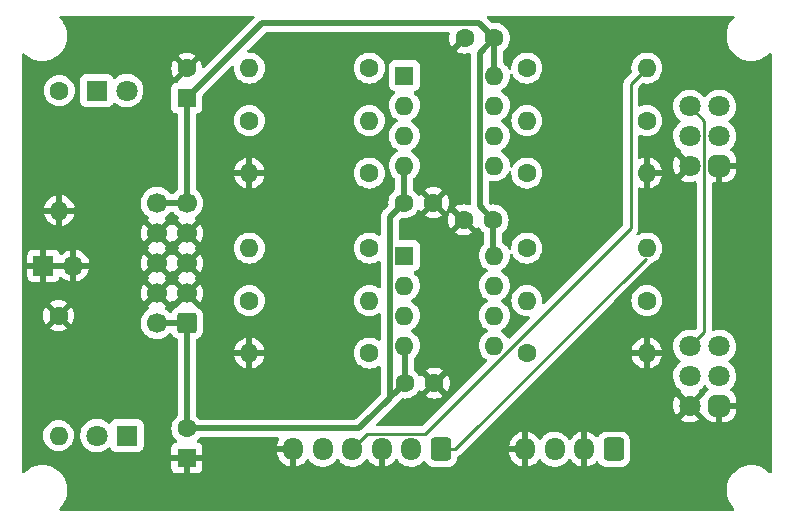
<source format=gbl>
G04 #@! TF.GenerationSoftware,KiCad,Pcbnew,(6.0.11)*
G04 #@! TF.CreationDate,2023-08-25T14:28:21+09:00*
G04 #@! TF.ProjectId,OUTPUT_MOD,4f555450-5554-45f4-9d4f-442e6b696361,1.0*
G04 #@! TF.SameCoordinates,Original*
G04 #@! TF.FileFunction,Copper,L2,Bot*
G04 #@! TF.FilePolarity,Positive*
%FSLAX46Y46*%
G04 Gerber Fmt 4.6, Leading zero omitted, Abs format (unit mm)*
G04 Created by KiCad (PCBNEW (6.0.11)) date 2023-08-25 14:28:21*
%MOMM*%
%LPD*%
G01*
G04 APERTURE LIST*
G04 Aperture macros list*
%AMRoundRect*
0 Rectangle with rounded corners*
0 $1 Rounding radius*
0 $2 $3 $4 $5 $6 $7 $8 $9 X,Y pos of 4 corners*
0 Add a 4 corners polygon primitive as box body*
4,1,4,$2,$3,$4,$5,$6,$7,$8,$9,$2,$3,0*
0 Add four circle primitives for the rounded corners*
1,1,$1+$1,$2,$3*
1,1,$1+$1,$4,$5*
1,1,$1+$1,$6,$7*
1,1,$1+$1,$8,$9*
0 Add four rect primitives between the rounded corners*
20,1,$1+$1,$2,$3,$4,$5,0*
20,1,$1+$1,$4,$5,$6,$7,0*
20,1,$1+$1,$6,$7,$8,$9,0*
20,1,$1+$1,$8,$9,$2,$3,0*%
G04 Aperture macros list end*
G04 #@! TA.AperFunction,ComponentPad*
%ADD10C,1.600000*%
G04 #@! TD*
G04 #@! TA.AperFunction,ComponentPad*
%ADD11O,1.600000X1.600000*%
G04 #@! TD*
G04 #@! TA.AperFunction,ComponentPad*
%ADD12R,1.600000X1.600000*%
G04 #@! TD*
G04 #@! TA.AperFunction,ComponentPad*
%ADD13RoundRect,0.450000X-0.450000X-0.450000X0.450000X-0.450000X0.450000X0.450000X-0.450000X0.450000X0*%
G04 #@! TD*
G04 #@! TA.AperFunction,ComponentPad*
%ADD14C,1.800000*%
G04 #@! TD*
G04 #@! TA.AperFunction,ComponentPad*
%ADD15R,1.700000X1.700000*%
G04 #@! TD*
G04 #@! TA.AperFunction,ComponentPad*
%ADD16O,1.700000X1.700000*%
G04 #@! TD*
G04 #@! TA.AperFunction,ComponentPad*
%ADD17RoundRect,0.250000X0.600000X0.600000X-0.600000X0.600000X-0.600000X-0.600000X0.600000X-0.600000X0*%
G04 #@! TD*
G04 #@! TA.AperFunction,ComponentPad*
%ADD18C,1.700000*%
G04 #@! TD*
G04 #@! TA.AperFunction,ComponentPad*
%ADD19RoundRect,0.250000X0.600000X0.725000X-0.600000X0.725000X-0.600000X-0.725000X0.600000X-0.725000X0*%
G04 #@! TD*
G04 #@! TA.AperFunction,ComponentPad*
%ADD20O,1.700000X1.950000*%
G04 #@! TD*
G04 #@! TA.AperFunction,ComponentPad*
%ADD21R,1.800000X1.800000*%
G04 #@! TD*
G04 #@! TA.AperFunction,Conductor*
%ADD22C,0.250000*%
G04 #@! TD*
G04 #@! TA.AperFunction,Conductor*
%ADD23C,0.500000*%
G04 #@! TD*
G04 APERTURE END LIST*
D10*
X156412992Y-108187000D03*
D11*
X166572992Y-108187000D03*
X153662992Y-99942000D03*
X153662992Y-102482000D03*
X153662992Y-105022000D03*
X153662992Y-107562000D03*
X146042992Y-107562000D03*
X146042992Y-105022000D03*
X146042992Y-102482000D03*
D12*
X146042992Y-99942000D03*
X146042992Y-84702000D03*
D11*
X146042992Y-87242000D03*
X146042992Y-89782000D03*
X146042992Y-92322000D03*
X153662992Y-92322000D03*
X153662992Y-89782000D03*
X153662992Y-87242000D03*
X153662992Y-84702000D03*
D13*
X172712992Y-112632000D03*
D14*
X172712992Y-110132000D03*
X172712992Y-107632000D03*
X170212992Y-112632000D03*
X170212992Y-110132000D03*
X170212992Y-107632000D03*
X170212992Y-87312000D03*
X170212992Y-89812000D03*
X170212992Y-92312000D03*
X172712992Y-87312000D03*
X172712992Y-89812000D03*
D13*
X172712992Y-92312000D03*
D11*
X116763234Y-115172000D03*
D10*
X116763234Y-105012000D03*
X116832992Y-85962000D03*
D11*
X116832992Y-96122000D03*
X132917992Y-99297000D03*
D10*
X143077992Y-99297000D03*
D11*
X166572992Y-99297000D03*
D10*
X156412992Y-99297000D03*
X143077992Y-84057000D03*
D11*
X132917992Y-84057000D03*
D10*
X156412992Y-84057000D03*
D11*
X166572992Y-84057000D03*
X143077992Y-103742000D03*
D10*
X132917992Y-103742000D03*
D11*
X156412992Y-103742000D03*
D10*
X166572992Y-103742000D03*
D11*
X143077992Y-88502000D03*
D10*
X132917992Y-88502000D03*
X166572992Y-88502000D03*
D11*
X156412992Y-88502000D03*
D10*
X143077992Y-108187000D03*
D11*
X132917992Y-108187000D03*
D10*
X143077992Y-92947000D03*
D11*
X132917992Y-92947000D03*
X166572992Y-92947000D03*
D10*
X156412992Y-92947000D03*
D15*
X115488234Y-100787000D03*
D16*
X118028234Y-100787000D03*
D17*
X127627992Y-105647000D03*
D18*
X125087992Y-105647000D03*
X127627992Y-103107000D03*
X125087992Y-103107000D03*
X127627992Y-100567000D03*
X125087992Y-100567000D03*
X127627992Y-98027000D03*
X125087992Y-98027000D03*
X127627992Y-95487000D03*
X125087992Y-95487000D03*
D19*
X149117992Y-116332000D03*
D20*
X146617992Y-116332000D03*
X144117992Y-116332000D03*
X141617992Y-116332000D03*
X139117992Y-116332000D03*
X136617992Y-116332000D03*
D19*
X163762992Y-116332000D03*
D20*
X161262992Y-116332000D03*
X158762992Y-116332000D03*
X156262992Y-116332000D03*
D21*
X122552992Y-115172000D03*
D14*
X120012992Y-115172000D03*
D21*
X120002992Y-85962000D03*
D14*
X122542992Y-85962000D03*
D10*
X146072992Y-110727000D03*
X148572992Y-110727000D03*
X153556825Y-96920350D03*
X151056825Y-96920350D03*
X146002500Y-95453972D03*
X148502500Y-95453972D03*
X151152992Y-81517000D03*
X153652992Y-81517000D03*
D12*
X127627992Y-117077000D03*
D10*
X127627992Y-114577000D03*
D12*
X127627992Y-86597000D03*
D10*
X127627992Y-84097000D03*
D22*
X150343992Y-116332000D02*
X166489992Y-100186000D01*
X149117992Y-116332000D02*
X150343992Y-116332000D01*
X165219992Y-97595991D02*
X165219992Y-85410000D01*
X165219992Y-85410000D02*
X166572992Y-84057000D01*
X142917992Y-115032000D02*
X147783983Y-115032000D01*
X147783983Y-115032000D02*
X165219992Y-97595991D01*
X141617992Y-116332000D02*
X142917992Y-115032000D01*
X171437992Y-88537000D02*
X170212992Y-87312000D01*
X171437992Y-106407000D02*
X171437992Y-88537000D01*
X170212992Y-107632000D02*
X171437992Y-106407000D01*
D23*
X153556825Y-99835833D02*
X153662992Y-99942000D01*
X153556825Y-96920350D02*
X153556825Y-99835833D01*
X152412992Y-95776517D02*
X153556825Y-96920350D01*
X152412992Y-82757000D02*
X152412992Y-95776517D01*
X153652992Y-81517000D02*
X152412992Y-82757000D01*
X153652992Y-84692000D02*
X153662992Y-84702000D01*
X153652992Y-81517000D02*
X153652992Y-84692000D01*
X133957992Y-80267000D02*
X152402992Y-80267000D01*
X152402992Y-80267000D02*
X153652992Y-81517000D01*
X127627992Y-86597000D02*
X133957992Y-80267000D01*
X127627992Y-95487000D02*
X127627992Y-86597000D01*
X146002500Y-92362492D02*
X146042992Y-92322000D01*
X146002500Y-95453972D02*
X146002500Y-92362492D01*
X144792992Y-96663480D02*
X146002500Y-95453972D01*
X144792992Y-112007000D02*
X144792992Y-96663480D01*
X142222992Y-114577000D02*
X144792992Y-112007000D01*
X127627992Y-114577000D02*
X142222992Y-114577000D01*
X146072992Y-107592000D02*
X146042992Y-107562000D01*
X146072992Y-110727000D02*
X146072992Y-107592000D01*
X142222992Y-114577000D02*
X146072992Y-110727000D01*
X127627992Y-105647000D02*
X127627992Y-114577000D01*
X125087992Y-105647000D02*
X127627992Y-105647000D01*
X125087992Y-95487000D02*
X127627992Y-95487000D01*
G04 #@! TA.AperFunction,Conductor*
G36*
X133304242Y-79632002D02*
G01*
X133350735Y-79685658D01*
X133360839Y-79755932D01*
X133331345Y-79820512D01*
X133325216Y-79827095D01*
X129141251Y-84011060D01*
X129078939Y-84045086D01*
X129008124Y-84040021D01*
X128951288Y-83997474D01*
X128926635Y-83932946D01*
X128921520Y-83874480D01*
X128919617Y-83863688D01*
X128863228Y-83653239D01*
X128859482Y-83642947D01*
X128767406Y-83445489D01*
X128761923Y-83435994D01*
X128725483Y-83383952D01*
X128715004Y-83375576D01*
X128701558Y-83382644D01*
X126912915Y-85171287D01*
X126890121Y-85213029D01*
X126887945Y-85223029D01*
X126837739Y-85273227D01*
X126784178Y-85288451D01*
X126783273Y-85288500D01*
X126779858Y-85288500D01*
X126776462Y-85288869D01*
X126776460Y-85288869D01*
X126764113Y-85290210D01*
X126717676Y-85295255D01*
X126581287Y-85346385D01*
X126464731Y-85433739D01*
X126377377Y-85550295D01*
X126326247Y-85686684D01*
X126319492Y-85748866D01*
X126319492Y-87445134D01*
X126326247Y-87507316D01*
X126377377Y-87643705D01*
X126464731Y-87760261D01*
X126581287Y-87847615D01*
X126717676Y-87898745D01*
X126744906Y-87901703D01*
X126757100Y-87903028D01*
X126822662Y-87930270D01*
X126863088Y-87988634D01*
X126869492Y-88028291D01*
X126869492Y-94294655D01*
X126849490Y-94362776D01*
X126819145Y-94395415D01*
X126744219Y-94451671D01*
X126722957Y-94467635D01*
X126568621Y-94629138D01*
X126538355Y-94673507D01*
X126483447Y-94718507D01*
X126434269Y-94728500D01*
X126283931Y-94728500D01*
X126215810Y-94708498D01*
X126178139Y-94670941D01*
X126170814Y-94659617D01*
X126168006Y-94655277D01*
X126017662Y-94490051D01*
X126013611Y-94486852D01*
X126013607Y-94486848D01*
X125846406Y-94354800D01*
X125846402Y-94354798D01*
X125842351Y-94351598D01*
X125646781Y-94243638D01*
X125641912Y-94241914D01*
X125641908Y-94241912D01*
X125441079Y-94170795D01*
X125441075Y-94170794D01*
X125436204Y-94169069D01*
X125431111Y-94168162D01*
X125431108Y-94168161D01*
X125221365Y-94130800D01*
X125221359Y-94130799D01*
X125216276Y-94129894D01*
X125142444Y-94128992D01*
X124998073Y-94127228D01*
X124998071Y-94127228D01*
X124992903Y-94127165D01*
X124772083Y-94160955D01*
X124559748Y-94230357D01*
X124529435Y-94246137D01*
X124398000Y-94314558D01*
X124361599Y-94333507D01*
X124357466Y-94336610D01*
X124357463Y-94336612D01*
X124213614Y-94444617D01*
X124182957Y-94467635D01*
X124028621Y-94629138D01*
X124025712Y-94633403D01*
X124025706Y-94633411D01*
X123974485Y-94708498D01*
X123902735Y-94813680D01*
X123884004Y-94854033D01*
X123811509Y-95010211D01*
X123808680Y-95016305D01*
X123748981Y-95231570D01*
X123725243Y-95453695D01*
X123725540Y-95458848D01*
X123725540Y-95458851D01*
X123731003Y-95553590D01*
X123738102Y-95676715D01*
X123739239Y-95681761D01*
X123739240Y-95681767D01*
X123761590Y-95780936D01*
X123787214Y-95894639D01*
X123846651Y-96041015D01*
X123862709Y-96080561D01*
X123871258Y-96101616D01*
X123912139Y-96168328D01*
X123967914Y-96259344D01*
X123987979Y-96292088D01*
X124134242Y-96460938D01*
X124306118Y-96603632D01*
X124379947Y-96646774D01*
X124428671Y-96698412D01*
X124441742Y-96768195D01*
X124415011Y-96833967D01*
X124374554Y-96867327D01*
X124366452Y-96871544D01*
X124357726Y-96877039D01*
X124337669Y-96892099D01*
X124329215Y-96903427D01*
X124335960Y-96915758D01*
X125075180Y-97654978D01*
X125089124Y-97662592D01*
X125090957Y-97662461D01*
X125097572Y-97658210D01*
X125841381Y-96914401D01*
X125848402Y-96901544D01*
X125841603Y-96892213D01*
X125837551Y-96889521D01*
X125800594Y-96869120D01*
X125750623Y-96818687D01*
X125735851Y-96749245D01*
X125760967Y-96682839D01*
X125788319Y-96656232D01*
X125811789Y-96639491D01*
X125967852Y-96528173D01*
X126126088Y-96370489D01*
X126154957Y-96330314D01*
X126178195Y-96297974D01*
X126234190Y-96254326D01*
X126280518Y-96245500D01*
X126430483Y-96245500D01*
X126498604Y-96265502D01*
X126527394Y-96292595D01*
X126527979Y-96292088D01*
X126674242Y-96460938D01*
X126846118Y-96603632D01*
X126919947Y-96646774D01*
X126968671Y-96698412D01*
X126981742Y-96768195D01*
X126955011Y-96833967D01*
X126914554Y-96867327D01*
X126906452Y-96871544D01*
X126897726Y-96877039D01*
X126877669Y-96892099D01*
X126869215Y-96903427D01*
X126875960Y-96915758D01*
X127615180Y-97654978D01*
X127629124Y-97662592D01*
X127630957Y-97662461D01*
X127637572Y-97658210D01*
X128381381Y-96914401D01*
X128388402Y-96901544D01*
X128381603Y-96892213D01*
X128377551Y-96889521D01*
X128340594Y-96869120D01*
X128290623Y-96818687D01*
X128275851Y-96749245D01*
X128300967Y-96682839D01*
X128328319Y-96656232D01*
X128351789Y-96639491D01*
X128507852Y-96528173D01*
X128666088Y-96370489D01*
X128725586Y-96287689D01*
X128793427Y-96193277D01*
X128796445Y-96189077D01*
X128798888Y-96184135D01*
X128893128Y-95993453D01*
X128893129Y-95993451D01*
X128895422Y-95988811D01*
X128938573Y-95846784D01*
X128958857Y-95780023D01*
X128958857Y-95780021D01*
X128960362Y-95775069D01*
X128989521Y-95553590D01*
X128991148Y-95487000D01*
X128972844Y-95264361D01*
X128918423Y-95047702D01*
X128829346Y-94842840D01*
X128755376Y-94728500D01*
X128710814Y-94659617D01*
X128710810Y-94659612D01*
X128708006Y-94655277D01*
X128557662Y-94490051D01*
X128553607Y-94486848D01*
X128434399Y-94392703D01*
X128393337Y-94334785D01*
X128386492Y-94293821D01*
X128386492Y-93213522D01*
X131635265Y-93213522D01*
X131682756Y-93390761D01*
X131686502Y-93401053D01*
X131778578Y-93598511D01*
X131784061Y-93608007D01*
X131909020Y-93786467D01*
X131916076Y-93794875D01*
X132070117Y-93948916D01*
X132078525Y-93955972D01*
X132256985Y-94080931D01*
X132266481Y-94086414D01*
X132463939Y-94178490D01*
X132474231Y-94182236D01*
X132646495Y-94228394D01*
X132660591Y-94228058D01*
X132663992Y-94220116D01*
X132663992Y-94214967D01*
X133171992Y-94214967D01*
X133175965Y-94228498D01*
X133184514Y-94229727D01*
X133361753Y-94182236D01*
X133372045Y-94178490D01*
X133569503Y-94086414D01*
X133578999Y-94080931D01*
X133757459Y-93955972D01*
X133765867Y-93948916D01*
X133919908Y-93794875D01*
X133926964Y-93786467D01*
X134051923Y-93608007D01*
X134057406Y-93598511D01*
X134149482Y-93401053D01*
X134153228Y-93390761D01*
X134199386Y-93218497D01*
X134199050Y-93204401D01*
X134191108Y-93201000D01*
X133190107Y-93201000D01*
X133174868Y-93205475D01*
X133173663Y-93206865D01*
X133171992Y-93214548D01*
X133171992Y-94214967D01*
X132663992Y-94214967D01*
X132663992Y-93219115D01*
X132659517Y-93203876D01*
X132658127Y-93202671D01*
X132650444Y-93201000D01*
X131650025Y-93201000D01*
X131636494Y-93204973D01*
X131635265Y-93213522D01*
X128386492Y-93213522D01*
X128386492Y-92947000D01*
X141764494Y-92947000D01*
X141784449Y-93175087D01*
X141785873Y-93180400D01*
X141785873Y-93180402D01*
X141839090Y-93379007D01*
X141843708Y-93396243D01*
X141846031Y-93401224D01*
X141846031Y-93401225D01*
X141938143Y-93598762D01*
X141938146Y-93598767D01*
X141940469Y-93603749D01*
X142071794Y-93791300D01*
X142233692Y-93953198D01*
X142238200Y-93956355D01*
X142238203Y-93956357D01*
X142316381Y-94011098D01*
X142421243Y-94084523D01*
X142426225Y-94086846D01*
X142426230Y-94086849D01*
X142606255Y-94170795D01*
X142628749Y-94181284D01*
X142634057Y-94182706D01*
X142634059Y-94182707D01*
X142844590Y-94239119D01*
X142844592Y-94239119D01*
X142849905Y-94240543D01*
X143077992Y-94260498D01*
X143306079Y-94240543D01*
X143311392Y-94239119D01*
X143311394Y-94239119D01*
X143521925Y-94182707D01*
X143521927Y-94182706D01*
X143527235Y-94181284D01*
X143549729Y-94170795D01*
X143729754Y-94086849D01*
X143729759Y-94086846D01*
X143734741Y-94084523D01*
X143839603Y-94011098D01*
X143917781Y-93956357D01*
X143917784Y-93956355D01*
X143922292Y-93953198D01*
X144084190Y-93791300D01*
X144215515Y-93603749D01*
X144217838Y-93598767D01*
X144217841Y-93598762D01*
X144309953Y-93401225D01*
X144309953Y-93401224D01*
X144312276Y-93396243D01*
X144316895Y-93379007D01*
X144370111Y-93180402D01*
X144370111Y-93180400D01*
X144371535Y-93175087D01*
X144391490Y-92947000D01*
X144371535Y-92718913D01*
X144361236Y-92680478D01*
X144313699Y-92503067D01*
X144313698Y-92503065D01*
X144312276Y-92497757D01*
X144248178Y-92360297D01*
X144217841Y-92295238D01*
X144217838Y-92295233D01*
X144215515Y-92290251D01*
X144084190Y-92102700D01*
X143922292Y-91940802D01*
X143917784Y-91937645D01*
X143917781Y-91937643D01*
X143762831Y-91829146D01*
X143734741Y-91809477D01*
X143729759Y-91807154D01*
X143729754Y-91807151D01*
X143532217Y-91715039D01*
X143532216Y-91715039D01*
X143527235Y-91712716D01*
X143521927Y-91711294D01*
X143521925Y-91711293D01*
X143311394Y-91654881D01*
X143311392Y-91654881D01*
X143306079Y-91653457D01*
X143077992Y-91633502D01*
X142849905Y-91653457D01*
X142844592Y-91654881D01*
X142844590Y-91654881D01*
X142634059Y-91711293D01*
X142634057Y-91711294D01*
X142628749Y-91712716D01*
X142623768Y-91715039D01*
X142623767Y-91715039D01*
X142426230Y-91807151D01*
X142426225Y-91807154D01*
X142421243Y-91809477D01*
X142393153Y-91829146D01*
X142238203Y-91937643D01*
X142238200Y-91937645D01*
X142233692Y-91940802D01*
X142071794Y-92102700D01*
X141940469Y-92290251D01*
X141938146Y-92295233D01*
X141938143Y-92295238D01*
X141907806Y-92360297D01*
X141843708Y-92497757D01*
X141842286Y-92503065D01*
X141842285Y-92503067D01*
X141794748Y-92680478D01*
X141784449Y-92718913D01*
X141764494Y-92947000D01*
X128386492Y-92947000D01*
X128386492Y-92675503D01*
X131636598Y-92675503D01*
X131636934Y-92689599D01*
X131644876Y-92693000D01*
X132645877Y-92693000D01*
X132661116Y-92688525D01*
X132662321Y-92687135D01*
X132663992Y-92679452D01*
X132663992Y-92674885D01*
X133171992Y-92674885D01*
X133176467Y-92690124D01*
X133177857Y-92691329D01*
X133185540Y-92693000D01*
X134185959Y-92693000D01*
X134199490Y-92689027D01*
X134200719Y-92680478D01*
X134153228Y-92503239D01*
X134149482Y-92492947D01*
X134057406Y-92295489D01*
X134051923Y-92285993D01*
X133926964Y-92107533D01*
X133919908Y-92099125D01*
X133765867Y-91945084D01*
X133757459Y-91938028D01*
X133578999Y-91813069D01*
X133569503Y-91807586D01*
X133372045Y-91715510D01*
X133361753Y-91711764D01*
X133189489Y-91665606D01*
X133175393Y-91665942D01*
X133171992Y-91673884D01*
X133171992Y-92674885D01*
X132663992Y-92674885D01*
X132663992Y-91679033D01*
X132660019Y-91665502D01*
X132651470Y-91664273D01*
X132474231Y-91711764D01*
X132463939Y-91715510D01*
X132266481Y-91807586D01*
X132256985Y-91813069D01*
X132078525Y-91938028D01*
X132070117Y-91945084D01*
X131916076Y-92099125D01*
X131909020Y-92107533D01*
X131784061Y-92285993D01*
X131778578Y-92295489D01*
X131686502Y-92492947D01*
X131682756Y-92503239D01*
X131636598Y-92675503D01*
X128386492Y-92675503D01*
X128386492Y-88502000D01*
X131604494Y-88502000D01*
X131624449Y-88730087D01*
X131625873Y-88735400D01*
X131625873Y-88735402D01*
X131638408Y-88782181D01*
X131683708Y-88951243D01*
X131686031Y-88956224D01*
X131686031Y-88956225D01*
X131778143Y-89153762D01*
X131778146Y-89153767D01*
X131780469Y-89158749D01*
X131783626Y-89163257D01*
X131898823Y-89327775D01*
X131911794Y-89346300D01*
X132073692Y-89508198D01*
X132078200Y-89511355D01*
X132078203Y-89511357D01*
X132146806Y-89559393D01*
X132261243Y-89639523D01*
X132266225Y-89641846D01*
X132266230Y-89641849D01*
X132463767Y-89733961D01*
X132468749Y-89736284D01*
X132474057Y-89737706D01*
X132474059Y-89737707D01*
X132684590Y-89794119D01*
X132684592Y-89794119D01*
X132689905Y-89795543D01*
X132917992Y-89815498D01*
X133146079Y-89795543D01*
X133151392Y-89794119D01*
X133151394Y-89794119D01*
X133361925Y-89737707D01*
X133361927Y-89737706D01*
X133367235Y-89736284D01*
X133372217Y-89733961D01*
X133569754Y-89641849D01*
X133569759Y-89641846D01*
X133574741Y-89639523D01*
X133689178Y-89559393D01*
X133757781Y-89511357D01*
X133757784Y-89511355D01*
X133762292Y-89508198D01*
X133924190Y-89346300D01*
X133937162Y-89327775D01*
X134052358Y-89163257D01*
X134055515Y-89158749D01*
X134057838Y-89153767D01*
X134057841Y-89153762D01*
X134149953Y-88956225D01*
X134149953Y-88956224D01*
X134152276Y-88951243D01*
X134197577Y-88782181D01*
X134210111Y-88735402D01*
X134210111Y-88735400D01*
X134211535Y-88730087D01*
X134231490Y-88502000D01*
X141764494Y-88502000D01*
X141784449Y-88730087D01*
X141785873Y-88735400D01*
X141785873Y-88735402D01*
X141798408Y-88782181D01*
X141843708Y-88951243D01*
X141846031Y-88956224D01*
X141846031Y-88956225D01*
X141938143Y-89153762D01*
X141938146Y-89153767D01*
X141940469Y-89158749D01*
X141943626Y-89163257D01*
X142058823Y-89327775D01*
X142071794Y-89346300D01*
X142233692Y-89508198D01*
X142238200Y-89511355D01*
X142238203Y-89511357D01*
X142306806Y-89559393D01*
X142421243Y-89639523D01*
X142426225Y-89641846D01*
X142426230Y-89641849D01*
X142623767Y-89733961D01*
X142628749Y-89736284D01*
X142634057Y-89737706D01*
X142634059Y-89737707D01*
X142844590Y-89794119D01*
X142844592Y-89794119D01*
X142849905Y-89795543D01*
X143077992Y-89815498D01*
X143306079Y-89795543D01*
X143311392Y-89794119D01*
X143311394Y-89794119D01*
X143521925Y-89737707D01*
X143521927Y-89737706D01*
X143527235Y-89736284D01*
X143532217Y-89733961D01*
X143729754Y-89641849D01*
X143729759Y-89641846D01*
X143734741Y-89639523D01*
X143849178Y-89559393D01*
X143917781Y-89511357D01*
X143917784Y-89511355D01*
X143922292Y-89508198D01*
X144084190Y-89346300D01*
X144097162Y-89327775D01*
X144212358Y-89163257D01*
X144215515Y-89158749D01*
X144217838Y-89153767D01*
X144217841Y-89153762D01*
X144309953Y-88956225D01*
X144309953Y-88956224D01*
X144312276Y-88951243D01*
X144357577Y-88782181D01*
X144370111Y-88735402D01*
X144370111Y-88735400D01*
X144371535Y-88730087D01*
X144391490Y-88502000D01*
X144371535Y-88273913D01*
X144364645Y-88248198D01*
X144313699Y-88058067D01*
X144313698Y-88058065D01*
X144312276Y-88052757D01*
X144306289Y-88039917D01*
X144217841Y-87850238D01*
X144217838Y-87850233D01*
X144215515Y-87845251D01*
X144084190Y-87657700D01*
X143922292Y-87495802D01*
X143917784Y-87492645D01*
X143917781Y-87492643D01*
X143763135Y-87384359D01*
X143734741Y-87364477D01*
X143729759Y-87362154D01*
X143729754Y-87362151D01*
X143532217Y-87270039D01*
X143532216Y-87270039D01*
X143527235Y-87267716D01*
X143521927Y-87266294D01*
X143521925Y-87266293D01*
X143311394Y-87209881D01*
X143311392Y-87209881D01*
X143306079Y-87208457D01*
X143077992Y-87188502D01*
X142849905Y-87208457D01*
X142844592Y-87209881D01*
X142844590Y-87209881D01*
X142634059Y-87266293D01*
X142634057Y-87266294D01*
X142628749Y-87267716D01*
X142623768Y-87270039D01*
X142623767Y-87270039D01*
X142426230Y-87362151D01*
X142426225Y-87362154D01*
X142421243Y-87364477D01*
X142392849Y-87384359D01*
X142238203Y-87492643D01*
X142238200Y-87492645D01*
X142233692Y-87495802D01*
X142071794Y-87657700D01*
X141940469Y-87845251D01*
X141938146Y-87850233D01*
X141938143Y-87850238D01*
X141849695Y-88039917D01*
X141843708Y-88052757D01*
X141842286Y-88058065D01*
X141842285Y-88058067D01*
X141791339Y-88248198D01*
X141784449Y-88273913D01*
X141764494Y-88502000D01*
X134231490Y-88502000D01*
X134211535Y-88273913D01*
X134204645Y-88248198D01*
X134153699Y-88058067D01*
X134153698Y-88058065D01*
X134152276Y-88052757D01*
X134146289Y-88039917D01*
X134057841Y-87850238D01*
X134057838Y-87850233D01*
X134055515Y-87845251D01*
X133924190Y-87657700D01*
X133762292Y-87495802D01*
X133757784Y-87492645D01*
X133757781Y-87492643D01*
X133603135Y-87384359D01*
X133574741Y-87364477D01*
X133569759Y-87362154D01*
X133569754Y-87362151D01*
X133372217Y-87270039D01*
X133372216Y-87270039D01*
X133367235Y-87267716D01*
X133361927Y-87266294D01*
X133361925Y-87266293D01*
X133151394Y-87209881D01*
X133151392Y-87209881D01*
X133146079Y-87208457D01*
X132917992Y-87188502D01*
X132689905Y-87208457D01*
X132684592Y-87209881D01*
X132684590Y-87209881D01*
X132474059Y-87266293D01*
X132474057Y-87266294D01*
X132468749Y-87267716D01*
X132463768Y-87270039D01*
X132463767Y-87270039D01*
X132266230Y-87362151D01*
X132266225Y-87362154D01*
X132261243Y-87364477D01*
X132232849Y-87384359D01*
X132078203Y-87492643D01*
X132078200Y-87492645D01*
X132073692Y-87495802D01*
X131911794Y-87657700D01*
X131780469Y-87845251D01*
X131778146Y-87850233D01*
X131778143Y-87850238D01*
X131689695Y-88039917D01*
X131683708Y-88052757D01*
X131682286Y-88058065D01*
X131682285Y-88058067D01*
X131631339Y-88248198D01*
X131624449Y-88273913D01*
X131604494Y-88502000D01*
X128386492Y-88502000D01*
X128386492Y-88028291D01*
X128406494Y-87960170D01*
X128460150Y-87913677D01*
X128498884Y-87903028D01*
X128511078Y-87901703D01*
X128538308Y-87898745D01*
X128674697Y-87847615D01*
X128791253Y-87760261D01*
X128878607Y-87643705D01*
X128929737Y-87507316D01*
X128936492Y-87445134D01*
X128936492Y-86413371D01*
X128956494Y-86345250D01*
X128973397Y-86324276D01*
X131394588Y-83903085D01*
X131456900Y-83869059D01*
X131527715Y-83874124D01*
X131584551Y-83916671D01*
X131609362Y-83983191D01*
X131609204Y-84003161D01*
X131604494Y-84057000D01*
X131624449Y-84285087D01*
X131683708Y-84506243D01*
X131686031Y-84511224D01*
X131686031Y-84511225D01*
X131778143Y-84708762D01*
X131778146Y-84708767D01*
X131780469Y-84713749D01*
X131911794Y-84901300D01*
X132073692Y-85063198D01*
X132078200Y-85066355D01*
X132078203Y-85066357D01*
X132125772Y-85099665D01*
X132261243Y-85194523D01*
X132266225Y-85196846D01*
X132266230Y-85196849D01*
X132463570Y-85288869D01*
X132468749Y-85291284D01*
X132474057Y-85292706D01*
X132474059Y-85292707D01*
X132684590Y-85349119D01*
X132684592Y-85349119D01*
X132689905Y-85350543D01*
X132917992Y-85370498D01*
X133146079Y-85350543D01*
X133151392Y-85349119D01*
X133151394Y-85349119D01*
X133361925Y-85292707D01*
X133361927Y-85292706D01*
X133367235Y-85291284D01*
X133372414Y-85288869D01*
X133569754Y-85196849D01*
X133569759Y-85196846D01*
X133574741Y-85194523D01*
X133710212Y-85099665D01*
X133757781Y-85066357D01*
X133757784Y-85066355D01*
X133762292Y-85063198D01*
X133924190Y-84901300D01*
X134055515Y-84713749D01*
X134057838Y-84708767D01*
X134057841Y-84708762D01*
X134149953Y-84511225D01*
X134149953Y-84511224D01*
X134152276Y-84506243D01*
X134211535Y-84285087D01*
X134231490Y-84057000D01*
X141764494Y-84057000D01*
X141784449Y-84285087D01*
X141843708Y-84506243D01*
X141846031Y-84511224D01*
X141846031Y-84511225D01*
X141938143Y-84708762D01*
X141938146Y-84708767D01*
X141940469Y-84713749D01*
X142071794Y-84901300D01*
X142233692Y-85063198D01*
X142238200Y-85066355D01*
X142238203Y-85066357D01*
X142285772Y-85099665D01*
X142421243Y-85194523D01*
X142426225Y-85196846D01*
X142426230Y-85196849D01*
X142623570Y-85288869D01*
X142628749Y-85291284D01*
X142634057Y-85292706D01*
X142634059Y-85292707D01*
X142844590Y-85349119D01*
X142844592Y-85349119D01*
X142849905Y-85350543D01*
X143077992Y-85370498D01*
X143306079Y-85350543D01*
X143311392Y-85349119D01*
X143311394Y-85349119D01*
X143521925Y-85292707D01*
X143521927Y-85292706D01*
X143527235Y-85291284D01*
X143532414Y-85288869D01*
X143729754Y-85196849D01*
X143729759Y-85196846D01*
X143734741Y-85194523D01*
X143870212Y-85099665D01*
X143917781Y-85066357D01*
X143917784Y-85066355D01*
X143922292Y-85063198D01*
X144084190Y-84901300D01*
X144215515Y-84713749D01*
X144217838Y-84708767D01*
X144217841Y-84708762D01*
X144309953Y-84511225D01*
X144309953Y-84511224D01*
X144312276Y-84506243D01*
X144371535Y-84285087D01*
X144391490Y-84057000D01*
X144371535Y-83828913D01*
X144370111Y-83823598D01*
X144313699Y-83613067D01*
X144313698Y-83613065D01*
X144312276Y-83607757D01*
X144280093Y-83538739D01*
X144217841Y-83405238D01*
X144217838Y-83405233D01*
X144215515Y-83400251D01*
X144084190Y-83212700D01*
X143922292Y-83050802D01*
X143917784Y-83047645D01*
X143917781Y-83047643D01*
X143803286Y-82967473D01*
X143734741Y-82919477D01*
X143729759Y-82917154D01*
X143729754Y-82917151D01*
X143532217Y-82825039D01*
X143532216Y-82825039D01*
X143527235Y-82822716D01*
X143521927Y-82821294D01*
X143521925Y-82821293D01*
X143311394Y-82764881D01*
X143311392Y-82764881D01*
X143306079Y-82763457D01*
X143077992Y-82743502D01*
X142849905Y-82763457D01*
X142844592Y-82764881D01*
X142844590Y-82764881D01*
X142634059Y-82821293D01*
X142634057Y-82821294D01*
X142628749Y-82822716D01*
X142623768Y-82825039D01*
X142623767Y-82825039D01*
X142426230Y-82917151D01*
X142426225Y-82917154D01*
X142421243Y-82919477D01*
X142352698Y-82967473D01*
X142238203Y-83047643D01*
X142238200Y-83047645D01*
X142233692Y-83050802D01*
X142071794Y-83212700D01*
X141940469Y-83400251D01*
X141938146Y-83405233D01*
X141938143Y-83405238D01*
X141875891Y-83538739D01*
X141843708Y-83607757D01*
X141842286Y-83613065D01*
X141842285Y-83613067D01*
X141785873Y-83823598D01*
X141784449Y-83828913D01*
X141764494Y-84057000D01*
X134231490Y-84057000D01*
X134211535Y-83828913D01*
X134210111Y-83823598D01*
X134153699Y-83613067D01*
X134153698Y-83613065D01*
X134152276Y-83607757D01*
X134120093Y-83538739D01*
X134057841Y-83405238D01*
X134057838Y-83405233D01*
X134055515Y-83400251D01*
X133924190Y-83212700D01*
X133762292Y-83050802D01*
X133757784Y-83047645D01*
X133757781Y-83047643D01*
X133643286Y-82967473D01*
X133574741Y-82919477D01*
X133569759Y-82917154D01*
X133569754Y-82917151D01*
X133372217Y-82825039D01*
X133372216Y-82825039D01*
X133367235Y-82822716D01*
X133361927Y-82821294D01*
X133361925Y-82821293D01*
X133151394Y-82764881D01*
X133151392Y-82764881D01*
X133146079Y-82763457D01*
X132917992Y-82743502D01*
X132912517Y-82743981D01*
X132912516Y-82743981D01*
X132864153Y-82748212D01*
X132794548Y-82734222D01*
X132743556Y-82684823D01*
X132727366Y-82615697D01*
X132751119Y-82548791D01*
X132764077Y-82533596D01*
X134235268Y-81062405D01*
X134297580Y-81028379D01*
X134324363Y-81025500D01*
X149766341Y-81025500D01*
X149834462Y-81045502D01*
X149880955Y-81099158D01*
X149891059Y-81169432D01*
X149888048Y-81184111D01*
X149861367Y-81283688D01*
X149859464Y-81294481D01*
X149840475Y-81511525D01*
X149840475Y-81522475D01*
X149859464Y-81739519D01*
X149861367Y-81750312D01*
X149917756Y-81960761D01*
X149921502Y-81971053D01*
X150013578Y-82168511D01*
X150019061Y-82178006D01*
X150055501Y-82230048D01*
X150065980Y-82238424D01*
X150079426Y-82231356D01*
X151063897Y-81246885D01*
X151126209Y-81212859D01*
X151197024Y-81217924D01*
X151242087Y-81246885D01*
X151423107Y-81427905D01*
X151457133Y-81490217D01*
X151452068Y-81561032D01*
X151423107Y-81606095D01*
X150437915Y-82591287D01*
X150431485Y-82603062D01*
X150440781Y-82615077D01*
X150491986Y-82650931D01*
X150501481Y-82656414D01*
X150698939Y-82748490D01*
X150709231Y-82752236D01*
X150919680Y-82808625D01*
X150930473Y-82810528D01*
X151147517Y-82829517D01*
X151158467Y-82829517D01*
X151375511Y-82810528D01*
X151386301Y-82808626D01*
X151495880Y-82779264D01*
X151566857Y-82780954D01*
X151625653Y-82820748D01*
X151653601Y-82886012D01*
X151654492Y-82900971D01*
X151654492Y-95562146D01*
X151634490Y-95630267D01*
X151580834Y-95676760D01*
X151510560Y-95686864D01*
X151495881Y-95683853D01*
X151290138Y-95628725D01*
X151279344Y-95626822D01*
X151062300Y-95607833D01*
X151051350Y-95607833D01*
X150834306Y-95626822D01*
X150823513Y-95628725D01*
X150613064Y-95685114D01*
X150602772Y-95688860D01*
X150405314Y-95780936D01*
X150395819Y-95786419D01*
X150343777Y-95822859D01*
X150335401Y-95833338D01*
X150342469Y-95846784D01*
X152131112Y-97635427D01*
X152142887Y-97641857D01*
X152154902Y-97632561D01*
X152190759Y-97581352D01*
X152197416Y-97569822D01*
X152248798Y-97520829D01*
X152318512Y-97507392D01*
X152384423Y-97533779D01*
X152415654Y-97569822D01*
X152416978Y-97572115D01*
X152419302Y-97577099D01*
X152550627Y-97764650D01*
X152712525Y-97926548D01*
X152744596Y-97949005D01*
X152788924Y-98004460D01*
X152798325Y-98052217D01*
X152798325Y-98903979D01*
X152778323Y-98972100D01*
X152761420Y-98993074D01*
X152656794Y-99097700D01*
X152653637Y-99102208D01*
X152653635Y-99102211D01*
X152613936Y-99158907D01*
X152525469Y-99285251D01*
X152523146Y-99290233D01*
X152523143Y-99290238D01*
X152431031Y-99487775D01*
X152428708Y-99492757D01*
X152427286Y-99498065D01*
X152427285Y-99498067D01*
X152420045Y-99525087D01*
X152369449Y-99713913D01*
X152349494Y-99942000D01*
X152369449Y-100170087D01*
X152370873Y-100175400D01*
X152370873Y-100175402D01*
X152406050Y-100306681D01*
X152428708Y-100391243D01*
X152431031Y-100396224D01*
X152431031Y-100396225D01*
X152523143Y-100593762D01*
X152523146Y-100593767D01*
X152525469Y-100598749D01*
X152533696Y-100610498D01*
X152639567Y-100761697D01*
X152656794Y-100786300D01*
X152818692Y-100948198D01*
X152823200Y-100951355D01*
X152823203Y-100951357D01*
X152849037Y-100969446D01*
X153006243Y-101079523D01*
X153011225Y-101081846D01*
X153011230Y-101081849D01*
X153045449Y-101097805D01*
X153098734Y-101144722D01*
X153118195Y-101212999D01*
X153097653Y-101280959D01*
X153045449Y-101326195D01*
X153011230Y-101342151D01*
X153011225Y-101342154D01*
X153006243Y-101344477D01*
X152901381Y-101417902D01*
X152823203Y-101472643D01*
X152823200Y-101472645D01*
X152818692Y-101475802D01*
X152656794Y-101637700D01*
X152653637Y-101642208D01*
X152653635Y-101642211D01*
X152613936Y-101698907D01*
X152525469Y-101825251D01*
X152523146Y-101830233D01*
X152523143Y-101830238D01*
X152431031Y-102027775D01*
X152428708Y-102032757D01*
X152427286Y-102038065D01*
X152427285Y-102038067D01*
X152398632Y-102145000D01*
X152369449Y-102253913D01*
X152349494Y-102482000D01*
X152369449Y-102710087D01*
X152370873Y-102715400D01*
X152370873Y-102715402D01*
X152406050Y-102846681D01*
X152428708Y-102931243D01*
X152431031Y-102936224D01*
X152431031Y-102936225D01*
X152523143Y-103133762D01*
X152523146Y-103133767D01*
X152525469Y-103138749D01*
X152528626Y-103143257D01*
X152639567Y-103301697D01*
X152656794Y-103326300D01*
X152818692Y-103488198D01*
X152823200Y-103491355D01*
X152823203Y-103491357D01*
X152863074Y-103519275D01*
X153006243Y-103619523D01*
X153011225Y-103621846D01*
X153011230Y-103621849D01*
X153045449Y-103637805D01*
X153098734Y-103684722D01*
X153118195Y-103752999D01*
X153097653Y-103820959D01*
X153045449Y-103866195D01*
X153011230Y-103882151D01*
X153011225Y-103882154D01*
X153006243Y-103884477D01*
X152929185Y-103938434D01*
X152823203Y-104012643D01*
X152823200Y-104012645D01*
X152818692Y-104015802D01*
X152656794Y-104177700D01*
X152653637Y-104182208D01*
X152653635Y-104182211D01*
X152613936Y-104238907D01*
X152525469Y-104365251D01*
X152523146Y-104370233D01*
X152523143Y-104370238D01*
X152443621Y-104540776D01*
X152428708Y-104572757D01*
X152427286Y-104578065D01*
X152427285Y-104578067D01*
X152370873Y-104788598D01*
X152369449Y-104793913D01*
X152349494Y-105022000D01*
X152369449Y-105250087D01*
X152370873Y-105255400D01*
X152370873Y-105255402D01*
X152424560Y-105455761D01*
X152428708Y-105471243D01*
X152431031Y-105476224D01*
X152431031Y-105476225D01*
X152523143Y-105673762D01*
X152523146Y-105673767D01*
X152525469Y-105678749D01*
X152528626Y-105683257D01*
X152639616Y-105841767D01*
X152656794Y-105866300D01*
X152818692Y-106028198D01*
X152823200Y-106031355D01*
X152823203Y-106031357D01*
X152900622Y-106085566D01*
X153006243Y-106159523D01*
X153011225Y-106161846D01*
X153011230Y-106161849D01*
X153045449Y-106177805D01*
X153098734Y-106224722D01*
X153118195Y-106292999D01*
X153097653Y-106360959D01*
X153045449Y-106406195D01*
X153011230Y-106422151D01*
X153011225Y-106422154D01*
X153006243Y-106424477D01*
X152961238Y-106455990D01*
X152823203Y-106552643D01*
X152823200Y-106552645D01*
X152818692Y-106555802D01*
X152656794Y-106717700D01*
X152653637Y-106722208D01*
X152653635Y-106722211D01*
X152617366Y-106774009D01*
X152525469Y-106905251D01*
X152523146Y-106910233D01*
X152523143Y-106910238D01*
X152441862Y-107084548D01*
X152428708Y-107112757D01*
X152427286Y-107118065D01*
X152427285Y-107118067D01*
X152410475Y-107180802D01*
X152369449Y-107333913D01*
X152349494Y-107562000D01*
X152369449Y-107790087D01*
X152370873Y-107795400D01*
X152370873Y-107795402D01*
X152407119Y-107930671D01*
X152428708Y-108011243D01*
X152431031Y-108016224D01*
X152431031Y-108016225D01*
X152523143Y-108213762D01*
X152523146Y-108213767D01*
X152525469Y-108218749D01*
X152656794Y-108406300D01*
X152818692Y-108568198D01*
X152823200Y-108571355D01*
X152823203Y-108571357D01*
X153006243Y-108699523D01*
X153005327Y-108700831D01*
X153049249Y-108746895D01*
X153062686Y-108816609D01*
X153036299Y-108882520D01*
X153026351Y-108893727D01*
X147558483Y-114361595D01*
X147496171Y-114395621D01*
X147469388Y-114398500D01*
X143778363Y-114398500D01*
X143710242Y-114378498D01*
X143663749Y-114324842D01*
X143653645Y-114254568D01*
X143683139Y-114189988D01*
X143689268Y-114183405D01*
X145281903Y-112590770D01*
X145296315Y-112578384D01*
X145307910Y-112569851D01*
X145307915Y-112569846D01*
X145313810Y-112565508D01*
X145318549Y-112559930D01*
X145318552Y-112559927D01*
X145348027Y-112525232D01*
X145354957Y-112517716D01*
X145810002Y-112062671D01*
X145872314Y-112028645D01*
X145910079Y-112026245D01*
X146067517Y-112040019D01*
X146072992Y-112040498D01*
X146301079Y-112020543D01*
X146306392Y-112019119D01*
X146306394Y-112019119D01*
X146516925Y-111962707D01*
X146516927Y-111962706D01*
X146522235Y-111961284D01*
X146570382Y-111938833D01*
X146724754Y-111866849D01*
X146724759Y-111866846D01*
X146729741Y-111864523D01*
X146803235Y-111813062D01*
X147851485Y-111813062D01*
X147860781Y-111825077D01*
X147911986Y-111860931D01*
X147921481Y-111866414D01*
X148118939Y-111958490D01*
X148129231Y-111962236D01*
X148339680Y-112018625D01*
X148350473Y-112020528D01*
X148567517Y-112039517D01*
X148578467Y-112039517D01*
X148795511Y-112020528D01*
X148806304Y-112018625D01*
X149016753Y-111962236D01*
X149027045Y-111958490D01*
X149224503Y-111866414D01*
X149233998Y-111860931D01*
X149286040Y-111824491D01*
X149294416Y-111814012D01*
X149287348Y-111800566D01*
X148585804Y-111099022D01*
X148571860Y-111091408D01*
X148570027Y-111091539D01*
X148563412Y-111095790D01*
X147857915Y-111801287D01*
X147851485Y-111813062D01*
X146803235Y-111813062D01*
X146862433Y-111771611D01*
X146912781Y-111736357D01*
X146912784Y-111736355D01*
X146917292Y-111733198D01*
X147079190Y-111571300D01*
X147098396Y-111543872D01*
X147207361Y-111388253D01*
X147210515Y-111383749D01*
X147212839Y-111378765D01*
X147214163Y-111376472D01*
X147265545Y-111327479D01*
X147335259Y-111314043D01*
X147401170Y-111340429D01*
X147432401Y-111376472D01*
X147439058Y-111388002D01*
X147475501Y-111440048D01*
X147485980Y-111448424D01*
X147499426Y-111441356D01*
X148200970Y-110739812D01*
X148207348Y-110728132D01*
X148937400Y-110728132D01*
X148937531Y-110729965D01*
X148941782Y-110736580D01*
X149647279Y-111442077D01*
X149659054Y-111448507D01*
X149671069Y-111439211D01*
X149706923Y-111388006D01*
X149712406Y-111378511D01*
X149804482Y-111181053D01*
X149808228Y-111170761D01*
X149864617Y-110960312D01*
X149866520Y-110949519D01*
X149885509Y-110732475D01*
X149885509Y-110721525D01*
X149866520Y-110504481D01*
X149864617Y-110493688D01*
X149808228Y-110283239D01*
X149804482Y-110272947D01*
X149712406Y-110075489D01*
X149706923Y-110065994D01*
X149670483Y-110013952D01*
X149660004Y-110005576D01*
X149646558Y-110012644D01*
X148945014Y-110714188D01*
X148937400Y-110728132D01*
X148207348Y-110728132D01*
X148208584Y-110725868D01*
X148208453Y-110724035D01*
X148204202Y-110717420D01*
X147498705Y-110011923D01*
X147486930Y-110005493D01*
X147474915Y-110014789D01*
X147439058Y-110065998D01*
X147432401Y-110077528D01*
X147381019Y-110126521D01*
X147311305Y-110139958D01*
X147245394Y-110113571D01*
X147214163Y-110077528D01*
X147212839Y-110075235D01*
X147210515Y-110070251D01*
X147079190Y-109882700D01*
X146917292Y-109720802D01*
X146885221Y-109698345D01*
X146840893Y-109642890D01*
X146840322Y-109639988D01*
X147851568Y-109639988D01*
X147858636Y-109653434D01*
X148560180Y-110354978D01*
X148574124Y-110362592D01*
X148575957Y-110362461D01*
X148582572Y-110358210D01*
X149288069Y-109652713D01*
X149294499Y-109640938D01*
X149285203Y-109628923D01*
X149233998Y-109593069D01*
X149224503Y-109587586D01*
X149027045Y-109495510D01*
X149016753Y-109491764D01*
X148806304Y-109435375D01*
X148795511Y-109433472D01*
X148578467Y-109414483D01*
X148567517Y-109414483D01*
X148350473Y-109433472D01*
X148339680Y-109435375D01*
X148129231Y-109491764D01*
X148118939Y-109495510D01*
X147921481Y-109587586D01*
X147911986Y-109593069D01*
X147859944Y-109629509D01*
X147851568Y-109639988D01*
X146840322Y-109639988D01*
X146831492Y-109595133D01*
X146831492Y-108672861D01*
X146851494Y-108604740D01*
X146879321Y-108575789D01*
X146878568Y-108574892D01*
X146882781Y-108571357D01*
X146887292Y-108568198D01*
X147049190Y-108406300D01*
X147180515Y-108218749D01*
X147182838Y-108213767D01*
X147182841Y-108213762D01*
X147274953Y-108016225D01*
X147274953Y-108016224D01*
X147277276Y-108011243D01*
X147298866Y-107930671D01*
X147335111Y-107795402D01*
X147335111Y-107795400D01*
X147336535Y-107790087D01*
X147356490Y-107562000D01*
X147336535Y-107333913D01*
X147295509Y-107180802D01*
X147278699Y-107118067D01*
X147278698Y-107118065D01*
X147277276Y-107112757D01*
X147264122Y-107084548D01*
X147182841Y-106910238D01*
X147182838Y-106910233D01*
X147180515Y-106905251D01*
X147088618Y-106774009D01*
X147052349Y-106722211D01*
X147052347Y-106722208D01*
X147049190Y-106717700D01*
X146887292Y-106555802D01*
X146882784Y-106552645D01*
X146882781Y-106552643D01*
X146744746Y-106455990D01*
X146699741Y-106424477D01*
X146694759Y-106422154D01*
X146694754Y-106422151D01*
X146660535Y-106406195D01*
X146607250Y-106359278D01*
X146587789Y-106291001D01*
X146608331Y-106223041D01*
X146660535Y-106177805D01*
X146694754Y-106161849D01*
X146694759Y-106161846D01*
X146699741Y-106159523D01*
X146805362Y-106085566D01*
X146882781Y-106031357D01*
X146882784Y-106031355D01*
X146887292Y-106028198D01*
X147049190Y-105866300D01*
X147066369Y-105841767D01*
X147177358Y-105683257D01*
X147180515Y-105678749D01*
X147182838Y-105673767D01*
X147182841Y-105673762D01*
X147274953Y-105476225D01*
X147274953Y-105476224D01*
X147277276Y-105471243D01*
X147281425Y-105455761D01*
X147335111Y-105255402D01*
X147335111Y-105255400D01*
X147336535Y-105250087D01*
X147356490Y-105022000D01*
X147336535Y-104793913D01*
X147335111Y-104788598D01*
X147278699Y-104578067D01*
X147278698Y-104578065D01*
X147277276Y-104572757D01*
X147262363Y-104540776D01*
X147182841Y-104370238D01*
X147182838Y-104370233D01*
X147180515Y-104365251D01*
X147092048Y-104238907D01*
X147052349Y-104182211D01*
X147052347Y-104182208D01*
X147049190Y-104177700D01*
X146887292Y-104015802D01*
X146882784Y-104012645D01*
X146882781Y-104012643D01*
X146776799Y-103938434D01*
X146699741Y-103884477D01*
X146694759Y-103882154D01*
X146694754Y-103882151D01*
X146660535Y-103866195D01*
X146607250Y-103819278D01*
X146587789Y-103751001D01*
X146608331Y-103683041D01*
X146660535Y-103637805D01*
X146694754Y-103621849D01*
X146694759Y-103621846D01*
X146699741Y-103619523D01*
X146842910Y-103519275D01*
X146882781Y-103491357D01*
X146882784Y-103491355D01*
X146887292Y-103488198D01*
X147049190Y-103326300D01*
X147066418Y-103301697D01*
X147177358Y-103143257D01*
X147180515Y-103138749D01*
X147182838Y-103133767D01*
X147182841Y-103133762D01*
X147274953Y-102936225D01*
X147274953Y-102936224D01*
X147277276Y-102931243D01*
X147299935Y-102846681D01*
X147335111Y-102715402D01*
X147335111Y-102715400D01*
X147336535Y-102710087D01*
X147356490Y-102482000D01*
X147336535Y-102253913D01*
X147307352Y-102145000D01*
X147278699Y-102038067D01*
X147278698Y-102038065D01*
X147277276Y-102032757D01*
X147274953Y-102027775D01*
X147182841Y-101830238D01*
X147182838Y-101830233D01*
X147180515Y-101825251D01*
X147092048Y-101698907D01*
X147052349Y-101642211D01*
X147052347Y-101642208D01*
X147049190Y-101637700D01*
X146887292Y-101475802D01*
X146882781Y-101472643D01*
X146878568Y-101469108D01*
X146879519Y-101467974D01*
X146839521Y-101417929D01*
X146832216Y-101347310D01*
X146864250Y-101283951D01*
X146925454Y-101247970D01*
X146942509Y-101244918D01*
X146953308Y-101243745D01*
X147089697Y-101192615D01*
X147206253Y-101105261D01*
X147293607Y-100988705D01*
X147344737Y-100852316D01*
X147351492Y-100790134D01*
X147351492Y-99093866D01*
X147344737Y-99031684D01*
X147293607Y-98895295D01*
X147206253Y-98778739D01*
X147089697Y-98691385D01*
X146953308Y-98640255D01*
X146891126Y-98633500D01*
X145677492Y-98633500D01*
X145609371Y-98613498D01*
X145562878Y-98559842D01*
X145551492Y-98507500D01*
X145551492Y-98006412D01*
X150335318Y-98006412D01*
X150344614Y-98018427D01*
X150395819Y-98054281D01*
X150405314Y-98059764D01*
X150602772Y-98151840D01*
X150613064Y-98155586D01*
X150823513Y-98211975D01*
X150834306Y-98213878D01*
X151051350Y-98232867D01*
X151062300Y-98232867D01*
X151279344Y-98213878D01*
X151290137Y-98211975D01*
X151500586Y-98155586D01*
X151510878Y-98151840D01*
X151708336Y-98059764D01*
X151717831Y-98054281D01*
X151769873Y-98017841D01*
X151778249Y-98007362D01*
X151771181Y-97993916D01*
X151069637Y-97292372D01*
X151055693Y-97284758D01*
X151053860Y-97284889D01*
X151047245Y-97289140D01*
X150341748Y-97994637D01*
X150335318Y-98006412D01*
X145551492Y-98006412D01*
X145551492Y-97029851D01*
X145571494Y-96961730D01*
X145588397Y-96940756D01*
X145603328Y-96925825D01*
X149744308Y-96925825D01*
X149763297Y-97142869D01*
X149765200Y-97153662D01*
X149821589Y-97364111D01*
X149825335Y-97374403D01*
X149917411Y-97571861D01*
X149922894Y-97581356D01*
X149959334Y-97633398D01*
X149969813Y-97641774D01*
X149983259Y-97634706D01*
X150684803Y-96933162D01*
X150692417Y-96919218D01*
X150692286Y-96917385D01*
X150688035Y-96910770D01*
X149982538Y-96205273D01*
X149970763Y-96198843D01*
X149958748Y-96208139D01*
X149922894Y-96259344D01*
X149917411Y-96268839D01*
X149825335Y-96466297D01*
X149821589Y-96476589D01*
X149765200Y-96687038D01*
X149763297Y-96697831D01*
X149744308Y-96914875D01*
X149744308Y-96925825D01*
X145603328Y-96925825D01*
X145739510Y-96789643D01*
X145801822Y-96755617D01*
X145839587Y-96753217D01*
X145997025Y-96766991D01*
X146002500Y-96767470D01*
X146230587Y-96747515D01*
X146235900Y-96746091D01*
X146235902Y-96746091D01*
X146446433Y-96689679D01*
X146446435Y-96689678D01*
X146451743Y-96688256D01*
X146463360Y-96682839D01*
X146654262Y-96593821D01*
X146654267Y-96593818D01*
X146659249Y-96591495D01*
X146732743Y-96540034D01*
X147780993Y-96540034D01*
X147790289Y-96552049D01*
X147841494Y-96587903D01*
X147850989Y-96593386D01*
X148048447Y-96685462D01*
X148058739Y-96689208D01*
X148269188Y-96745597D01*
X148279981Y-96747500D01*
X148497025Y-96766489D01*
X148507975Y-96766489D01*
X148725019Y-96747500D01*
X148735812Y-96745597D01*
X148946261Y-96689208D01*
X148956553Y-96685462D01*
X149154011Y-96593386D01*
X149163506Y-96587903D01*
X149215548Y-96551463D01*
X149223924Y-96540984D01*
X149216856Y-96527538D01*
X148515312Y-95825994D01*
X148501368Y-95818380D01*
X148499535Y-95818511D01*
X148492920Y-95822762D01*
X147787423Y-96528259D01*
X147780993Y-96540034D01*
X146732743Y-96540034D01*
X146792515Y-96498181D01*
X146842289Y-96463329D01*
X146842292Y-96463327D01*
X146846800Y-96460170D01*
X147008698Y-96298272D01*
X147016109Y-96287689D01*
X147110584Y-96152764D01*
X147140023Y-96110721D01*
X147142347Y-96105737D01*
X147143671Y-96103444D01*
X147195053Y-96054451D01*
X147264767Y-96041015D01*
X147330678Y-96067401D01*
X147361909Y-96103444D01*
X147368566Y-96114974D01*
X147405009Y-96167020D01*
X147415488Y-96175396D01*
X147428934Y-96168328D01*
X148130478Y-95466784D01*
X148136856Y-95455104D01*
X148866908Y-95455104D01*
X148867039Y-95456937D01*
X148871290Y-95463552D01*
X149576787Y-96169049D01*
X149588562Y-96175479D01*
X149600577Y-96166183D01*
X149636431Y-96114978D01*
X149641914Y-96105483D01*
X149733990Y-95908025D01*
X149737736Y-95897733D01*
X149794125Y-95687284D01*
X149796028Y-95676491D01*
X149815017Y-95459447D01*
X149815017Y-95448497D01*
X149796028Y-95231453D01*
X149794125Y-95220660D01*
X149737736Y-95010211D01*
X149733990Y-94999919D01*
X149641914Y-94802461D01*
X149636431Y-94792966D01*
X149599991Y-94740924D01*
X149589512Y-94732548D01*
X149576066Y-94739616D01*
X148874522Y-95441160D01*
X148866908Y-95455104D01*
X148136856Y-95455104D01*
X148138092Y-95452840D01*
X148137961Y-95451007D01*
X148133710Y-95444392D01*
X147428213Y-94738895D01*
X147416438Y-94732465D01*
X147404423Y-94741761D01*
X147368566Y-94792970D01*
X147361909Y-94804500D01*
X147310527Y-94853493D01*
X147240813Y-94866930D01*
X147174902Y-94840543D01*
X147143671Y-94804500D01*
X147142347Y-94802207D01*
X147140023Y-94797223D01*
X147043670Y-94659617D01*
X147011857Y-94614183D01*
X147011855Y-94614180D01*
X147008698Y-94609672D01*
X146846800Y-94447774D01*
X146814729Y-94425317D01*
X146770401Y-94369862D01*
X146769830Y-94366960D01*
X147781076Y-94366960D01*
X147788144Y-94380406D01*
X148489688Y-95081950D01*
X148503632Y-95089564D01*
X148505465Y-95089433D01*
X148512080Y-95085182D01*
X149217577Y-94379685D01*
X149224007Y-94367910D01*
X149214711Y-94355895D01*
X149163506Y-94320041D01*
X149154011Y-94314558D01*
X148956553Y-94222482D01*
X148946261Y-94218736D01*
X148735812Y-94162347D01*
X148725019Y-94160444D01*
X148507975Y-94141455D01*
X148497025Y-94141455D01*
X148279981Y-94160444D01*
X148269188Y-94162347D01*
X148058739Y-94218736D01*
X148048447Y-94222482D01*
X147850989Y-94314558D01*
X147841494Y-94320041D01*
X147789452Y-94356481D01*
X147781076Y-94366960D01*
X146769830Y-94366960D01*
X146761000Y-94322105D01*
X146761000Y-93482220D01*
X146781002Y-93414099D01*
X146814730Y-93379007D01*
X146882776Y-93331361D01*
X146882782Y-93331356D01*
X146887292Y-93328198D01*
X147049190Y-93166300D01*
X147180515Y-92978749D01*
X147182838Y-92973767D01*
X147182841Y-92973762D01*
X147274953Y-92776225D01*
X147274953Y-92776224D01*
X147277276Y-92771243D01*
X147288478Y-92729439D01*
X147335111Y-92555402D01*
X147335111Y-92555400D01*
X147336535Y-92550087D01*
X147356490Y-92322000D01*
X147336535Y-92093913D01*
X147295509Y-91940802D01*
X147278699Y-91878067D01*
X147278698Y-91878065D01*
X147277276Y-91872757D01*
X147249443Y-91813069D01*
X147182841Y-91670238D01*
X147182838Y-91670233D01*
X147180515Y-91665251D01*
X147049190Y-91477700D01*
X146887292Y-91315802D01*
X146882784Y-91312645D01*
X146882781Y-91312643D01*
X146804603Y-91257902D01*
X146699741Y-91184477D01*
X146694759Y-91182154D01*
X146694754Y-91182151D01*
X146660535Y-91166195D01*
X146607250Y-91119278D01*
X146587789Y-91051001D01*
X146608331Y-90983041D01*
X146660535Y-90937805D01*
X146694754Y-90921849D01*
X146694759Y-90921846D01*
X146699741Y-90919523D01*
X146834611Y-90825086D01*
X146882781Y-90791357D01*
X146882784Y-90791355D01*
X146887292Y-90788198D01*
X147049190Y-90626300D01*
X147180515Y-90438749D01*
X147182838Y-90433767D01*
X147182841Y-90433762D01*
X147274953Y-90236225D01*
X147274953Y-90236224D01*
X147277276Y-90231243D01*
X147309584Y-90110671D01*
X147335111Y-90015402D01*
X147335111Y-90015400D01*
X147336535Y-90010087D01*
X147356490Y-89782000D01*
X147336535Y-89553913D01*
X147324286Y-89508198D01*
X147278699Y-89338067D01*
X147278698Y-89338065D01*
X147277276Y-89332757D01*
X147273184Y-89323981D01*
X147182841Y-89130238D01*
X147182838Y-89130233D01*
X147180515Y-89125251D01*
X147107090Y-89020389D01*
X147052349Y-88942211D01*
X147052347Y-88942208D01*
X147049190Y-88937700D01*
X146887292Y-88775802D01*
X146882784Y-88772645D01*
X146882781Y-88772643D01*
X146804603Y-88717902D01*
X146699741Y-88644477D01*
X146694759Y-88642154D01*
X146694754Y-88642151D01*
X146660535Y-88626195D01*
X146607250Y-88579278D01*
X146587789Y-88511001D01*
X146608331Y-88443041D01*
X146660535Y-88397805D01*
X146694754Y-88381849D01*
X146694759Y-88381846D01*
X146699741Y-88379523D01*
X146842741Y-88279393D01*
X146882781Y-88251357D01*
X146882784Y-88251355D01*
X146887292Y-88248198D01*
X147049190Y-88086300D01*
X147089809Y-88028291D01*
X147145163Y-87949237D01*
X147180515Y-87898749D01*
X147182838Y-87893767D01*
X147182841Y-87893762D01*
X147274953Y-87696225D01*
X147274953Y-87696224D01*
X147277276Y-87691243D01*
X147288089Y-87650891D01*
X147335111Y-87475402D01*
X147335111Y-87475400D01*
X147336535Y-87470087D01*
X147356490Y-87242000D01*
X147336535Y-87013913D01*
X147325389Y-86972316D01*
X147278699Y-86798067D01*
X147278698Y-86798065D01*
X147277276Y-86792757D01*
X147274953Y-86787775D01*
X147182841Y-86590238D01*
X147182838Y-86590233D01*
X147180515Y-86585251D01*
X147088618Y-86454009D01*
X147052349Y-86402211D01*
X147052347Y-86402208D01*
X147049190Y-86397700D01*
X146887292Y-86235802D01*
X146882781Y-86232643D01*
X146878568Y-86229108D01*
X146879519Y-86227974D01*
X146839521Y-86177929D01*
X146832216Y-86107310D01*
X146864250Y-86043951D01*
X146925454Y-86007970D01*
X146942509Y-86004918D01*
X146953308Y-86003745D01*
X147089697Y-85952615D01*
X147206253Y-85865261D01*
X147293607Y-85748705D01*
X147344737Y-85612316D01*
X147351492Y-85550134D01*
X147351492Y-83853866D01*
X147344737Y-83791684D01*
X147293607Y-83655295D01*
X147206253Y-83538739D01*
X147089697Y-83451385D01*
X146953308Y-83400255D01*
X146891126Y-83393500D01*
X145194858Y-83393500D01*
X145132676Y-83400255D01*
X144996287Y-83451385D01*
X144879731Y-83538739D01*
X144792377Y-83655295D01*
X144741247Y-83791684D01*
X144734492Y-83853866D01*
X144734492Y-85550134D01*
X144741247Y-85612316D01*
X144792377Y-85748705D01*
X144879731Y-85865261D01*
X144996287Y-85952615D01*
X145132676Y-86003745D01*
X145143466Y-86004917D01*
X145145598Y-86005803D01*
X145148214Y-86006425D01*
X145148113Y-86006848D01*
X145209027Y-86032155D01*
X145249455Y-86090517D01*
X145251914Y-86161471D01*
X145215621Y-86222490D01*
X145206961Y-86229489D01*
X145203199Y-86232646D01*
X145198692Y-86235802D01*
X145036794Y-86397700D01*
X145033637Y-86402208D01*
X145033635Y-86402211D01*
X144997366Y-86454009D01*
X144905469Y-86585251D01*
X144903146Y-86590233D01*
X144903143Y-86590238D01*
X144811031Y-86787775D01*
X144808708Y-86792757D01*
X144807286Y-86798065D01*
X144807285Y-86798067D01*
X144760595Y-86972316D01*
X144749449Y-87013913D01*
X144729494Y-87242000D01*
X144749449Y-87470087D01*
X144750873Y-87475400D01*
X144750873Y-87475402D01*
X144797896Y-87650891D01*
X144808708Y-87691243D01*
X144811031Y-87696224D01*
X144811031Y-87696225D01*
X144903143Y-87893762D01*
X144903146Y-87893767D01*
X144905469Y-87898749D01*
X144940821Y-87949237D01*
X144996176Y-88028291D01*
X145036794Y-88086300D01*
X145198692Y-88248198D01*
X145203200Y-88251355D01*
X145203203Y-88251357D01*
X145243243Y-88279393D01*
X145386243Y-88379523D01*
X145391225Y-88381846D01*
X145391230Y-88381849D01*
X145425449Y-88397805D01*
X145478734Y-88444722D01*
X145498195Y-88512999D01*
X145477653Y-88580959D01*
X145425449Y-88626195D01*
X145391230Y-88642151D01*
X145391225Y-88642154D01*
X145386243Y-88644477D01*
X145281381Y-88717902D01*
X145203203Y-88772643D01*
X145203200Y-88772645D01*
X145198692Y-88775802D01*
X145036794Y-88937700D01*
X145033637Y-88942208D01*
X145033635Y-88942211D01*
X144978894Y-89020389D01*
X144905469Y-89125251D01*
X144903146Y-89130233D01*
X144903143Y-89130238D01*
X144812800Y-89323981D01*
X144808708Y-89332757D01*
X144807286Y-89338065D01*
X144807285Y-89338067D01*
X144761698Y-89508198D01*
X144749449Y-89553913D01*
X144729494Y-89782000D01*
X144749449Y-90010087D01*
X144750873Y-90015400D01*
X144750873Y-90015402D01*
X144776401Y-90110671D01*
X144808708Y-90231243D01*
X144811031Y-90236224D01*
X144811031Y-90236225D01*
X144903143Y-90433762D01*
X144903146Y-90433767D01*
X144905469Y-90438749D01*
X145036794Y-90626300D01*
X145198692Y-90788198D01*
X145203200Y-90791355D01*
X145203203Y-90791357D01*
X145251373Y-90825086D01*
X145386243Y-90919523D01*
X145391225Y-90921846D01*
X145391230Y-90921849D01*
X145425449Y-90937805D01*
X145478734Y-90984722D01*
X145498195Y-91052999D01*
X145477653Y-91120959D01*
X145425449Y-91166195D01*
X145391230Y-91182151D01*
X145391225Y-91182154D01*
X145386243Y-91184477D01*
X145281381Y-91257902D01*
X145203203Y-91312643D01*
X145203200Y-91312645D01*
X145198692Y-91315802D01*
X145036794Y-91477700D01*
X144905469Y-91665251D01*
X144903146Y-91670233D01*
X144903143Y-91670238D01*
X144836541Y-91813069D01*
X144808708Y-91872757D01*
X144807286Y-91878065D01*
X144807285Y-91878067D01*
X144790475Y-91940802D01*
X144749449Y-92093913D01*
X144729494Y-92322000D01*
X144749449Y-92550087D01*
X144750873Y-92555400D01*
X144750873Y-92555402D01*
X144797507Y-92729439D01*
X144808708Y-92771243D01*
X144811031Y-92776224D01*
X144811031Y-92776225D01*
X144903143Y-92973762D01*
X144903146Y-92973767D01*
X144905469Y-92978749D01*
X145036794Y-93166300D01*
X145198692Y-93328198D01*
X145199721Y-93328918D01*
X145238318Y-93386932D01*
X145244000Y-93424344D01*
X145244000Y-94322105D01*
X145223998Y-94390226D01*
X145190272Y-94425317D01*
X145158200Y-94447774D01*
X144996302Y-94609672D01*
X144993145Y-94614180D01*
X144993143Y-94614183D01*
X144961330Y-94659617D01*
X144864977Y-94797223D01*
X144862654Y-94802205D01*
X144862651Y-94802210D01*
X144770539Y-94999747D01*
X144768216Y-95004729D01*
X144766794Y-95010037D01*
X144766793Y-95010039D01*
X144710381Y-95220570D01*
X144708957Y-95225885D01*
X144689002Y-95453972D01*
X144689481Y-95459447D01*
X144703255Y-95616885D01*
X144689266Y-95686490D01*
X144666829Y-95716962D01*
X144304081Y-96079710D01*
X144289669Y-96092096D01*
X144278074Y-96100629D01*
X144278069Y-96100634D01*
X144272174Y-96104972D01*
X144267435Y-96110550D01*
X144267432Y-96110553D01*
X144237957Y-96145248D01*
X144231027Y-96152764D01*
X144225332Y-96158459D01*
X144223052Y-96161341D01*
X144207711Y-96180731D01*
X144204920Y-96184135D01*
X144162401Y-96234183D01*
X144157659Y-96239765D01*
X144154331Y-96246281D01*
X144150964Y-96251330D01*
X144147797Y-96256459D01*
X144143258Y-96262196D01*
X144112337Y-96328355D01*
X144110434Y-96332249D01*
X144077223Y-96397288D01*
X144075484Y-96404396D01*
X144073385Y-96410039D01*
X144071468Y-96415802D01*
X144068370Y-96422430D01*
X144066880Y-96429592D01*
X144066880Y-96429593D01*
X144053506Y-96493892D01*
X144052536Y-96498176D01*
X144035184Y-96569090D01*
X144034492Y-96580244D01*
X144034456Y-96580242D01*
X144034217Y-96584235D01*
X144033843Y-96588427D01*
X144032352Y-96595595D01*
X144032550Y-96602912D01*
X144034446Y-96673001D01*
X144034492Y-96676408D01*
X144034492Y-98127321D01*
X144014490Y-98195442D01*
X143960834Y-98241935D01*
X143890560Y-98252039D01*
X143836221Y-98230534D01*
X143739250Y-98162634D01*
X143739248Y-98162633D01*
X143734741Y-98159477D01*
X143729759Y-98157154D01*
X143729754Y-98157151D01*
X143532217Y-98065039D01*
X143532216Y-98065039D01*
X143527235Y-98062716D01*
X143521927Y-98061294D01*
X143521925Y-98061293D01*
X143311394Y-98004881D01*
X143311392Y-98004881D01*
X143306079Y-98003457D01*
X143077992Y-97983502D01*
X142849905Y-98003457D01*
X142844592Y-98004881D01*
X142844590Y-98004881D01*
X142634059Y-98061293D01*
X142634057Y-98061294D01*
X142628749Y-98062716D01*
X142623768Y-98065039D01*
X142623767Y-98065039D01*
X142426230Y-98157151D01*
X142426225Y-98157154D01*
X142421243Y-98159477D01*
X142371705Y-98194164D01*
X142238203Y-98287643D01*
X142238200Y-98287645D01*
X142233692Y-98290802D01*
X142071794Y-98452700D01*
X142068637Y-98457208D01*
X142068635Y-98457211D01*
X142022099Y-98523672D01*
X141940469Y-98640251D01*
X141938146Y-98645233D01*
X141938143Y-98645238D01*
X141846031Y-98842775D01*
X141843708Y-98847757D01*
X141842286Y-98853065D01*
X141842285Y-98853067D01*
X141785873Y-99063598D01*
X141784449Y-99068913D01*
X141764494Y-99297000D01*
X141784449Y-99525087D01*
X141785873Y-99530400D01*
X141785873Y-99530402D01*
X141836514Y-99719393D01*
X141843708Y-99746243D01*
X141846031Y-99751224D01*
X141846031Y-99751225D01*
X141938143Y-99948762D01*
X141938146Y-99948767D01*
X141940469Y-99953749D01*
X142013894Y-100058611D01*
X142065895Y-100132875D01*
X142071794Y-100141300D01*
X142233692Y-100303198D01*
X142238200Y-100306355D01*
X142238203Y-100306357D01*
X142290712Y-100343124D01*
X142421243Y-100434523D01*
X142426225Y-100436846D01*
X142426230Y-100436849D01*
X142619851Y-100527135D01*
X142628749Y-100531284D01*
X142634057Y-100532706D01*
X142634059Y-100532707D01*
X142844590Y-100589119D01*
X142844592Y-100589119D01*
X142849905Y-100590543D01*
X143077992Y-100610498D01*
X143306079Y-100590543D01*
X143311392Y-100589119D01*
X143311394Y-100589119D01*
X143521925Y-100532707D01*
X143521927Y-100532706D01*
X143527235Y-100531284D01*
X143536133Y-100527135D01*
X143729754Y-100436849D01*
X143729759Y-100436846D01*
X143734741Y-100434523D01*
X143836220Y-100363466D01*
X143903495Y-100340778D01*
X143972356Y-100358063D01*
X144020940Y-100409833D01*
X144034492Y-100466679D01*
X144034492Y-102572321D01*
X144014490Y-102640442D01*
X143960834Y-102686935D01*
X143890560Y-102697039D01*
X143836221Y-102675534D01*
X143739250Y-102607634D01*
X143739248Y-102607633D01*
X143734741Y-102604477D01*
X143729759Y-102602154D01*
X143729754Y-102602151D01*
X143532217Y-102510039D01*
X143532216Y-102510039D01*
X143527235Y-102507716D01*
X143521927Y-102506294D01*
X143521925Y-102506293D01*
X143311394Y-102449881D01*
X143311392Y-102449881D01*
X143306079Y-102448457D01*
X143077992Y-102428502D01*
X142849905Y-102448457D01*
X142844592Y-102449881D01*
X142844590Y-102449881D01*
X142634059Y-102506293D01*
X142634057Y-102506294D01*
X142628749Y-102507716D01*
X142623768Y-102510039D01*
X142623767Y-102510039D01*
X142426230Y-102602151D01*
X142426225Y-102602154D01*
X142421243Y-102604477D01*
X142369880Y-102640442D01*
X142238203Y-102732643D01*
X142238200Y-102732645D01*
X142233692Y-102735802D01*
X142071794Y-102897700D01*
X141940469Y-103085251D01*
X141938146Y-103090233D01*
X141938143Y-103090238D01*
X141846031Y-103287775D01*
X141843708Y-103292757D01*
X141842286Y-103298065D01*
X141842285Y-103298067D01*
X141791339Y-103488198D01*
X141784449Y-103513913D01*
X141764494Y-103742000D01*
X141784449Y-103970087D01*
X141785873Y-103975400D01*
X141785873Y-103975402D01*
X141797743Y-104019699D01*
X141843708Y-104191243D01*
X141846031Y-104196224D01*
X141846031Y-104196225D01*
X141938143Y-104393762D01*
X141938146Y-104393767D01*
X141940469Y-104398749D01*
X142008994Y-104496612D01*
X142062238Y-104572652D01*
X142071794Y-104586300D01*
X142233692Y-104748198D01*
X142238200Y-104751355D01*
X142238203Y-104751357D01*
X142306806Y-104799393D01*
X142421243Y-104879523D01*
X142426225Y-104881846D01*
X142426230Y-104881849D01*
X142623767Y-104973961D01*
X142628749Y-104976284D01*
X142634057Y-104977706D01*
X142634059Y-104977707D01*
X142844590Y-105034119D01*
X142844592Y-105034119D01*
X142849905Y-105035543D01*
X143077992Y-105055498D01*
X143306079Y-105035543D01*
X143311392Y-105034119D01*
X143311394Y-105034119D01*
X143521925Y-104977707D01*
X143521927Y-104977706D01*
X143527235Y-104976284D01*
X143532217Y-104973961D01*
X143729754Y-104881849D01*
X143729759Y-104881846D01*
X143734741Y-104879523D01*
X143836220Y-104808466D01*
X143903495Y-104785778D01*
X143972356Y-104803063D01*
X144020940Y-104854833D01*
X144034492Y-104911679D01*
X144034492Y-107017321D01*
X144014490Y-107085442D01*
X143960834Y-107131935D01*
X143890560Y-107142039D01*
X143836221Y-107120534D01*
X143739250Y-107052634D01*
X143739248Y-107052633D01*
X143734741Y-107049477D01*
X143729759Y-107047154D01*
X143729754Y-107047151D01*
X143532217Y-106955039D01*
X143532216Y-106955039D01*
X143527235Y-106952716D01*
X143521927Y-106951294D01*
X143521925Y-106951293D01*
X143311394Y-106894881D01*
X143311392Y-106894881D01*
X143306079Y-106893457D01*
X143077992Y-106873502D01*
X142849905Y-106893457D01*
X142844592Y-106894881D01*
X142844590Y-106894881D01*
X142634059Y-106951293D01*
X142634057Y-106951294D01*
X142628749Y-106952716D01*
X142623768Y-106955039D01*
X142623767Y-106955039D01*
X142426230Y-107047151D01*
X142426225Y-107047154D01*
X142421243Y-107049477D01*
X142371171Y-107084538D01*
X142238203Y-107177643D01*
X142238200Y-107177645D01*
X142233692Y-107180802D01*
X142071794Y-107342700D01*
X142068637Y-107347208D01*
X142068635Y-107347211D01*
X142030855Y-107401167D01*
X141940469Y-107530251D01*
X141938146Y-107535233D01*
X141938143Y-107535238D01*
X141846031Y-107732775D01*
X141843708Y-107737757D01*
X141842286Y-107743065D01*
X141842285Y-107743067D01*
X141794748Y-107920478D01*
X141784449Y-107958913D01*
X141764494Y-108187000D01*
X141784449Y-108415087D01*
X141785873Y-108420400D01*
X141785873Y-108420402D01*
X141835945Y-108607270D01*
X141843708Y-108636243D01*
X141846031Y-108641224D01*
X141846031Y-108641225D01*
X141938143Y-108838762D01*
X141938146Y-108838767D01*
X141940469Y-108843749D01*
X142071794Y-109031300D01*
X142233692Y-109193198D01*
X142238200Y-109196355D01*
X142238203Y-109196357D01*
X142298857Y-109238827D01*
X142421243Y-109324523D01*
X142426225Y-109326846D01*
X142426230Y-109326849D01*
X142614164Y-109414483D01*
X142628749Y-109421284D01*
X142634057Y-109422706D01*
X142634059Y-109422707D01*
X142844590Y-109479119D01*
X142844592Y-109479119D01*
X142849905Y-109480543D01*
X143077992Y-109500498D01*
X143306079Y-109480543D01*
X143311392Y-109479119D01*
X143311394Y-109479119D01*
X143521925Y-109422707D01*
X143521927Y-109422706D01*
X143527235Y-109421284D01*
X143541820Y-109414483D01*
X143729754Y-109326849D01*
X143729759Y-109326846D01*
X143734741Y-109324523D01*
X143739871Y-109320931D01*
X143836221Y-109253466D01*
X143903495Y-109230778D01*
X143972356Y-109248063D01*
X144020940Y-109299833D01*
X144034492Y-109356679D01*
X144034492Y-111640629D01*
X144014490Y-111708750D01*
X143997587Y-111729724D01*
X141945716Y-113781595D01*
X141883404Y-113815621D01*
X141856621Y-113818500D01*
X128759859Y-113818500D01*
X128691738Y-113798498D01*
X128656647Y-113764772D01*
X128634190Y-113732700D01*
X128472292Y-113570802D01*
X128440221Y-113548345D01*
X128395893Y-113492890D01*
X128386492Y-113445133D01*
X128386492Y-108453522D01*
X131635265Y-108453522D01*
X131682756Y-108630761D01*
X131686502Y-108641053D01*
X131778578Y-108838511D01*
X131784061Y-108848007D01*
X131909020Y-109026467D01*
X131916076Y-109034875D01*
X132070117Y-109188916D01*
X132078525Y-109195972D01*
X132256985Y-109320931D01*
X132266481Y-109326414D01*
X132463939Y-109418490D01*
X132474231Y-109422236D01*
X132646495Y-109468394D01*
X132660591Y-109468058D01*
X132663992Y-109460116D01*
X132663992Y-109454967D01*
X133171992Y-109454967D01*
X133175965Y-109468498D01*
X133184514Y-109469727D01*
X133361753Y-109422236D01*
X133372045Y-109418490D01*
X133569503Y-109326414D01*
X133578999Y-109320931D01*
X133757459Y-109195972D01*
X133765867Y-109188916D01*
X133919908Y-109034875D01*
X133926964Y-109026467D01*
X134051923Y-108848007D01*
X134057406Y-108838511D01*
X134149482Y-108641053D01*
X134153228Y-108630761D01*
X134199386Y-108458497D01*
X134199050Y-108444401D01*
X134191108Y-108441000D01*
X133190107Y-108441000D01*
X133174868Y-108445475D01*
X133173663Y-108446865D01*
X133171992Y-108454548D01*
X133171992Y-109454967D01*
X132663992Y-109454967D01*
X132663992Y-108459115D01*
X132659517Y-108443876D01*
X132658127Y-108442671D01*
X132650444Y-108441000D01*
X131650025Y-108441000D01*
X131636494Y-108444973D01*
X131635265Y-108453522D01*
X128386492Y-108453522D01*
X128386492Y-107915503D01*
X131636598Y-107915503D01*
X131636934Y-107929599D01*
X131644876Y-107933000D01*
X132645877Y-107933000D01*
X132661116Y-107928525D01*
X132662321Y-107927135D01*
X132663992Y-107919452D01*
X132663992Y-107914885D01*
X133171992Y-107914885D01*
X133176467Y-107930124D01*
X133177857Y-107931329D01*
X133185540Y-107933000D01*
X134185959Y-107933000D01*
X134199490Y-107929027D01*
X134200719Y-107920478D01*
X134153228Y-107743239D01*
X134149482Y-107732947D01*
X134057406Y-107535489D01*
X134051923Y-107525993D01*
X133926964Y-107347533D01*
X133919908Y-107339125D01*
X133765867Y-107185084D01*
X133757459Y-107178028D01*
X133578999Y-107053069D01*
X133569503Y-107047586D01*
X133372045Y-106955510D01*
X133361753Y-106951764D01*
X133189489Y-106905606D01*
X133175393Y-106905942D01*
X133171992Y-106913884D01*
X133171992Y-107914885D01*
X132663992Y-107914885D01*
X132663992Y-106919033D01*
X132660019Y-106905502D01*
X132651470Y-106904273D01*
X132474231Y-106951764D01*
X132463939Y-106955510D01*
X132266481Y-107047586D01*
X132256985Y-107053069D01*
X132078525Y-107178028D01*
X132070117Y-107185084D01*
X131916076Y-107339125D01*
X131909020Y-107347533D01*
X131784061Y-107525993D01*
X131778578Y-107535489D01*
X131686502Y-107732947D01*
X131682756Y-107743239D01*
X131636598Y-107915503D01*
X128386492Y-107915503D01*
X128386492Y-107084538D01*
X128406494Y-107016417D01*
X128460150Y-106969924D01*
X128472616Y-106965014D01*
X128533645Y-106944653D01*
X128551938Y-106938550D01*
X128702340Y-106845478D01*
X128827297Y-106720303D01*
X128849349Y-106684529D01*
X128916267Y-106575968D01*
X128916268Y-106575966D01*
X128920107Y-106569738D01*
X128963419Y-106439157D01*
X128973624Y-106408389D01*
X128973624Y-106408387D01*
X128975789Y-106401861D01*
X128978324Y-106377125D01*
X128982009Y-106341150D01*
X128986492Y-106297400D01*
X128986492Y-104996600D01*
X128977681Y-104911679D01*
X128976230Y-104897692D01*
X128976229Y-104897688D01*
X128975518Y-104890834D01*
X128972521Y-104881849D01*
X128921860Y-104730002D01*
X128919542Y-104723054D01*
X128826470Y-104572652D01*
X128701295Y-104447695D01*
X128685724Y-104438097D01*
X128556960Y-104358725D01*
X128556958Y-104358724D01*
X128550730Y-104354885D01*
X128496966Y-104337052D01*
X128475632Y-104329976D01*
X128417272Y-104289545D01*
X128406721Y-104264146D01*
X128404416Y-104265370D01*
X128378652Y-104216870D01*
X127640804Y-103479022D01*
X127626860Y-103471408D01*
X127625027Y-103471539D01*
X127618412Y-103475790D01*
X126874729Y-104219473D01*
X126851977Y-104261139D01*
X126849769Y-104271287D01*
X126799566Y-104321488D01*
X126779059Y-104330424D01*
X126704046Y-104355450D01*
X126553644Y-104448522D01*
X126548471Y-104453704D01*
X126490678Y-104511598D01*
X126428687Y-104573697D01*
X126424847Y-104579927D01*
X126424846Y-104579928D01*
X126379264Y-104653876D01*
X126335877Y-104724262D01*
X126333571Y-104731213D01*
X126331553Y-104735542D01*
X126284636Y-104788828D01*
X126216359Y-104808290D01*
X126148399Y-104787749D01*
X126124164Y-104767094D01*
X126021144Y-104653876D01*
X126021134Y-104653867D01*
X126017662Y-104650051D01*
X126013611Y-104646852D01*
X126013607Y-104646848D01*
X125846406Y-104514800D01*
X125846402Y-104514798D01*
X125842351Y-104511598D01*
X125800561Y-104488529D01*
X125750590Y-104438097D01*
X125735818Y-104368654D01*
X125760934Y-104302248D01*
X125788285Y-104275642D01*
X125837239Y-104240723D01*
X125845640Y-104230023D01*
X125838652Y-104216870D01*
X125100804Y-103479022D01*
X125086860Y-103471408D01*
X125085027Y-103471539D01*
X125078412Y-103475790D01*
X124334729Y-104219473D01*
X124327969Y-104231853D01*
X124333250Y-104238907D01*
X124379961Y-104266203D01*
X124428685Y-104317841D01*
X124441756Y-104387624D01*
X124415025Y-104453396D01*
X124374576Y-104486752D01*
X124361599Y-104493507D01*
X124357466Y-104496610D01*
X124357463Y-104496612D01*
X124187092Y-104624530D01*
X124182957Y-104627635D01*
X124028621Y-104789138D01*
X124025707Y-104793410D01*
X124025706Y-104793411D01*
X123965378Y-104881849D01*
X123902735Y-104973680D01*
X123808680Y-105176305D01*
X123748981Y-105391570D01*
X123725243Y-105613695D01*
X123738102Y-105836715D01*
X123739239Y-105841761D01*
X123739240Y-105841767D01*
X123763296Y-105948508D01*
X123787214Y-106054639D01*
X123830747Y-106161849D01*
X123861092Y-106236579D01*
X123871258Y-106261616D01*
X123899647Y-106307942D01*
X123972994Y-106427634D01*
X123987979Y-106452088D01*
X124134242Y-106620938D01*
X124306118Y-106763632D01*
X124498992Y-106876338D01*
X124707684Y-106956030D01*
X124712752Y-106957061D01*
X124712755Y-106957062D01*
X124820009Y-106978883D01*
X124926589Y-107000567D01*
X124931764Y-107000757D01*
X124931766Y-107000757D01*
X125144665Y-107008564D01*
X125144669Y-107008564D01*
X125149829Y-107008753D01*
X125154949Y-107008097D01*
X125154951Y-107008097D01*
X125366280Y-106981025D01*
X125366281Y-106981025D01*
X125371408Y-106980368D01*
X125376358Y-106978883D01*
X125580421Y-106917661D01*
X125580426Y-106917659D01*
X125585376Y-106916174D01*
X125785986Y-106817896D01*
X125967852Y-106688173D01*
X126126088Y-106530489D01*
X126126663Y-106531066D01*
X126182383Y-106494562D01*
X126253377Y-106493939D01*
X126313438Y-106531796D01*
X126333043Y-106561691D01*
X126334125Y-106564000D01*
X126336442Y-106570946D01*
X126429514Y-106721348D01*
X126554689Y-106846305D01*
X126560919Y-106850145D01*
X126560920Y-106850146D01*
X126698082Y-106934694D01*
X126705254Y-106939115D01*
X126759363Y-106957062D01*
X126783159Y-106964955D01*
X126841519Y-107005386D01*
X126868756Y-107070950D01*
X126869492Y-107084548D01*
X126869492Y-113445133D01*
X126849490Y-113513254D01*
X126815764Y-113548345D01*
X126783692Y-113570802D01*
X126621794Y-113732700D01*
X126618637Y-113737208D01*
X126618635Y-113737211D01*
X126593555Y-113773029D01*
X126490469Y-113920251D01*
X126488146Y-113925233D01*
X126488143Y-113925238D01*
X126411824Y-114088906D01*
X126393708Y-114127757D01*
X126392286Y-114133065D01*
X126392285Y-114133067D01*
X126338924Y-114332211D01*
X126334449Y-114348913D01*
X126314494Y-114577000D01*
X126334449Y-114805087D01*
X126335873Y-114810400D01*
X126335873Y-114810402D01*
X126390124Y-115012866D01*
X126393708Y-115026243D01*
X126396031Y-115031224D01*
X126396031Y-115031225D01*
X126488143Y-115228762D01*
X126488146Y-115228767D01*
X126490469Y-115233749D01*
X126621794Y-115421300D01*
X126767914Y-115567420D01*
X126801940Y-115629732D01*
X126796875Y-115700547D01*
X126754328Y-115757383D01*
X126717386Y-115774683D01*
X126717785Y-115775748D01*
X126589938Y-115823676D01*
X126574343Y-115832214D01*
X126472268Y-115908715D01*
X126459707Y-115921276D01*
X126383206Y-116023351D01*
X126374668Y-116038946D01*
X126329514Y-116159394D01*
X126325887Y-116174649D01*
X126320361Y-116225514D01*
X126319992Y-116232328D01*
X126319992Y-116804885D01*
X126324467Y-116820124D01*
X126325857Y-116821329D01*
X126333540Y-116823000D01*
X128917876Y-116823000D01*
X128933115Y-116818525D01*
X128934320Y-116817135D01*
X128935991Y-116809452D01*
X128935991Y-116602193D01*
X135267402Y-116602193D01*
X135274116Y-116681325D01*
X135275906Y-116691797D01*
X135331122Y-116904535D01*
X135334657Y-116914575D01*
X135424929Y-117114970D01*
X135430098Y-117124256D01*
X135552842Y-117306575D01*
X135559511Y-117314870D01*
X135711220Y-117473900D01*
X135719178Y-117480941D01*
X135895517Y-117612141D01*
X135904554Y-117617745D01*
X136100476Y-117717357D01*
X136110327Y-117721357D01*
X136320232Y-117786534D01*
X136330616Y-117788817D01*
X136346035Y-117790861D01*
X136360199Y-117788665D01*
X136363992Y-117775478D01*
X136363992Y-116604115D01*
X136359517Y-116588876D01*
X136358127Y-116587671D01*
X136350444Y-116586000D01*
X135284143Y-116586000D01*
X135269465Y-116590310D01*
X135267402Y-116602193D01*
X128935991Y-116602193D01*
X128935991Y-116232331D01*
X128935621Y-116225510D01*
X128930097Y-116174648D01*
X128926471Y-116159396D01*
X128881316Y-116038946D01*
X128872778Y-116023351D01*
X128796277Y-115921276D01*
X128783716Y-115908715D01*
X128681641Y-115832214D01*
X128666046Y-115823676D01*
X128538199Y-115775748D01*
X128538896Y-115773888D01*
X128486364Y-115743869D01*
X128453550Y-115680910D01*
X128459984Y-115610206D01*
X128488071Y-115567419D01*
X128634190Y-115421300D01*
X128656647Y-115389229D01*
X128712102Y-115344901D01*
X128759859Y-115335500D01*
X135334736Y-115335500D01*
X135402857Y-115355502D01*
X135449350Y-115409158D01*
X135459454Y-115479432D01*
X135444238Y-115523832D01*
X135383416Y-115630682D01*
X135378951Y-115640346D01*
X135303961Y-115846941D01*
X135301190Y-115857208D01*
X135264488Y-116060174D01*
X135265907Y-116073414D01*
X135280542Y-116078000D01*
X136745992Y-116078000D01*
X136814113Y-116098002D01*
X136860606Y-116151658D01*
X136871992Y-116204000D01*
X136871992Y-117773192D01*
X136875965Y-117786723D01*
X136886572Y-117788248D01*
X137004413Y-117763523D01*
X137014609Y-117760463D01*
X137219021Y-117679737D01*
X137228553Y-117675006D01*
X137416454Y-117560984D01*
X137425044Y-117554720D01*
X137591044Y-117410673D01*
X137598464Y-117403042D01*
X137737818Y-117233089D01*
X137743840Y-117224326D01*
X137759230Y-117197289D01*
X137810312Y-117147982D01*
X137879943Y-117134120D01*
X137946014Y-117160103D01*
X137973253Y-117189253D01*
X138002765Y-117233089D01*
X138055433Y-117311319D01*
X138059112Y-117315176D01*
X138059114Y-117315178D01*
X138120702Y-117379738D01*
X138214568Y-117478135D01*
X138399534Y-117615754D01*
X138404285Y-117618170D01*
X138404289Y-117618172D01*
X138467473Y-117650296D01*
X138605043Y-117720240D01*
X138610137Y-117721822D01*
X138610140Y-117721823D01*
X138775575Y-117773192D01*
X138825219Y-117788607D01*
X138830508Y-117789308D01*
X139048481Y-117818198D01*
X139048486Y-117818198D01*
X139053766Y-117818898D01*
X139059095Y-117818698D01*
X139059097Y-117818698D01*
X139168958Y-117814574D01*
X139284150Y-117810249D01*
X139306794Y-117805498D01*
X139504564Y-117764002D01*
X139509783Y-117762907D01*
X139514742Y-117760949D01*
X139514744Y-117760948D01*
X139719248Y-117680185D01*
X139719250Y-117680184D01*
X139724213Y-117678224D01*
X139729517Y-117675006D01*
X139916749Y-117561390D01*
X139916748Y-117561390D01*
X139921309Y-117558623D01*
X139961126Y-117524072D01*
X140091404Y-117411023D01*
X140091406Y-117411021D01*
X140095437Y-117407523D01*
X140159409Y-117329504D01*
X140238232Y-117233373D01*
X140238236Y-117233367D01*
X140241616Y-117229245D01*
X140259544Y-117197750D01*
X140310624Y-117148445D01*
X140380254Y-117134583D01*
X140446325Y-117160566D01*
X140473565Y-117189716D01*
X140478975Y-117197752D01*
X140555433Y-117311319D01*
X140559112Y-117315176D01*
X140559114Y-117315178D01*
X140620702Y-117379738D01*
X140714568Y-117478135D01*
X140899534Y-117615754D01*
X140904285Y-117618170D01*
X140904289Y-117618172D01*
X140967473Y-117650296D01*
X141105043Y-117720240D01*
X141110137Y-117721822D01*
X141110140Y-117721823D01*
X141275575Y-117773192D01*
X141325219Y-117788607D01*
X141330508Y-117789308D01*
X141548481Y-117818198D01*
X141548486Y-117818198D01*
X141553766Y-117818898D01*
X141559095Y-117818698D01*
X141559097Y-117818698D01*
X141668958Y-117814574D01*
X141784150Y-117810249D01*
X141806794Y-117805498D01*
X142004564Y-117764002D01*
X142009783Y-117762907D01*
X142014742Y-117760949D01*
X142014744Y-117760948D01*
X142219248Y-117680185D01*
X142219250Y-117680184D01*
X142224213Y-117678224D01*
X142229517Y-117675006D01*
X142416749Y-117561390D01*
X142416748Y-117561390D01*
X142421309Y-117558623D01*
X142461126Y-117524072D01*
X142591404Y-117411023D01*
X142591406Y-117411021D01*
X142595437Y-117407523D01*
X142659409Y-117329504D01*
X142738232Y-117233373D01*
X142738236Y-117233367D01*
X142741616Y-117229245D01*
X142755405Y-117205022D01*
X142759821Y-117197265D01*
X142810904Y-117147959D01*
X142880534Y-117134098D01*
X142946605Y-117160082D01*
X142973843Y-117189232D01*
X143052844Y-117306578D01*
X143059511Y-117314870D01*
X143211220Y-117473900D01*
X143219178Y-117480941D01*
X143395517Y-117612141D01*
X143404554Y-117617745D01*
X143600476Y-117717357D01*
X143610327Y-117721357D01*
X143820232Y-117786534D01*
X143830616Y-117788817D01*
X143846035Y-117790861D01*
X143860199Y-117788665D01*
X143863992Y-117775478D01*
X143863992Y-116204000D01*
X143883994Y-116135879D01*
X143937650Y-116089386D01*
X143989992Y-116078000D01*
X144245992Y-116078000D01*
X144314113Y-116098002D01*
X144360606Y-116151658D01*
X144371992Y-116204000D01*
X144371992Y-117773192D01*
X144375965Y-117786723D01*
X144386572Y-117788248D01*
X144504413Y-117763523D01*
X144514609Y-117760463D01*
X144719021Y-117679737D01*
X144728553Y-117675006D01*
X144916454Y-117560984D01*
X144925044Y-117554720D01*
X145091044Y-117410673D01*
X145098464Y-117403042D01*
X145237818Y-117233089D01*
X145243840Y-117224326D01*
X145259230Y-117197289D01*
X145310312Y-117147982D01*
X145379943Y-117134120D01*
X145446014Y-117160103D01*
X145473253Y-117189253D01*
X145502765Y-117233089D01*
X145555433Y-117311319D01*
X145559112Y-117315176D01*
X145559114Y-117315178D01*
X145620702Y-117379738D01*
X145714568Y-117478135D01*
X145899534Y-117615754D01*
X145904285Y-117618170D01*
X145904289Y-117618172D01*
X145967473Y-117650296D01*
X146105043Y-117720240D01*
X146110137Y-117721822D01*
X146110140Y-117721823D01*
X146275575Y-117773192D01*
X146325219Y-117788607D01*
X146330508Y-117789308D01*
X146548481Y-117818198D01*
X146548486Y-117818198D01*
X146553766Y-117818898D01*
X146559095Y-117818698D01*
X146559097Y-117818698D01*
X146668958Y-117814574D01*
X146784150Y-117810249D01*
X146806794Y-117805498D01*
X147004564Y-117764002D01*
X147009783Y-117762907D01*
X147014742Y-117760949D01*
X147014744Y-117760948D01*
X147219248Y-117680185D01*
X147219250Y-117680184D01*
X147224213Y-117678224D01*
X147229517Y-117675006D01*
X147416749Y-117561390D01*
X147416748Y-117561390D01*
X147421309Y-117558623D01*
X147461126Y-117524072D01*
X147591404Y-117411023D01*
X147591406Y-117411021D01*
X147595437Y-117407523D01*
X147624662Y-117371880D01*
X147683321Y-117331886D01*
X147754291Y-117329954D01*
X147815040Y-117366698D01*
X147829240Y-117385468D01*
X147845054Y-117411023D01*
X147919514Y-117531348D01*
X148044689Y-117656305D01*
X148050919Y-117660145D01*
X148050920Y-117660146D01*
X148188082Y-117744694D01*
X148195254Y-117749115D01*
X148230930Y-117760948D01*
X148356603Y-117802632D01*
X148356605Y-117802632D01*
X148363131Y-117804797D01*
X148369967Y-117805497D01*
X148369970Y-117805498D01*
X148405655Y-117809154D01*
X148467592Y-117815500D01*
X149768392Y-117815500D01*
X149771638Y-117815163D01*
X149771642Y-117815163D01*
X149867300Y-117805238D01*
X149867304Y-117805237D01*
X149874158Y-117804526D01*
X149880694Y-117802345D01*
X149880696Y-117802345D01*
X150018331Y-117756426D01*
X150041938Y-117748550D01*
X150192340Y-117655478D01*
X150317297Y-117530303D01*
X150349454Y-117478135D01*
X150406267Y-117385968D01*
X150406268Y-117385966D01*
X150410107Y-117379738D01*
X150460023Y-117229245D01*
X150463624Y-117218389D01*
X150463624Y-117218387D01*
X150465789Y-117211861D01*
X150467285Y-117197265D01*
X150471094Y-117160082D01*
X150476492Y-117107400D01*
X150476492Y-117047802D01*
X150496494Y-116979681D01*
X150550150Y-116933188D01*
X150567339Y-116926805D01*
X150589975Y-116920229D01*
X150589976Y-116920229D01*
X150597585Y-116918018D01*
X150604404Y-116913985D01*
X150604409Y-116913983D01*
X150615020Y-116907707D01*
X150632768Y-116899012D01*
X150651609Y-116891552D01*
X150687379Y-116865564D01*
X150697299Y-116859048D01*
X150728527Y-116840580D01*
X150728530Y-116840578D01*
X150735354Y-116836542D01*
X150749675Y-116822221D01*
X150764709Y-116809380D01*
X150774686Y-116802131D01*
X150781099Y-116797472D01*
X150809290Y-116763395D01*
X150817280Y-116754616D01*
X150969703Y-116602193D01*
X154912402Y-116602193D01*
X154919116Y-116681325D01*
X154920906Y-116691797D01*
X154976122Y-116904535D01*
X154979657Y-116914575D01*
X155069929Y-117114970D01*
X155075098Y-117124256D01*
X155197842Y-117306575D01*
X155204511Y-117314870D01*
X155356220Y-117473900D01*
X155364178Y-117480941D01*
X155540517Y-117612141D01*
X155549554Y-117617745D01*
X155745476Y-117717357D01*
X155755327Y-117721357D01*
X155965232Y-117786534D01*
X155975616Y-117788817D01*
X155991035Y-117790861D01*
X156005199Y-117788665D01*
X156008992Y-117775478D01*
X156008992Y-117773192D01*
X156516992Y-117773192D01*
X156520965Y-117786723D01*
X156531572Y-117788248D01*
X156649413Y-117763523D01*
X156659609Y-117760463D01*
X156864021Y-117679737D01*
X156873553Y-117675006D01*
X157061454Y-117560984D01*
X157070044Y-117554720D01*
X157236044Y-117410673D01*
X157243464Y-117403042D01*
X157382818Y-117233089D01*
X157388840Y-117224326D01*
X157404230Y-117197289D01*
X157455312Y-117147982D01*
X157524943Y-117134120D01*
X157591014Y-117160103D01*
X157618253Y-117189253D01*
X157647765Y-117233089D01*
X157700433Y-117311319D01*
X157704112Y-117315176D01*
X157704114Y-117315178D01*
X157765702Y-117379738D01*
X157859568Y-117478135D01*
X158044534Y-117615754D01*
X158049285Y-117618170D01*
X158049289Y-117618172D01*
X158112473Y-117650296D01*
X158250043Y-117720240D01*
X158255137Y-117721822D01*
X158255140Y-117721823D01*
X158420575Y-117773192D01*
X158470219Y-117788607D01*
X158475508Y-117789308D01*
X158693481Y-117818198D01*
X158693486Y-117818198D01*
X158698766Y-117818898D01*
X158704095Y-117818698D01*
X158704097Y-117818698D01*
X158813958Y-117814574D01*
X158929150Y-117810249D01*
X158951794Y-117805498D01*
X159149564Y-117764002D01*
X159154783Y-117762907D01*
X159159742Y-117760949D01*
X159159744Y-117760948D01*
X159364248Y-117680185D01*
X159364250Y-117680184D01*
X159369213Y-117678224D01*
X159374517Y-117675006D01*
X159561749Y-117561390D01*
X159561748Y-117561390D01*
X159566309Y-117558623D01*
X159606126Y-117524072D01*
X159736404Y-117411023D01*
X159736406Y-117411021D01*
X159740437Y-117407523D01*
X159804409Y-117329504D01*
X159883232Y-117233373D01*
X159883236Y-117233367D01*
X159886616Y-117229245D01*
X159900405Y-117205022D01*
X159904821Y-117197265D01*
X159955904Y-117147959D01*
X160025534Y-117134098D01*
X160091605Y-117160082D01*
X160118843Y-117189232D01*
X160197844Y-117306578D01*
X160204511Y-117314870D01*
X160356220Y-117473900D01*
X160364178Y-117480941D01*
X160540517Y-117612141D01*
X160549554Y-117617745D01*
X160745476Y-117717357D01*
X160755327Y-117721357D01*
X160965232Y-117786534D01*
X160975616Y-117788817D01*
X160991035Y-117790861D01*
X161005199Y-117788665D01*
X161008992Y-117775478D01*
X161008992Y-117773192D01*
X161516992Y-117773192D01*
X161520965Y-117786723D01*
X161531572Y-117788248D01*
X161649413Y-117763523D01*
X161659609Y-117760463D01*
X161864021Y-117679737D01*
X161873553Y-117675006D01*
X162061454Y-117560984D01*
X162070044Y-117554720D01*
X162236044Y-117410673D01*
X162243462Y-117403044D01*
X162269383Y-117371431D01*
X162328043Y-117331436D01*
X162399013Y-117329504D01*
X162459762Y-117366248D01*
X162473961Y-117385017D01*
X162564514Y-117531348D01*
X162689689Y-117656305D01*
X162695919Y-117660145D01*
X162695920Y-117660146D01*
X162833082Y-117744694D01*
X162840254Y-117749115D01*
X162875930Y-117760948D01*
X163001603Y-117802632D01*
X163001605Y-117802632D01*
X163008131Y-117804797D01*
X163014967Y-117805497D01*
X163014970Y-117805498D01*
X163050655Y-117809154D01*
X163112592Y-117815500D01*
X164413392Y-117815500D01*
X164416638Y-117815163D01*
X164416642Y-117815163D01*
X164512300Y-117805238D01*
X164512304Y-117805237D01*
X164519158Y-117804526D01*
X164525694Y-117802345D01*
X164525696Y-117802345D01*
X164663331Y-117756426D01*
X164686938Y-117748550D01*
X164837340Y-117655478D01*
X164962297Y-117530303D01*
X164994454Y-117478135D01*
X165051267Y-117385968D01*
X165051268Y-117385966D01*
X165055107Y-117379738D01*
X165105023Y-117229245D01*
X165108624Y-117218389D01*
X165108624Y-117218387D01*
X165110789Y-117211861D01*
X165112285Y-117197265D01*
X165116094Y-117160082D01*
X165121492Y-117107400D01*
X165121492Y-115556600D01*
X165117284Y-115516041D01*
X165111230Y-115457692D01*
X165111229Y-115457688D01*
X165110518Y-115450834D01*
X165103777Y-115430627D01*
X165056860Y-115290002D01*
X165054542Y-115283054D01*
X164961470Y-115132652D01*
X164836295Y-115007695D01*
X164805957Y-114988994D01*
X164691960Y-114918725D01*
X164691958Y-114918724D01*
X164685730Y-114914885D01*
X164572345Y-114877277D01*
X164524381Y-114861368D01*
X164524379Y-114861368D01*
X164517853Y-114859203D01*
X164511017Y-114858503D01*
X164511014Y-114858502D01*
X164467961Y-114854091D01*
X164413392Y-114848500D01*
X163112592Y-114848500D01*
X163109346Y-114848837D01*
X163109342Y-114848837D01*
X163013684Y-114858762D01*
X163013680Y-114858763D01*
X163006826Y-114859474D01*
X163000290Y-114861655D01*
X163000288Y-114861655D01*
X162868186Y-114905728D01*
X162839046Y-114915450D01*
X162688644Y-115008522D01*
X162563687Y-115133697D01*
X162490162Y-115252977D01*
X162473640Y-115279780D01*
X162420868Y-115327273D01*
X162350796Y-115338697D01*
X162285672Y-115310423D01*
X162275210Y-115300636D01*
X162169758Y-115190094D01*
X162161806Y-115183059D01*
X161985467Y-115051859D01*
X161976430Y-115046255D01*
X161780508Y-114946643D01*
X161770657Y-114942643D01*
X161560752Y-114877466D01*
X161550368Y-114875183D01*
X161534949Y-114873139D01*
X161520785Y-114875335D01*
X161516992Y-114888522D01*
X161516992Y-117773192D01*
X161008992Y-117773192D01*
X161008992Y-114890808D01*
X161005019Y-114877277D01*
X160994412Y-114875752D01*
X160876571Y-114900477D01*
X160866375Y-114903537D01*
X160661963Y-114984263D01*
X160652431Y-114988994D01*
X160464530Y-115103016D01*
X160455940Y-115109280D01*
X160289940Y-115253327D01*
X160282520Y-115260958D01*
X160143166Y-115430911D01*
X160137144Y-115439674D01*
X160121754Y-115466711D01*
X160070672Y-115516018D01*
X160001041Y-115529880D01*
X159934970Y-115503897D01*
X159907731Y-115474747D01*
X159868711Y-115416789D01*
X159825551Y-115352681D01*
X159821714Y-115348658D01*
X159730438Y-115252977D01*
X159666416Y-115185865D01*
X159655140Y-115177475D01*
X159485732Y-115051432D01*
X159485733Y-115051432D01*
X159481450Y-115048246D01*
X159476699Y-115045830D01*
X159476695Y-115045828D01*
X159358580Y-114985776D01*
X159275941Y-114943760D01*
X159270847Y-114942178D01*
X159270844Y-114942177D01*
X159060863Y-114876976D01*
X159055765Y-114875393D01*
X159050476Y-114874692D01*
X158832503Y-114845802D01*
X158832498Y-114845802D01*
X158827218Y-114845102D01*
X158821889Y-114845302D01*
X158821887Y-114845302D01*
X158712026Y-114849427D01*
X158596834Y-114853751D01*
X158591615Y-114854846D01*
X158569558Y-114859474D01*
X158371201Y-114901093D01*
X158366242Y-114903051D01*
X158366240Y-114903052D01*
X158161736Y-114983815D01*
X158161734Y-114983816D01*
X158156771Y-114985776D01*
X158152212Y-114988543D01*
X158152209Y-114988544D01*
X158057105Y-115046255D01*
X157959675Y-115105377D01*
X157955645Y-115108874D01*
X157806544Y-115238257D01*
X157785547Y-115256477D01*
X157766440Y-115279780D01*
X157642752Y-115430627D01*
X157642748Y-115430633D01*
X157639368Y-115434755D01*
X157636725Y-115439398D01*
X157621163Y-115466735D01*
X157570080Y-115516041D01*
X157500450Y-115529902D01*
X157434379Y-115503918D01*
X157407141Y-115474768D01*
X157328140Y-115357422D01*
X157321473Y-115349130D01*
X157169764Y-115190100D01*
X157161806Y-115183059D01*
X156985467Y-115051859D01*
X156976430Y-115046255D01*
X156780508Y-114946643D01*
X156770657Y-114942643D01*
X156560752Y-114877466D01*
X156550368Y-114875183D01*
X156534949Y-114873139D01*
X156520785Y-114875335D01*
X156516992Y-114888522D01*
X156516992Y-117773192D01*
X156008992Y-117773192D01*
X156008992Y-116604115D01*
X156004517Y-116588876D01*
X156003127Y-116587671D01*
X155995444Y-116586000D01*
X154929143Y-116586000D01*
X154914465Y-116590310D01*
X154912402Y-116602193D01*
X150969703Y-116602193D01*
X151511722Y-116060174D01*
X154909488Y-116060174D01*
X154910907Y-116073414D01*
X154925542Y-116078000D01*
X155990877Y-116078000D01*
X156006116Y-116073525D01*
X156007321Y-116072135D01*
X156008992Y-116064452D01*
X156008992Y-114890808D01*
X156005019Y-114877277D01*
X155994412Y-114875752D01*
X155876571Y-114900477D01*
X155866375Y-114903537D01*
X155661963Y-114984263D01*
X155652431Y-114988994D01*
X155464530Y-115103016D01*
X155455940Y-115109280D01*
X155289940Y-115253327D01*
X155282520Y-115260958D01*
X155143166Y-115430911D01*
X155137142Y-115439678D01*
X155028416Y-115630682D01*
X155023951Y-115640346D01*
X154948961Y-115846941D01*
X154946190Y-115857208D01*
X154909488Y-116060174D01*
X151511722Y-116060174D01*
X153778490Y-113793406D01*
X169416415Y-113793406D01*
X169421696Y-113800461D01*
X169598072Y-113903527D01*
X169607355Y-113907974D01*
X169813995Y-113986883D01*
X169823893Y-113989759D01*
X170040645Y-114033857D01*
X170050875Y-114035076D01*
X170271906Y-114043182D01*
X170282215Y-114042714D01*
X170501615Y-114014608D01*
X170511680Y-114012468D01*
X170723549Y-113948905D01*
X170733144Y-113945144D01*
X170931770Y-113847838D01*
X170940628Y-113842559D01*
X170998089Y-113801572D01*
X171006489Y-113790874D01*
X170999502Y-113777721D01*
X170225803Y-113004021D01*
X170211860Y-112996408D01*
X170210026Y-112996539D01*
X170203412Y-113000790D01*
X169423172Y-113781031D01*
X169416415Y-113793406D01*
X153778490Y-113793406D01*
X154969258Y-112602638D01*
X168800885Y-112602638D01*
X168813619Y-112823468D01*
X168815053Y-112833670D01*
X168863677Y-113049439D01*
X168866765Y-113059292D01*
X168949978Y-113264220D01*
X168954626Y-113273421D01*
X169043089Y-113417781D01*
X169053545Y-113427242D01*
X169062323Y-113423458D01*
X169840971Y-112644811D01*
X169848584Y-112630868D01*
X169848453Y-112629034D01*
X169844202Y-112622420D01*
X169066854Y-111845073D01*
X169055322Y-111838776D01*
X169043040Y-111848399D01*
X168987459Y-111929877D01*
X168982371Y-111938833D01*
X168889244Y-112139459D01*
X168885681Y-112149146D01*
X168826573Y-112362280D01*
X168824642Y-112372400D01*
X168801137Y-112592349D01*
X168800885Y-112602638D01*
X154969258Y-112602638D01*
X157474427Y-110097469D01*
X168800087Y-110097469D01*
X168800384Y-110102622D01*
X168800384Y-110102625D01*
X168806059Y-110201041D01*
X168813419Y-110328697D01*
X168814556Y-110333743D01*
X168814557Y-110333749D01*
X168846733Y-110476523D01*
X168864338Y-110554642D01*
X168866280Y-110559424D01*
X168866281Y-110559428D01*
X168934325Y-110727000D01*
X168951476Y-110769237D01*
X169072493Y-110966719D01*
X169224139Y-111141784D01*
X169364976Y-111258709D01*
X169402341Y-111289730D01*
X169401242Y-111291053D01*
X169440837Y-111340576D01*
X169448154Y-111411195D01*
X169425218Y-111463711D01*
X169418500Y-111472712D01*
X169425243Y-111485040D01*
X170200181Y-112259979D01*
X170214124Y-112267592D01*
X170215958Y-112267461D01*
X170222572Y-112263210D01*
X171001986Y-111483795D01*
X171009003Y-111470944D01*
X170999312Y-111457643D01*
X170975363Y-111390808D01*
X170991350Y-111321634D01*
X171027980Y-111280865D01*
X171041129Y-111271486D01*
X171125235Y-111211494D01*
X171289295Y-111048005D01*
X171358362Y-110951888D01*
X171414357Y-110908240D01*
X171485060Y-110901794D01*
X171548025Y-110934597D01*
X171568120Y-110959584D01*
X171569791Y-110962311D01*
X171569796Y-110962317D01*
X171572493Y-110966719D01*
X171724139Y-111141784D01*
X171728114Y-111145084D01*
X171728117Y-111145087D01*
X171756546Y-111168689D01*
X171796181Y-111227592D01*
X171797679Y-111298573D01*
X171760564Y-111359095D01*
X171743480Y-111370993D01*
X171743895Y-111371622D01*
X171727965Y-111382125D01*
X171587030Y-111497069D01*
X171578061Y-111506038D01*
X171463115Y-111646976D01*
X171456127Y-111657574D01*
X171406233Y-111753013D01*
X171402538Y-111771611D01*
X171368048Y-111836155D01*
X170585013Y-112619189D01*
X170577400Y-112633132D01*
X170577531Y-112634966D01*
X170581782Y-112641580D01*
X171367246Y-113427043D01*
X171401271Y-113489356D01*
X171403680Y-113506103D01*
X171456127Y-113606426D01*
X171463115Y-113617024D01*
X171578061Y-113757962D01*
X171587030Y-113766931D01*
X171727968Y-113881877D01*
X171738566Y-113888865D01*
X171899730Y-113973119D01*
X171911525Y-113977837D01*
X172086706Y-114028069D01*
X172098443Y-114030255D01*
X172204837Y-114039751D01*
X172210432Y-114040000D01*
X172440877Y-114040000D01*
X172456116Y-114035525D01*
X172457321Y-114034135D01*
X172458992Y-114026452D01*
X172458992Y-114021885D01*
X172966992Y-114021885D01*
X172971467Y-114037124D01*
X172972857Y-114038329D01*
X172980540Y-114040000D01*
X173215552Y-114040000D01*
X173221147Y-114039751D01*
X173327541Y-114030255D01*
X173339278Y-114028069D01*
X173514459Y-113977837D01*
X173526254Y-113973119D01*
X173687418Y-113888865D01*
X173698016Y-113881877D01*
X173838954Y-113766931D01*
X173847923Y-113757962D01*
X173962869Y-113617024D01*
X173969857Y-113606426D01*
X174054111Y-113445262D01*
X174058829Y-113433467D01*
X174109061Y-113258286D01*
X174111247Y-113246549D01*
X174120743Y-113140155D01*
X174120992Y-113134560D01*
X174120992Y-112904115D01*
X174116517Y-112888876D01*
X174115127Y-112887671D01*
X174107444Y-112886000D01*
X172985107Y-112886000D01*
X172969868Y-112890475D01*
X172968663Y-112891865D01*
X172966992Y-112899548D01*
X172966992Y-114021885D01*
X172458992Y-114021885D01*
X172458992Y-112504000D01*
X172478994Y-112435879D01*
X172532650Y-112389386D01*
X172584992Y-112378000D01*
X174102877Y-112378000D01*
X174118116Y-112373525D01*
X174119321Y-112372135D01*
X174120992Y-112364452D01*
X174120992Y-112129440D01*
X174120743Y-112123845D01*
X174111247Y-112017451D01*
X174109061Y-112005714D01*
X174058829Y-111830533D01*
X174054111Y-111818738D01*
X173969857Y-111657574D01*
X173962869Y-111646976D01*
X173847923Y-111506038D01*
X173838954Y-111497069D01*
X173698016Y-111382123D01*
X173682087Y-111371620D01*
X173683415Y-111369606D01*
X173640094Y-111327803D01*
X173623768Y-111258709D01*
X173647389Y-111191757D01*
X173660647Y-111176205D01*
X173666110Y-111170761D01*
X173789295Y-111048005D01*
X173924450Y-110859917D01*
X173971633Y-110764450D01*
X174024776Y-110656922D01*
X174024777Y-110656920D01*
X174027070Y-110652280D01*
X174094400Y-110430671D01*
X174124632Y-110201041D01*
X174126319Y-110132000D01*
X174120024Y-110055434D01*
X174107765Y-109906318D01*
X174107764Y-109906312D01*
X174107341Y-109901167D01*
X174079129Y-109788850D01*
X174052176Y-109681544D01*
X174052175Y-109681540D01*
X174050917Y-109676533D01*
X174044043Y-109660724D01*
X173960622Y-109468868D01*
X173960620Y-109468865D01*
X173958562Y-109464131D01*
X173832756Y-109269665D01*
X173676879Y-109098358D01*
X173672828Y-109095159D01*
X173672824Y-109095155D01*
X173526682Y-108979740D01*
X173485619Y-108921823D01*
X173482387Y-108850900D01*
X173518012Y-108789489D01*
X173531605Y-108778279D01*
X173600633Y-108729042D01*
X173625235Y-108711494D01*
X173789295Y-108548005D01*
X173924450Y-108359917D01*
X173971633Y-108264450D01*
X174024776Y-108156922D01*
X174024777Y-108156920D01*
X174027070Y-108152280D01*
X174094400Y-107930671D01*
X174124632Y-107701041D01*
X174126319Y-107632000D01*
X174117583Y-107525743D01*
X174107765Y-107406318D01*
X174107764Y-107406312D01*
X174107341Y-107401167D01*
X174050917Y-107176533D01*
X174048858Y-107171797D01*
X173960622Y-106968868D01*
X173960620Y-106968865D01*
X173958562Y-106964131D01*
X173832756Y-106769665D01*
X173827267Y-106763632D01*
X173755288Y-106684529D01*
X173676879Y-106598358D01*
X173672828Y-106595159D01*
X173672824Y-106595155D01*
X173499169Y-106458011D01*
X173499164Y-106458008D01*
X173495115Y-106454810D01*
X173490599Y-106452317D01*
X173490596Y-106452315D01*
X173296871Y-106345373D01*
X173296867Y-106345371D01*
X173292347Y-106342876D01*
X173287478Y-106341152D01*
X173287474Y-106341150D01*
X173078895Y-106267288D01*
X173078891Y-106267287D01*
X173074020Y-106265562D01*
X173068927Y-106264655D01*
X173068924Y-106264654D01*
X172851087Y-106225851D01*
X172851081Y-106225850D01*
X172845998Y-106224945D01*
X172773088Y-106224054D01*
X172619573Y-106222179D01*
X172619571Y-106222179D01*
X172614403Y-106222116D01*
X172385456Y-106257150D01*
X172339992Y-106272010D01*
X172236637Y-106305791D01*
X172165673Y-106307942D01*
X172104811Y-106271386D01*
X172073375Y-106207728D01*
X172071492Y-106186026D01*
X172071492Y-93845548D01*
X172091494Y-93777427D01*
X172145150Y-93730934D01*
X172203104Y-93719673D01*
X172210438Y-93720000D01*
X172440877Y-93720000D01*
X172456116Y-93715525D01*
X172457321Y-93714135D01*
X172458992Y-93706452D01*
X172458992Y-93701885D01*
X172966992Y-93701885D01*
X172971467Y-93717124D01*
X172972857Y-93718329D01*
X172980540Y-93720000D01*
X173215552Y-93720000D01*
X173221147Y-93719751D01*
X173327541Y-93710255D01*
X173339278Y-93708069D01*
X173514459Y-93657837D01*
X173526254Y-93653119D01*
X173687418Y-93568865D01*
X173698016Y-93561877D01*
X173838954Y-93446931D01*
X173847923Y-93437962D01*
X173962869Y-93297024D01*
X173969857Y-93286426D01*
X174054111Y-93125262D01*
X174058829Y-93113467D01*
X174109061Y-92938286D01*
X174111247Y-92926549D01*
X174120743Y-92820155D01*
X174120992Y-92814560D01*
X174120992Y-92584115D01*
X174116517Y-92568876D01*
X174115127Y-92567671D01*
X174107444Y-92566000D01*
X172985107Y-92566000D01*
X172969868Y-92570475D01*
X172968663Y-92571865D01*
X172966992Y-92579548D01*
X172966992Y-93701885D01*
X172458992Y-93701885D01*
X172458992Y-92184000D01*
X172478994Y-92115879D01*
X172532650Y-92069386D01*
X172584992Y-92058000D01*
X174102877Y-92058000D01*
X174118116Y-92053525D01*
X174119321Y-92052135D01*
X174120992Y-92044452D01*
X174120992Y-91809440D01*
X174120743Y-91803845D01*
X174111247Y-91697451D01*
X174109061Y-91685714D01*
X174058829Y-91510533D01*
X174054111Y-91498738D01*
X173969857Y-91337574D01*
X173962869Y-91326976D01*
X173847923Y-91186038D01*
X173838954Y-91177069D01*
X173698016Y-91062123D01*
X173682087Y-91051620D01*
X173683415Y-91049606D01*
X173640094Y-91007803D01*
X173623768Y-90938709D01*
X173647389Y-90871757D01*
X173660647Y-90856205D01*
X173699109Y-90817877D01*
X173789295Y-90728005D01*
X173924450Y-90539917D01*
X173971633Y-90444450D01*
X174024776Y-90336922D01*
X174024777Y-90336920D01*
X174027070Y-90332280D01*
X174094400Y-90110671D01*
X174124632Y-89881041D01*
X174126319Y-89812000D01*
X174112139Y-89639523D01*
X174107765Y-89586318D01*
X174107764Y-89586312D01*
X174107341Y-89581167D01*
X174050917Y-89356533D01*
X174040579Y-89332757D01*
X173960622Y-89148868D01*
X173960620Y-89148865D01*
X173958562Y-89144131D01*
X173832756Y-88949665D01*
X173825974Y-88942211D01*
X173783126Y-88895122D01*
X173676879Y-88778358D01*
X173672828Y-88775159D01*
X173672824Y-88775155D01*
X173526682Y-88659740D01*
X173485619Y-88601823D01*
X173482387Y-88530900D01*
X173518012Y-88469489D01*
X173531605Y-88458279D01*
X173625235Y-88391494D01*
X173789295Y-88228005D01*
X173924450Y-88039917D01*
X173949796Y-87988634D01*
X174024776Y-87836922D01*
X174024777Y-87836920D01*
X174027070Y-87832280D01*
X174094400Y-87610671D01*
X174124632Y-87381041D01*
X174125094Y-87362151D01*
X174126237Y-87315365D01*
X174126237Y-87315361D01*
X174126319Y-87312000D01*
X174116922Y-87197707D01*
X174107765Y-87086318D01*
X174107764Y-87086312D01*
X174107341Y-87081167D01*
X174064381Y-86910134D01*
X174052176Y-86861544D01*
X174052175Y-86861540D01*
X174050917Y-86856533D01*
X174048858Y-86851797D01*
X173960622Y-86648868D01*
X173960620Y-86648865D01*
X173958562Y-86644131D01*
X173832756Y-86449665D01*
X173676879Y-86278358D01*
X173672828Y-86275159D01*
X173672824Y-86275155D01*
X173499169Y-86138011D01*
X173499164Y-86138008D01*
X173495115Y-86134810D01*
X173490599Y-86132317D01*
X173490596Y-86132315D01*
X173296871Y-86025373D01*
X173296867Y-86025371D01*
X173292347Y-86022876D01*
X173287478Y-86021152D01*
X173287474Y-86021150D01*
X173078895Y-85947288D01*
X173078891Y-85947287D01*
X173074020Y-85945562D01*
X173068927Y-85944655D01*
X173068924Y-85944654D01*
X172851087Y-85905851D01*
X172851081Y-85905850D01*
X172845998Y-85904945D01*
X172773088Y-85904054D01*
X172619573Y-85902179D01*
X172619571Y-85902179D01*
X172614403Y-85902116D01*
X172385456Y-85937150D01*
X172165306Y-86009106D01*
X172160718Y-86011494D01*
X172160714Y-86011496D01*
X171982099Y-86104477D01*
X171959864Y-86116052D01*
X171955731Y-86119155D01*
X171955728Y-86119157D01*
X171778782Y-86252012D01*
X171774647Y-86255117D01*
X171764613Y-86265617D01*
X171625450Y-86411243D01*
X171614631Y-86422564D01*
X171567828Y-86491174D01*
X171512919Y-86536175D01*
X171442394Y-86544346D01*
X171378647Y-86513092D01*
X171357951Y-86488609D01*
X171335569Y-86454013D01*
X171335566Y-86454009D01*
X171332756Y-86449665D01*
X171176879Y-86278358D01*
X171172828Y-86275159D01*
X171172824Y-86275155D01*
X170999169Y-86138011D01*
X170999164Y-86138008D01*
X170995115Y-86134810D01*
X170990599Y-86132317D01*
X170990596Y-86132315D01*
X170796871Y-86025373D01*
X170796867Y-86025371D01*
X170792347Y-86022876D01*
X170787478Y-86021152D01*
X170787474Y-86021150D01*
X170578895Y-85947288D01*
X170578891Y-85947287D01*
X170574020Y-85945562D01*
X170568927Y-85944655D01*
X170568924Y-85944654D01*
X170351087Y-85905851D01*
X170351081Y-85905850D01*
X170345998Y-85904945D01*
X170273088Y-85904054D01*
X170119573Y-85902179D01*
X170119571Y-85902179D01*
X170114403Y-85902116D01*
X169885456Y-85937150D01*
X169665306Y-86009106D01*
X169660718Y-86011494D01*
X169660714Y-86011496D01*
X169482099Y-86104477D01*
X169459864Y-86116052D01*
X169455731Y-86119155D01*
X169455728Y-86119157D01*
X169278782Y-86252012D01*
X169274647Y-86255117D01*
X169264613Y-86265617D01*
X169125450Y-86411243D01*
X169114631Y-86422564D01*
X169111722Y-86426829D01*
X169111716Y-86426837D01*
X169096144Y-86449665D01*
X168984111Y-86613899D01*
X168886594Y-86823981D01*
X168824699Y-87047169D01*
X168800087Y-87277469D01*
X168800384Y-87282622D01*
X168800384Y-87282625D01*
X168812886Y-87499460D01*
X168813419Y-87508697D01*
X168814556Y-87513743D01*
X168814557Y-87513749D01*
X168841950Y-87635297D01*
X168864338Y-87734642D01*
X168866280Y-87739424D01*
X168866281Y-87739428D01*
X168943774Y-87930270D01*
X168951476Y-87949237D01*
X169072493Y-88146719D01*
X169224139Y-88321784D01*
X169315707Y-88397805D01*
X169399454Y-88467333D01*
X169439089Y-88526235D01*
X169440587Y-88597216D01*
X169403473Y-88657739D01*
X169394622Y-88665037D01*
X169300905Y-88735402D01*
X169274647Y-88755117D01*
X169114631Y-88922564D01*
X169111717Y-88926836D01*
X169111716Y-88926837D01*
X169098690Y-88945933D01*
X168984111Y-89113899D01*
X168886594Y-89323981D01*
X168824699Y-89547169D01*
X168800087Y-89777469D01*
X168800384Y-89782622D01*
X168800384Y-89782625D01*
X168806059Y-89881041D01*
X168813419Y-90008697D01*
X168814556Y-90013743D01*
X168814557Y-90013749D01*
X168846733Y-90156523D01*
X168864338Y-90234642D01*
X168866280Y-90239424D01*
X168866281Y-90239428D01*
X168945192Y-90433762D01*
X168951476Y-90449237D01*
X169072493Y-90646719D01*
X169224139Y-90821784D01*
X169344668Y-90921849D01*
X169402341Y-90969730D01*
X169401242Y-90971053D01*
X169440837Y-91020576D01*
X169448154Y-91091195D01*
X169425218Y-91143711D01*
X169418500Y-91152712D01*
X169425244Y-91165041D01*
X170483107Y-92222905D01*
X170517133Y-92285217D01*
X170512068Y-92356033D01*
X170483107Y-92401095D01*
X170212992Y-92671210D01*
X169423176Y-93461027D01*
X169416416Y-93473407D01*
X169421697Y-93480461D01*
X169598072Y-93583527D01*
X169607355Y-93587974D01*
X169813995Y-93666883D01*
X169823893Y-93669759D01*
X170040645Y-93713857D01*
X170050875Y-93715076D01*
X170271906Y-93723182D01*
X170282215Y-93722714D01*
X170501615Y-93694608D01*
X170511680Y-93692468D01*
X170642285Y-93653285D01*
X170713280Y-93652869D01*
X170773230Y-93690901D01*
X170803102Y-93755307D01*
X170804492Y-93773971D01*
X170804492Y-106092406D01*
X170784490Y-106160527D01*
X170767587Y-106181501D01*
X170711104Y-106237984D01*
X170648792Y-106272010D01*
X170584077Y-106267922D01*
X170583895Y-106268609D01*
X170580419Y-106267691D01*
X170579948Y-106267661D01*
X170578895Y-106267288D01*
X170578891Y-106267287D01*
X170574020Y-106265562D01*
X170568931Y-106264655D01*
X170568929Y-106264655D01*
X170351087Y-106225851D01*
X170351081Y-106225850D01*
X170345998Y-106224945D01*
X170273088Y-106224054D01*
X170119573Y-106222179D01*
X170119571Y-106222179D01*
X170114403Y-106222116D01*
X169885456Y-106257150D01*
X169665306Y-106329106D01*
X169660718Y-106331494D01*
X169660714Y-106331496D01*
X169482099Y-106424477D01*
X169459864Y-106436052D01*
X169455731Y-106439155D01*
X169455728Y-106439157D01*
X169281811Y-106569738D01*
X169274647Y-106575117D01*
X169271075Y-106578855D01*
X169138392Y-106717700D01*
X169114631Y-106742564D01*
X169111717Y-106746836D01*
X169111716Y-106746837D01*
X169098479Y-106766242D01*
X168984111Y-106933899D01*
X168886594Y-107143981D01*
X168824699Y-107367169D01*
X168800087Y-107597469D01*
X168800384Y-107602622D01*
X168800384Y-107602625D01*
X168806059Y-107701041D01*
X168813419Y-107828697D01*
X168814556Y-107833743D01*
X168814557Y-107833749D01*
X168841567Y-107953598D01*
X168864338Y-108054642D01*
X168866280Y-108059424D01*
X168866281Y-108059428D01*
X168915860Y-108181525D01*
X168951476Y-108269237D01*
X169004202Y-108355278D01*
X169067455Y-108458497D01*
X169072493Y-108466719D01*
X169224139Y-108641784D01*
X169329242Y-108729042D01*
X169399454Y-108787333D01*
X169439089Y-108846235D01*
X169440587Y-108917216D01*
X169403473Y-108977739D01*
X169394622Y-108985037D01*
X169333006Y-109031300D01*
X169274647Y-109075117D01*
X169114631Y-109242564D01*
X169111722Y-109246829D01*
X169111716Y-109246837D01*
X169096144Y-109269665D01*
X168984111Y-109433899D01*
X168886594Y-109643981D01*
X168824699Y-109867169D01*
X168800087Y-110097469D01*
X157474427Y-110097469D01*
X159118374Y-108453522D01*
X165290265Y-108453522D01*
X165337756Y-108630761D01*
X165341502Y-108641053D01*
X165433578Y-108838511D01*
X165439061Y-108848007D01*
X165564020Y-109026467D01*
X165571076Y-109034875D01*
X165725117Y-109188916D01*
X165733525Y-109195972D01*
X165911985Y-109320931D01*
X165921481Y-109326414D01*
X166118939Y-109418490D01*
X166129231Y-109422236D01*
X166301495Y-109468394D01*
X166315591Y-109468058D01*
X166318992Y-109460116D01*
X166318992Y-109454967D01*
X166826992Y-109454967D01*
X166830965Y-109468498D01*
X166839514Y-109469727D01*
X167016753Y-109422236D01*
X167027045Y-109418490D01*
X167224503Y-109326414D01*
X167233999Y-109320931D01*
X167412459Y-109195972D01*
X167420867Y-109188916D01*
X167574908Y-109034875D01*
X167581964Y-109026467D01*
X167706923Y-108848007D01*
X167712406Y-108838511D01*
X167804482Y-108641053D01*
X167808228Y-108630761D01*
X167854386Y-108458497D01*
X167854050Y-108444401D01*
X167846108Y-108441000D01*
X166845107Y-108441000D01*
X166829868Y-108445475D01*
X166828663Y-108446865D01*
X166826992Y-108454548D01*
X166826992Y-109454967D01*
X166318992Y-109454967D01*
X166318992Y-108459115D01*
X166314517Y-108443876D01*
X166313127Y-108442671D01*
X166305444Y-108441000D01*
X165305025Y-108441000D01*
X165291494Y-108444973D01*
X165290265Y-108453522D01*
X159118374Y-108453522D01*
X159656393Y-107915503D01*
X165291598Y-107915503D01*
X165291934Y-107929599D01*
X165299876Y-107933000D01*
X166300877Y-107933000D01*
X166316116Y-107928525D01*
X166317321Y-107927135D01*
X166318992Y-107919452D01*
X166318992Y-107914885D01*
X166826992Y-107914885D01*
X166831467Y-107930124D01*
X166832857Y-107931329D01*
X166840540Y-107933000D01*
X167840959Y-107933000D01*
X167854490Y-107929027D01*
X167855719Y-107920478D01*
X167808228Y-107743239D01*
X167804482Y-107732947D01*
X167712406Y-107535489D01*
X167706923Y-107525993D01*
X167581964Y-107347533D01*
X167574908Y-107339125D01*
X167420867Y-107185084D01*
X167412459Y-107178028D01*
X167233999Y-107053069D01*
X167224503Y-107047586D01*
X167027045Y-106955510D01*
X167016753Y-106951764D01*
X166844489Y-106905606D01*
X166830393Y-106905942D01*
X166826992Y-106913884D01*
X166826992Y-107914885D01*
X166318992Y-107914885D01*
X166318992Y-106919033D01*
X166315019Y-106905502D01*
X166306470Y-106904273D01*
X166129231Y-106951764D01*
X166118939Y-106955510D01*
X165921481Y-107047586D01*
X165911985Y-107053069D01*
X165733525Y-107178028D01*
X165725117Y-107185084D01*
X165571076Y-107339125D01*
X165564020Y-107347533D01*
X165439061Y-107525993D01*
X165433578Y-107535489D01*
X165341502Y-107732947D01*
X165337756Y-107743239D01*
X165291598Y-107915503D01*
X159656393Y-107915503D01*
X163829896Y-103742000D01*
X165259494Y-103742000D01*
X165279449Y-103970087D01*
X165280873Y-103975400D01*
X165280873Y-103975402D01*
X165292743Y-104019699D01*
X165338708Y-104191243D01*
X165341031Y-104196224D01*
X165341031Y-104196225D01*
X165433143Y-104393762D01*
X165433146Y-104393767D01*
X165435469Y-104398749D01*
X165503994Y-104496612D01*
X165557238Y-104572652D01*
X165566794Y-104586300D01*
X165728692Y-104748198D01*
X165733200Y-104751355D01*
X165733203Y-104751357D01*
X165801806Y-104799393D01*
X165916243Y-104879523D01*
X165921225Y-104881846D01*
X165921230Y-104881849D01*
X166118767Y-104973961D01*
X166123749Y-104976284D01*
X166129057Y-104977706D01*
X166129059Y-104977707D01*
X166339590Y-105034119D01*
X166339592Y-105034119D01*
X166344905Y-105035543D01*
X166572992Y-105055498D01*
X166801079Y-105035543D01*
X166806392Y-105034119D01*
X166806394Y-105034119D01*
X167016925Y-104977707D01*
X167016927Y-104977706D01*
X167022235Y-104976284D01*
X167027217Y-104973961D01*
X167224754Y-104881849D01*
X167224759Y-104881846D01*
X167229741Y-104879523D01*
X167344178Y-104799393D01*
X167412781Y-104751357D01*
X167412784Y-104751355D01*
X167417292Y-104748198D01*
X167579190Y-104586300D01*
X167588747Y-104572652D01*
X167641990Y-104496612D01*
X167710515Y-104398749D01*
X167712838Y-104393767D01*
X167712841Y-104393762D01*
X167804953Y-104196225D01*
X167804953Y-104196224D01*
X167807276Y-104191243D01*
X167853242Y-104019699D01*
X167865111Y-103975402D01*
X167865111Y-103975400D01*
X167866535Y-103970087D01*
X167886490Y-103742000D01*
X167866535Y-103513913D01*
X167859645Y-103488198D01*
X167808699Y-103298067D01*
X167808698Y-103298065D01*
X167807276Y-103292757D01*
X167804953Y-103287775D01*
X167712841Y-103090238D01*
X167712838Y-103090233D01*
X167710515Y-103085251D01*
X167579190Y-102897700D01*
X167417292Y-102735802D01*
X167412784Y-102732645D01*
X167412781Y-102732643D01*
X167281104Y-102640442D01*
X167229741Y-102604477D01*
X167224759Y-102602154D01*
X167224754Y-102602151D01*
X167027217Y-102510039D01*
X167027216Y-102510039D01*
X167022235Y-102507716D01*
X167016927Y-102506294D01*
X167016925Y-102506293D01*
X166806394Y-102449881D01*
X166806392Y-102449881D01*
X166801079Y-102448457D01*
X166572992Y-102428502D01*
X166344905Y-102448457D01*
X166339592Y-102449881D01*
X166339590Y-102449881D01*
X166129059Y-102506293D01*
X166129057Y-102506294D01*
X166123749Y-102507716D01*
X166118768Y-102510039D01*
X166118767Y-102510039D01*
X165921230Y-102602151D01*
X165921225Y-102602154D01*
X165916243Y-102604477D01*
X165864880Y-102640442D01*
X165733203Y-102732643D01*
X165733200Y-102732645D01*
X165728692Y-102735802D01*
X165566794Y-102897700D01*
X165435469Y-103085251D01*
X165433146Y-103090233D01*
X165433143Y-103090238D01*
X165341031Y-103287775D01*
X165338708Y-103292757D01*
X165337286Y-103298065D01*
X165337285Y-103298067D01*
X165286339Y-103488198D01*
X165279449Y-103513913D01*
X165259494Y-103742000D01*
X163829896Y-103742000D01*
X166966126Y-100605770D01*
X166988768Y-100576580D01*
X167006165Y-100554152D01*
X167052476Y-100517182D01*
X167224757Y-100436847D01*
X167229741Y-100434523D01*
X167360272Y-100343124D01*
X167412781Y-100306357D01*
X167412784Y-100306355D01*
X167417292Y-100303198D01*
X167579190Y-100141300D01*
X167585090Y-100132875D01*
X167637090Y-100058611D01*
X167710515Y-99953749D01*
X167712838Y-99948767D01*
X167712841Y-99948762D01*
X167804953Y-99751225D01*
X167804953Y-99751224D01*
X167807276Y-99746243D01*
X167814471Y-99719393D01*
X167865111Y-99530402D01*
X167865111Y-99530400D01*
X167866535Y-99525087D01*
X167886490Y-99297000D01*
X167866535Y-99068913D01*
X167865111Y-99063598D01*
X167808699Y-98853067D01*
X167808698Y-98853065D01*
X167807276Y-98847757D01*
X167804953Y-98842775D01*
X167712841Y-98645238D01*
X167712838Y-98645233D01*
X167710515Y-98640251D01*
X167628885Y-98523672D01*
X167582349Y-98457211D01*
X167582347Y-98457208D01*
X167579190Y-98452700D01*
X167417292Y-98290802D01*
X167412784Y-98287645D01*
X167412781Y-98287643D01*
X167279279Y-98194164D01*
X167229741Y-98159477D01*
X167224759Y-98157154D01*
X167224754Y-98157151D01*
X167027217Y-98065039D01*
X167027216Y-98065039D01*
X167022235Y-98062716D01*
X167016927Y-98061294D01*
X167016925Y-98061293D01*
X166806394Y-98004881D01*
X166806392Y-98004881D01*
X166801079Y-98003457D01*
X166572992Y-97983502D01*
X166344905Y-98003457D01*
X166339592Y-98004881D01*
X166339590Y-98004881D01*
X166129059Y-98061293D01*
X166129057Y-98061294D01*
X166123749Y-98062716D01*
X166118768Y-98065039D01*
X166118767Y-98065039D01*
X165921230Y-98157151D01*
X165921225Y-98157154D01*
X165916243Y-98159477D01*
X165911735Y-98162633D01*
X165911729Y-98162637D01*
X165874420Y-98188761D01*
X165807147Y-98211449D01*
X165738286Y-98194164D01*
X165689702Y-98142394D01*
X165676820Y-98072576D01*
X165703728Y-98006877D01*
X165710300Y-97999295D01*
X165731150Y-97977092D01*
X165736578Y-97971312D01*
X165746338Y-97953559D01*
X165757191Y-97937036D01*
X165764745Y-97927297D01*
X165769605Y-97921032D01*
X165787168Y-97880448D01*
X165792375Y-97869818D01*
X165813687Y-97831051D01*
X165815658Y-97823374D01*
X165815660Y-97823369D01*
X165818724Y-97811433D01*
X165825130Y-97792721D01*
X165830026Y-97781408D01*
X165833173Y-97774136D01*
X165834676Y-97764650D01*
X165840089Y-97730472D01*
X165842496Y-97718851D01*
X165851520Y-97683702D01*
X165851520Y-97683701D01*
X165853492Y-97676021D01*
X165853492Y-97655760D01*
X165855043Y-97636049D01*
X165855596Y-97632561D01*
X165858211Y-97616048D01*
X165854051Y-97572037D01*
X165853492Y-97560180D01*
X165853492Y-94252490D01*
X165873494Y-94184369D01*
X165927150Y-94137876D01*
X165997424Y-94127772D01*
X166032742Y-94138295D01*
X166118939Y-94178490D01*
X166129231Y-94182236D01*
X166301495Y-94228394D01*
X166315591Y-94228058D01*
X166318992Y-94220116D01*
X166318992Y-94214967D01*
X166826992Y-94214967D01*
X166830965Y-94228498D01*
X166839514Y-94229727D01*
X167016753Y-94182236D01*
X167027045Y-94178490D01*
X167224503Y-94086414D01*
X167233999Y-94080931D01*
X167412459Y-93955972D01*
X167420867Y-93948916D01*
X167574908Y-93794875D01*
X167581964Y-93786467D01*
X167706923Y-93608007D01*
X167712406Y-93598511D01*
X167804482Y-93401053D01*
X167808228Y-93390761D01*
X167854386Y-93218497D01*
X167854050Y-93204401D01*
X167846108Y-93201000D01*
X166845107Y-93201000D01*
X166829868Y-93205475D01*
X166828663Y-93206865D01*
X166826992Y-93214548D01*
X166826992Y-94214967D01*
X166318992Y-94214967D01*
X166318992Y-92674885D01*
X166826992Y-92674885D01*
X166831467Y-92690124D01*
X166832857Y-92691329D01*
X166840540Y-92693000D01*
X167840959Y-92693000D01*
X167854490Y-92689027D01*
X167855719Y-92680478D01*
X167808228Y-92503239D01*
X167804482Y-92492947D01*
X167712406Y-92295489D01*
X167706923Y-92285993D01*
X167704574Y-92282638D01*
X168800885Y-92282638D01*
X168813619Y-92503468D01*
X168815053Y-92513670D01*
X168863677Y-92729439D01*
X168866765Y-92739292D01*
X168949978Y-92944220D01*
X168954626Y-92953421D01*
X169043089Y-93097781D01*
X169053545Y-93107242D01*
X169062323Y-93103458D01*
X169840971Y-92324811D01*
X169848584Y-92310868D01*
X169848453Y-92309034D01*
X169844202Y-92302420D01*
X169066854Y-91525073D01*
X169055322Y-91518776D01*
X169043040Y-91528399D01*
X168987459Y-91609877D01*
X168982371Y-91618833D01*
X168889244Y-91819459D01*
X168885681Y-91829146D01*
X168826573Y-92042280D01*
X168824642Y-92052400D01*
X168801137Y-92272349D01*
X168800885Y-92282638D01*
X167704574Y-92282638D01*
X167581964Y-92107533D01*
X167574908Y-92099125D01*
X167420867Y-91945084D01*
X167412459Y-91938028D01*
X167233999Y-91813069D01*
X167224503Y-91807586D01*
X167027045Y-91715510D01*
X167016753Y-91711764D01*
X166844489Y-91665606D01*
X166830393Y-91665942D01*
X166826992Y-91673884D01*
X166826992Y-92674885D01*
X166318992Y-92674885D01*
X166318992Y-91679033D01*
X166315019Y-91665502D01*
X166306470Y-91664273D01*
X166129231Y-91711764D01*
X166118939Y-91715510D01*
X166032742Y-91755705D01*
X165962551Y-91766366D01*
X165897738Y-91737386D01*
X165858881Y-91677967D01*
X165853492Y-91641510D01*
X165853492Y-89808042D01*
X165873494Y-89739921D01*
X165927150Y-89693428D01*
X165997424Y-89683324D01*
X166032742Y-89693847D01*
X166123749Y-89736284D01*
X166129057Y-89737706D01*
X166129059Y-89737707D01*
X166339590Y-89794119D01*
X166339592Y-89794119D01*
X166344905Y-89795543D01*
X166572992Y-89815498D01*
X166801079Y-89795543D01*
X166806392Y-89794119D01*
X166806394Y-89794119D01*
X167016925Y-89737707D01*
X167016927Y-89737706D01*
X167022235Y-89736284D01*
X167027217Y-89733961D01*
X167224754Y-89641849D01*
X167224759Y-89641846D01*
X167229741Y-89639523D01*
X167344178Y-89559393D01*
X167412781Y-89511357D01*
X167412784Y-89511355D01*
X167417292Y-89508198D01*
X167579190Y-89346300D01*
X167592162Y-89327775D01*
X167707358Y-89163257D01*
X167710515Y-89158749D01*
X167712838Y-89153767D01*
X167712841Y-89153762D01*
X167804953Y-88956225D01*
X167804953Y-88956224D01*
X167807276Y-88951243D01*
X167852577Y-88782181D01*
X167865111Y-88735402D01*
X167865111Y-88735400D01*
X167866535Y-88730087D01*
X167886490Y-88502000D01*
X167866535Y-88273913D01*
X167859645Y-88248198D01*
X167808699Y-88058067D01*
X167808698Y-88058065D01*
X167807276Y-88052757D01*
X167801289Y-88039917D01*
X167712841Y-87850238D01*
X167712838Y-87850233D01*
X167710515Y-87845251D01*
X167579190Y-87657700D01*
X167417292Y-87495802D01*
X167412784Y-87492645D01*
X167412781Y-87492643D01*
X167258135Y-87384359D01*
X167229741Y-87364477D01*
X167224759Y-87362154D01*
X167224754Y-87362151D01*
X167027217Y-87270039D01*
X167027216Y-87270039D01*
X167022235Y-87267716D01*
X167016927Y-87266294D01*
X167016925Y-87266293D01*
X166806394Y-87209881D01*
X166806392Y-87209881D01*
X166801079Y-87208457D01*
X166572992Y-87188502D01*
X166344905Y-87208457D01*
X166339592Y-87209881D01*
X166339590Y-87209881D01*
X166129059Y-87266293D01*
X166129057Y-87266294D01*
X166123749Y-87267716D01*
X166118768Y-87270039D01*
X166118767Y-87270039D01*
X166032742Y-87310153D01*
X165962550Y-87320814D01*
X165897737Y-87291834D01*
X165858881Y-87232414D01*
X165853492Y-87195958D01*
X165853492Y-85724594D01*
X165873494Y-85656473D01*
X165890397Y-85635499D01*
X166159744Y-85366152D01*
X166222056Y-85332126D01*
X166281451Y-85333541D01*
X166339583Y-85349118D01*
X166339594Y-85349120D01*
X166344905Y-85350543D01*
X166572992Y-85370498D01*
X166801079Y-85350543D01*
X166806392Y-85349119D01*
X166806394Y-85349119D01*
X167016925Y-85292707D01*
X167016927Y-85292706D01*
X167022235Y-85291284D01*
X167027414Y-85288869D01*
X167224754Y-85196849D01*
X167224759Y-85196846D01*
X167229741Y-85194523D01*
X167365212Y-85099665D01*
X167412781Y-85066357D01*
X167412784Y-85066355D01*
X167417292Y-85063198D01*
X167579190Y-84901300D01*
X167710515Y-84713749D01*
X167712838Y-84708767D01*
X167712841Y-84708762D01*
X167804953Y-84511225D01*
X167804953Y-84511224D01*
X167807276Y-84506243D01*
X167866535Y-84285087D01*
X167886490Y-84057000D01*
X167866535Y-83828913D01*
X167865111Y-83823598D01*
X167808699Y-83613067D01*
X167808698Y-83613065D01*
X167807276Y-83607757D01*
X167775093Y-83538739D01*
X167712841Y-83405238D01*
X167712838Y-83405233D01*
X167710515Y-83400251D01*
X167579190Y-83212700D01*
X167417292Y-83050802D01*
X167412784Y-83047645D01*
X167412781Y-83047643D01*
X167298286Y-82967473D01*
X167229741Y-82919477D01*
X167224759Y-82917154D01*
X167224754Y-82917151D01*
X167027217Y-82825039D01*
X167027216Y-82825039D01*
X167022235Y-82822716D01*
X167016927Y-82821294D01*
X167016925Y-82821293D01*
X166806394Y-82764881D01*
X166806392Y-82764881D01*
X166801079Y-82763457D01*
X166572992Y-82743502D01*
X166344905Y-82763457D01*
X166339592Y-82764881D01*
X166339590Y-82764881D01*
X166129059Y-82821293D01*
X166129057Y-82821294D01*
X166123749Y-82822716D01*
X166118768Y-82825039D01*
X166118767Y-82825039D01*
X165921230Y-82917151D01*
X165921225Y-82917154D01*
X165916243Y-82919477D01*
X165847698Y-82967473D01*
X165733203Y-83047643D01*
X165733200Y-83047645D01*
X165728692Y-83050802D01*
X165566794Y-83212700D01*
X165435469Y-83400251D01*
X165433146Y-83405233D01*
X165433143Y-83405238D01*
X165370891Y-83538739D01*
X165338708Y-83607757D01*
X165337286Y-83613065D01*
X165337285Y-83613067D01*
X165280873Y-83823598D01*
X165279449Y-83828913D01*
X165259494Y-84057000D01*
X165279449Y-84285087D01*
X165280871Y-84290392D01*
X165280873Y-84290406D01*
X165296451Y-84348539D01*
X165294763Y-84419516D01*
X165263840Y-84470248D01*
X165040729Y-84693358D01*
X164827734Y-84906353D01*
X164819455Y-84913887D01*
X164812974Y-84918000D01*
X164777866Y-84955387D01*
X164766349Y-84967651D01*
X164763594Y-84970493D01*
X164743857Y-84990230D01*
X164741377Y-84993427D01*
X164733674Y-85002447D01*
X164703406Y-85034679D01*
X164699587Y-85041625D01*
X164699585Y-85041628D01*
X164693644Y-85052434D01*
X164682793Y-85068953D01*
X164670378Y-85084959D01*
X164667233Y-85092228D01*
X164667230Y-85092232D01*
X164652818Y-85125537D01*
X164647601Y-85136187D01*
X164626297Y-85174940D01*
X164622080Y-85191366D01*
X164621259Y-85194562D01*
X164614855Y-85213266D01*
X164606811Y-85231855D01*
X164605572Y-85239678D01*
X164605569Y-85239688D01*
X164599893Y-85275524D01*
X164597487Y-85287144D01*
X164591558Y-85310238D01*
X164586492Y-85329970D01*
X164586492Y-85350224D01*
X164584941Y-85369934D01*
X164581772Y-85389943D01*
X164582518Y-85397835D01*
X164585933Y-85433961D01*
X164586492Y-85445819D01*
X164586492Y-97281396D01*
X164566490Y-97349517D01*
X164549587Y-97370491D01*
X157927981Y-103992097D01*
X157865669Y-104026123D01*
X157794854Y-104021058D01*
X157738018Y-103978511D01*
X157713207Y-103911991D01*
X157713365Y-103892020D01*
X157726011Y-103747475D01*
X157726490Y-103742000D01*
X157706535Y-103513913D01*
X157699645Y-103488198D01*
X157648699Y-103298067D01*
X157648698Y-103298065D01*
X157647276Y-103292757D01*
X157644953Y-103287775D01*
X157552841Y-103090238D01*
X157552838Y-103090233D01*
X157550515Y-103085251D01*
X157419190Y-102897700D01*
X157257292Y-102735802D01*
X157252784Y-102732645D01*
X157252781Y-102732643D01*
X157121104Y-102640442D01*
X157069741Y-102604477D01*
X157064759Y-102602154D01*
X157064754Y-102602151D01*
X156867217Y-102510039D01*
X156867216Y-102510039D01*
X156862235Y-102507716D01*
X156856927Y-102506294D01*
X156856925Y-102506293D01*
X156646394Y-102449881D01*
X156646392Y-102449881D01*
X156641079Y-102448457D01*
X156412992Y-102428502D01*
X156184905Y-102448457D01*
X156179592Y-102449881D01*
X156179590Y-102449881D01*
X155969059Y-102506293D01*
X155969057Y-102506294D01*
X155963749Y-102507716D01*
X155958768Y-102510039D01*
X155958767Y-102510039D01*
X155761230Y-102602151D01*
X155761225Y-102602154D01*
X155756243Y-102604477D01*
X155704880Y-102640442D01*
X155573203Y-102732643D01*
X155573200Y-102732645D01*
X155568692Y-102735802D01*
X155406794Y-102897700D01*
X155275469Y-103085251D01*
X155273146Y-103090233D01*
X155273143Y-103090238D01*
X155181031Y-103287775D01*
X155178708Y-103292757D01*
X155177286Y-103298065D01*
X155177285Y-103298067D01*
X155126339Y-103488198D01*
X155119449Y-103513913D01*
X155099494Y-103742000D01*
X155119449Y-103970087D01*
X155120873Y-103975400D01*
X155120873Y-103975402D01*
X155132743Y-104019699D01*
X155178708Y-104191243D01*
X155181031Y-104196224D01*
X155181031Y-104196225D01*
X155273143Y-104393762D01*
X155273146Y-104393767D01*
X155275469Y-104398749D01*
X155343994Y-104496612D01*
X155397238Y-104572652D01*
X155406794Y-104586300D01*
X155568692Y-104748198D01*
X155573200Y-104751355D01*
X155573203Y-104751357D01*
X155641806Y-104799393D01*
X155756243Y-104879523D01*
X155761225Y-104881846D01*
X155761230Y-104881849D01*
X155958767Y-104973961D01*
X155963749Y-104976284D01*
X155969057Y-104977706D01*
X155969059Y-104977707D01*
X156179590Y-105034119D01*
X156179592Y-105034119D01*
X156184905Y-105035543D01*
X156412992Y-105055498D01*
X156418467Y-105055019D01*
X156563012Y-105042373D01*
X156632617Y-105056362D01*
X156683610Y-105105762D01*
X156699800Y-105174888D01*
X156676047Y-105241793D01*
X156663089Y-105256989D01*
X154994719Y-106925359D01*
X154932407Y-106959385D01*
X154861592Y-106954320D01*
X154804756Y-106911773D01*
X154800662Y-106905566D01*
X154800515Y-106905251D01*
X154780270Y-106876338D01*
X154672349Y-106722211D01*
X154672347Y-106722208D01*
X154669190Y-106717700D01*
X154507292Y-106555802D01*
X154502784Y-106552645D01*
X154502781Y-106552643D01*
X154364746Y-106455990D01*
X154319741Y-106424477D01*
X154314759Y-106422154D01*
X154314754Y-106422151D01*
X154280535Y-106406195D01*
X154227250Y-106359278D01*
X154207789Y-106291001D01*
X154228331Y-106223041D01*
X154280535Y-106177805D01*
X154314754Y-106161849D01*
X154314759Y-106161846D01*
X154319741Y-106159523D01*
X154425362Y-106085566D01*
X154502781Y-106031357D01*
X154502784Y-106031355D01*
X154507292Y-106028198D01*
X154669190Y-105866300D01*
X154686369Y-105841767D01*
X154797358Y-105683257D01*
X154800515Y-105678749D01*
X154802838Y-105673767D01*
X154802841Y-105673762D01*
X154894953Y-105476225D01*
X154894953Y-105476224D01*
X154897276Y-105471243D01*
X154901425Y-105455761D01*
X154955111Y-105255402D01*
X154955111Y-105255400D01*
X154956535Y-105250087D01*
X154976490Y-105022000D01*
X154956535Y-104793913D01*
X154955111Y-104788598D01*
X154898699Y-104578067D01*
X154898698Y-104578065D01*
X154897276Y-104572757D01*
X154882363Y-104540776D01*
X154802841Y-104370238D01*
X154802838Y-104370233D01*
X154800515Y-104365251D01*
X154712048Y-104238907D01*
X154672349Y-104182211D01*
X154672347Y-104182208D01*
X154669190Y-104177700D01*
X154507292Y-104015802D01*
X154502784Y-104012645D01*
X154502781Y-104012643D01*
X154396799Y-103938434D01*
X154319741Y-103884477D01*
X154314759Y-103882154D01*
X154314754Y-103882151D01*
X154280535Y-103866195D01*
X154227250Y-103819278D01*
X154207789Y-103751001D01*
X154228331Y-103683041D01*
X154280535Y-103637805D01*
X154314754Y-103621849D01*
X154314759Y-103621846D01*
X154319741Y-103619523D01*
X154462910Y-103519275D01*
X154502781Y-103491357D01*
X154502784Y-103491355D01*
X154507292Y-103488198D01*
X154669190Y-103326300D01*
X154686418Y-103301697D01*
X154797358Y-103143257D01*
X154800515Y-103138749D01*
X154802838Y-103133767D01*
X154802841Y-103133762D01*
X154894953Y-102936225D01*
X154894953Y-102936224D01*
X154897276Y-102931243D01*
X154919935Y-102846681D01*
X154955111Y-102715402D01*
X154955111Y-102715400D01*
X154956535Y-102710087D01*
X154976490Y-102482000D01*
X154956535Y-102253913D01*
X154927352Y-102145000D01*
X154898699Y-102038067D01*
X154898698Y-102038065D01*
X154897276Y-102032757D01*
X154894953Y-102027775D01*
X154802841Y-101830238D01*
X154802838Y-101830233D01*
X154800515Y-101825251D01*
X154712048Y-101698907D01*
X154672349Y-101642211D01*
X154672347Y-101642208D01*
X154669190Y-101637700D01*
X154507292Y-101475802D01*
X154502784Y-101472645D01*
X154502781Y-101472643D01*
X154424603Y-101417902D01*
X154319741Y-101344477D01*
X154314759Y-101342154D01*
X154314754Y-101342151D01*
X154280535Y-101326195D01*
X154227250Y-101279278D01*
X154207789Y-101211001D01*
X154228331Y-101143041D01*
X154280535Y-101097805D01*
X154314754Y-101081849D01*
X154314759Y-101081846D01*
X154319741Y-101079523D01*
X154476947Y-100969446D01*
X154502781Y-100951357D01*
X154502784Y-100951355D01*
X154507292Y-100948198D01*
X154669190Y-100786300D01*
X154686418Y-100761697D01*
X154792288Y-100610498D01*
X154800515Y-100598749D01*
X154802838Y-100593767D01*
X154802841Y-100593762D01*
X154894953Y-100396225D01*
X154894953Y-100396224D01*
X154897276Y-100391243D01*
X154919935Y-100306681D01*
X154955111Y-100175402D01*
X154955111Y-100175400D01*
X154956535Y-100170087D01*
X154976490Y-99942000D01*
X154972694Y-99898613D01*
X154970986Y-99879085D01*
X154984976Y-99809480D01*
X155034375Y-99758488D01*
X155103501Y-99742298D01*
X155170407Y-99766051D01*
X155210702Y-99814855D01*
X155273141Y-99948758D01*
X155273145Y-99948764D01*
X155275469Y-99953749D01*
X155348894Y-100058611D01*
X155400895Y-100132875D01*
X155406794Y-100141300D01*
X155568692Y-100303198D01*
X155573200Y-100306355D01*
X155573203Y-100306357D01*
X155625712Y-100343124D01*
X155756243Y-100434523D01*
X155761225Y-100436846D01*
X155761230Y-100436849D01*
X155954851Y-100527135D01*
X155963749Y-100531284D01*
X155969057Y-100532706D01*
X155969059Y-100532707D01*
X156179590Y-100589119D01*
X156179592Y-100589119D01*
X156184905Y-100590543D01*
X156412992Y-100610498D01*
X156641079Y-100590543D01*
X156646392Y-100589119D01*
X156646394Y-100589119D01*
X156856925Y-100532707D01*
X156856927Y-100532706D01*
X156862235Y-100531284D01*
X156871133Y-100527135D01*
X157064754Y-100436849D01*
X157064759Y-100436846D01*
X157069741Y-100434523D01*
X157200272Y-100343124D01*
X157252781Y-100306357D01*
X157252784Y-100306355D01*
X157257292Y-100303198D01*
X157419190Y-100141300D01*
X157425090Y-100132875D01*
X157477090Y-100058611D01*
X157550515Y-99953749D01*
X157552838Y-99948767D01*
X157552841Y-99948762D01*
X157644953Y-99751225D01*
X157644953Y-99751224D01*
X157647276Y-99746243D01*
X157654471Y-99719393D01*
X157705111Y-99530402D01*
X157705111Y-99530400D01*
X157706535Y-99525087D01*
X157726490Y-99297000D01*
X157706535Y-99068913D01*
X157705111Y-99063598D01*
X157648699Y-98853067D01*
X157648698Y-98853065D01*
X157647276Y-98847757D01*
X157644953Y-98842775D01*
X157552841Y-98645238D01*
X157552838Y-98645233D01*
X157550515Y-98640251D01*
X157468885Y-98523672D01*
X157422349Y-98457211D01*
X157422347Y-98457208D01*
X157419190Y-98452700D01*
X157257292Y-98290802D01*
X157252784Y-98287645D01*
X157252781Y-98287643D01*
X157119279Y-98194164D01*
X157069741Y-98159477D01*
X157064759Y-98157154D01*
X157064754Y-98157151D01*
X156867217Y-98065039D01*
X156867216Y-98065039D01*
X156862235Y-98062716D01*
X156856927Y-98061294D01*
X156856925Y-98061293D01*
X156646394Y-98004881D01*
X156646392Y-98004881D01*
X156641079Y-98003457D01*
X156412992Y-97983502D01*
X156184905Y-98003457D01*
X156179592Y-98004881D01*
X156179590Y-98004881D01*
X155969059Y-98061293D01*
X155969057Y-98061294D01*
X155963749Y-98062716D01*
X155958768Y-98065039D01*
X155958767Y-98065039D01*
X155761230Y-98157151D01*
X155761225Y-98157154D01*
X155756243Y-98159477D01*
X155706705Y-98194164D01*
X155573203Y-98287643D01*
X155573200Y-98287645D01*
X155568692Y-98290802D01*
X155406794Y-98452700D01*
X155403637Y-98457208D01*
X155403635Y-98457211D01*
X155357099Y-98523672D01*
X155275469Y-98640251D01*
X155273146Y-98645233D01*
X155273143Y-98645238D01*
X155181031Y-98842775D01*
X155178708Y-98847757D01*
X155177286Y-98853065D01*
X155177285Y-98853067D01*
X155120873Y-99063598D01*
X155119449Y-99068913D01*
X155099494Y-99297000D01*
X155099973Y-99302475D01*
X155099973Y-99302476D01*
X155104998Y-99359915D01*
X155091008Y-99429520D01*
X155041609Y-99480512D01*
X154972483Y-99496702D01*
X154905577Y-99472949D01*
X154865282Y-99424145D01*
X154802843Y-99290242D01*
X154802839Y-99290236D01*
X154800515Y-99285251D01*
X154712048Y-99158907D01*
X154672349Y-99102211D01*
X154672347Y-99102208D01*
X154669190Y-99097700D01*
X154507292Y-98935802D01*
X154502784Y-98932645D01*
X154502781Y-98932643D01*
X154369054Y-98839006D01*
X154324726Y-98783549D01*
X154315325Y-98735793D01*
X154315325Y-98052217D01*
X154335327Y-97984096D01*
X154369053Y-97949005D01*
X154401125Y-97926548D01*
X154563023Y-97764650D01*
X154694348Y-97577099D01*
X154696671Y-97572117D01*
X154696674Y-97572112D01*
X154788786Y-97374575D01*
X154788786Y-97374574D01*
X154791109Y-97369593D01*
X154796489Y-97349517D01*
X154848944Y-97153752D01*
X154848944Y-97153750D01*
X154850368Y-97148437D01*
X154870323Y-96920350D01*
X154850368Y-96692263D01*
X154841159Y-96657896D01*
X154792532Y-96476417D01*
X154792531Y-96476415D01*
X154791109Y-96471107D01*
X154756687Y-96397288D01*
X154696674Y-96268588D01*
X154696671Y-96268583D01*
X154694348Y-96263601D01*
X154587300Y-96110721D01*
X154566182Y-96080561D01*
X154566180Y-96080558D01*
X154563023Y-96076050D01*
X154401125Y-95914152D01*
X154396617Y-95910995D01*
X154396614Y-95910993D01*
X154285711Y-95833338D01*
X154213574Y-95782827D01*
X154208592Y-95780504D01*
X154208587Y-95780501D01*
X154011050Y-95688389D01*
X154011049Y-95688389D01*
X154006068Y-95686066D01*
X154000760Y-95684644D01*
X154000758Y-95684643D01*
X153790227Y-95628231D01*
X153790225Y-95628231D01*
X153784912Y-95626807D01*
X153556825Y-95606852D01*
X153551350Y-95607331D01*
X153393912Y-95621105D01*
X153324307Y-95607116D01*
X153293835Y-95584679D01*
X153208397Y-95499241D01*
X153174371Y-95436929D01*
X153171492Y-95410146D01*
X153171492Y-93709168D01*
X153191494Y-93641047D01*
X153245150Y-93594554D01*
X153315424Y-93584450D01*
X153330097Y-93587460D01*
X153434905Y-93615543D01*
X153662992Y-93635498D01*
X153891079Y-93615543D01*
X153896392Y-93614119D01*
X153896394Y-93614119D01*
X154106925Y-93557707D01*
X154106927Y-93557706D01*
X154112235Y-93556284D01*
X154154493Y-93536579D01*
X154314754Y-93461849D01*
X154314759Y-93461846D01*
X154319741Y-93459523D01*
X154424603Y-93386098D01*
X154502781Y-93331357D01*
X154502784Y-93331355D01*
X154507292Y-93328198D01*
X154669190Y-93166300D01*
X154800515Y-92978749D01*
X154802839Y-92973764D01*
X154802843Y-92973758D01*
X154863128Y-92844474D01*
X154910045Y-92791188D01*
X154978322Y-92771727D01*
X155046282Y-92792268D01*
X155092348Y-92846291D01*
X155102844Y-92908703D01*
X155101283Y-92926549D01*
X155099494Y-92947000D01*
X155119449Y-93175087D01*
X155120873Y-93180400D01*
X155120873Y-93180402D01*
X155174090Y-93379007D01*
X155178708Y-93396243D01*
X155181031Y-93401224D01*
X155181031Y-93401225D01*
X155273143Y-93598762D01*
X155273146Y-93598767D01*
X155275469Y-93603749D01*
X155406794Y-93791300D01*
X155568692Y-93953198D01*
X155573200Y-93956355D01*
X155573203Y-93956357D01*
X155651381Y-94011098D01*
X155756243Y-94084523D01*
X155761225Y-94086846D01*
X155761230Y-94086849D01*
X155941255Y-94170795D01*
X155963749Y-94181284D01*
X155969057Y-94182706D01*
X155969059Y-94182707D01*
X156179590Y-94239119D01*
X156179592Y-94239119D01*
X156184905Y-94240543D01*
X156412992Y-94260498D01*
X156641079Y-94240543D01*
X156646392Y-94239119D01*
X156646394Y-94239119D01*
X156856925Y-94182707D01*
X156856927Y-94182706D01*
X156862235Y-94181284D01*
X156884729Y-94170795D01*
X157064754Y-94086849D01*
X157064759Y-94086846D01*
X157069741Y-94084523D01*
X157174603Y-94011098D01*
X157252781Y-93956357D01*
X157252784Y-93956355D01*
X157257292Y-93953198D01*
X157419190Y-93791300D01*
X157550515Y-93603749D01*
X157552838Y-93598767D01*
X157552841Y-93598762D01*
X157644953Y-93401225D01*
X157644953Y-93401224D01*
X157647276Y-93396243D01*
X157651895Y-93379007D01*
X157705111Y-93180402D01*
X157705111Y-93180400D01*
X157706535Y-93175087D01*
X157726490Y-92947000D01*
X157706535Y-92718913D01*
X157696236Y-92680478D01*
X157648699Y-92503067D01*
X157648698Y-92503065D01*
X157647276Y-92497757D01*
X157583178Y-92360297D01*
X157552841Y-92295238D01*
X157552838Y-92295233D01*
X157550515Y-92290251D01*
X157419190Y-92102700D01*
X157257292Y-91940802D01*
X157252784Y-91937645D01*
X157252781Y-91937643D01*
X157097831Y-91829146D01*
X157069741Y-91809477D01*
X157064759Y-91807154D01*
X157064754Y-91807151D01*
X156867217Y-91715039D01*
X156867216Y-91715039D01*
X156862235Y-91712716D01*
X156856927Y-91711294D01*
X156856925Y-91711293D01*
X156646394Y-91654881D01*
X156646392Y-91654881D01*
X156641079Y-91653457D01*
X156412992Y-91633502D01*
X156184905Y-91653457D01*
X156179592Y-91654881D01*
X156179590Y-91654881D01*
X155969059Y-91711293D01*
X155969057Y-91711294D01*
X155963749Y-91712716D01*
X155958768Y-91715039D01*
X155958767Y-91715039D01*
X155761230Y-91807151D01*
X155761225Y-91807154D01*
X155756243Y-91809477D01*
X155728153Y-91829146D01*
X155573203Y-91937643D01*
X155573200Y-91937645D01*
X155568692Y-91940802D01*
X155406794Y-92102700D01*
X155275469Y-92290251D01*
X155273145Y-92295236D01*
X155273141Y-92295242D01*
X155212856Y-92424526D01*
X155165939Y-92477812D01*
X155097662Y-92497273D01*
X155029702Y-92476732D01*
X154983636Y-92422709D01*
X154973140Y-92360297D01*
X154976011Y-92327478D01*
X154976011Y-92327475D01*
X154976490Y-92322000D01*
X154956535Y-92093913D01*
X154915509Y-91940802D01*
X154898699Y-91878067D01*
X154898698Y-91878065D01*
X154897276Y-91872757D01*
X154869443Y-91813069D01*
X154802841Y-91670238D01*
X154802838Y-91670233D01*
X154800515Y-91665251D01*
X154669190Y-91477700D01*
X154507292Y-91315802D01*
X154502784Y-91312645D01*
X154502781Y-91312643D01*
X154424603Y-91257902D01*
X154319741Y-91184477D01*
X154314759Y-91182154D01*
X154314754Y-91182151D01*
X154280535Y-91166195D01*
X154227250Y-91119278D01*
X154207789Y-91051001D01*
X154228331Y-90983041D01*
X154280535Y-90937805D01*
X154314754Y-90921849D01*
X154314759Y-90921846D01*
X154319741Y-90919523D01*
X154454611Y-90825086D01*
X154502781Y-90791357D01*
X154502784Y-90791355D01*
X154507292Y-90788198D01*
X154669190Y-90626300D01*
X154800515Y-90438749D01*
X154802838Y-90433767D01*
X154802841Y-90433762D01*
X154894953Y-90236225D01*
X154894953Y-90236224D01*
X154897276Y-90231243D01*
X154929584Y-90110671D01*
X154955111Y-90015402D01*
X154955111Y-90015400D01*
X154956535Y-90010087D01*
X154976490Y-89782000D01*
X154956535Y-89553913D01*
X154944286Y-89508198D01*
X154898699Y-89338067D01*
X154898698Y-89338065D01*
X154897276Y-89332757D01*
X154893184Y-89323981D01*
X154802841Y-89130238D01*
X154802838Y-89130233D01*
X154800515Y-89125251D01*
X154727090Y-89020389D01*
X154672349Y-88942211D01*
X154672347Y-88942208D01*
X154669190Y-88937700D01*
X154507292Y-88775802D01*
X154502784Y-88772645D01*
X154502781Y-88772643D01*
X154424603Y-88717902D01*
X154319741Y-88644477D01*
X154314759Y-88642154D01*
X154314754Y-88642151D01*
X154280535Y-88626195D01*
X154227250Y-88579278D01*
X154207789Y-88511001D01*
X154210510Y-88502000D01*
X155099494Y-88502000D01*
X155119449Y-88730087D01*
X155120873Y-88735400D01*
X155120873Y-88735402D01*
X155133408Y-88782181D01*
X155178708Y-88951243D01*
X155181031Y-88956224D01*
X155181031Y-88956225D01*
X155273143Y-89153762D01*
X155273146Y-89153767D01*
X155275469Y-89158749D01*
X155278626Y-89163257D01*
X155393823Y-89327775D01*
X155406794Y-89346300D01*
X155568692Y-89508198D01*
X155573200Y-89511355D01*
X155573203Y-89511357D01*
X155641806Y-89559393D01*
X155756243Y-89639523D01*
X155761225Y-89641846D01*
X155761230Y-89641849D01*
X155958767Y-89733961D01*
X155963749Y-89736284D01*
X155969057Y-89737706D01*
X155969059Y-89737707D01*
X156179590Y-89794119D01*
X156179592Y-89794119D01*
X156184905Y-89795543D01*
X156412992Y-89815498D01*
X156641079Y-89795543D01*
X156646392Y-89794119D01*
X156646394Y-89794119D01*
X156856925Y-89737707D01*
X156856927Y-89737706D01*
X156862235Y-89736284D01*
X156867217Y-89733961D01*
X157064754Y-89641849D01*
X157064759Y-89641846D01*
X157069741Y-89639523D01*
X157184178Y-89559393D01*
X157252781Y-89511357D01*
X157252784Y-89511355D01*
X157257292Y-89508198D01*
X157419190Y-89346300D01*
X157432162Y-89327775D01*
X157547358Y-89163257D01*
X157550515Y-89158749D01*
X157552838Y-89153767D01*
X157552841Y-89153762D01*
X157644953Y-88956225D01*
X157644953Y-88956224D01*
X157647276Y-88951243D01*
X157692577Y-88782181D01*
X157705111Y-88735402D01*
X157705111Y-88735400D01*
X157706535Y-88730087D01*
X157726490Y-88502000D01*
X157706535Y-88273913D01*
X157699645Y-88248198D01*
X157648699Y-88058067D01*
X157648698Y-88058065D01*
X157647276Y-88052757D01*
X157641289Y-88039917D01*
X157552841Y-87850238D01*
X157552838Y-87850233D01*
X157550515Y-87845251D01*
X157419190Y-87657700D01*
X157257292Y-87495802D01*
X157252784Y-87492645D01*
X157252781Y-87492643D01*
X157098135Y-87384359D01*
X157069741Y-87364477D01*
X157064759Y-87362154D01*
X157064754Y-87362151D01*
X156867217Y-87270039D01*
X156867216Y-87270039D01*
X156862235Y-87267716D01*
X156856927Y-87266294D01*
X156856925Y-87266293D01*
X156646394Y-87209881D01*
X156646392Y-87209881D01*
X156641079Y-87208457D01*
X156412992Y-87188502D01*
X156184905Y-87208457D01*
X156179592Y-87209881D01*
X156179590Y-87209881D01*
X155969059Y-87266293D01*
X155969057Y-87266294D01*
X155963749Y-87267716D01*
X155958768Y-87270039D01*
X155958767Y-87270039D01*
X155761230Y-87362151D01*
X155761225Y-87362154D01*
X155756243Y-87364477D01*
X155727849Y-87384359D01*
X155573203Y-87492643D01*
X155573200Y-87492645D01*
X155568692Y-87495802D01*
X155406794Y-87657700D01*
X155275469Y-87845251D01*
X155273146Y-87850233D01*
X155273143Y-87850238D01*
X155184695Y-88039917D01*
X155178708Y-88052757D01*
X155177286Y-88058065D01*
X155177285Y-88058067D01*
X155126339Y-88248198D01*
X155119449Y-88273913D01*
X155099494Y-88502000D01*
X154210510Y-88502000D01*
X154228331Y-88443041D01*
X154280535Y-88397805D01*
X154314754Y-88381849D01*
X154314759Y-88381846D01*
X154319741Y-88379523D01*
X154462741Y-88279393D01*
X154502781Y-88251357D01*
X154502784Y-88251355D01*
X154507292Y-88248198D01*
X154669190Y-88086300D01*
X154709809Y-88028291D01*
X154765163Y-87949237D01*
X154800515Y-87898749D01*
X154802838Y-87893767D01*
X154802841Y-87893762D01*
X154894953Y-87696225D01*
X154894953Y-87696224D01*
X154897276Y-87691243D01*
X154908089Y-87650891D01*
X154955111Y-87475402D01*
X154955111Y-87475400D01*
X154956535Y-87470087D01*
X154976490Y-87242000D01*
X154956535Y-87013913D01*
X154945389Y-86972316D01*
X154898699Y-86798067D01*
X154898698Y-86798065D01*
X154897276Y-86792757D01*
X154894953Y-86787775D01*
X154802841Y-86590238D01*
X154802838Y-86590233D01*
X154800515Y-86585251D01*
X154708618Y-86454009D01*
X154672349Y-86402211D01*
X154672347Y-86402208D01*
X154669190Y-86397700D01*
X154507292Y-86235802D01*
X154502784Y-86232645D01*
X154502781Y-86232643D01*
X154424603Y-86177902D01*
X154319741Y-86104477D01*
X154314759Y-86102154D01*
X154314754Y-86102151D01*
X154280535Y-86086195D01*
X154227250Y-86039278D01*
X154207789Y-85971001D01*
X154228331Y-85903041D01*
X154280535Y-85857805D01*
X154314754Y-85841849D01*
X154314759Y-85841846D01*
X154319741Y-85839523D01*
X154467133Y-85736318D01*
X154502781Y-85711357D01*
X154502784Y-85711355D01*
X154507292Y-85708198D01*
X154669190Y-85546300D01*
X154693527Y-85511544D01*
X154751774Y-85428358D01*
X154800515Y-85358749D01*
X154802838Y-85353767D01*
X154802841Y-85353762D01*
X154894953Y-85156225D01*
X154894953Y-85156224D01*
X154897276Y-85151243D01*
X154901308Y-85136198D01*
X154955111Y-84935402D01*
X154955111Y-84935400D01*
X154956535Y-84930087D01*
X154976490Y-84702000D01*
X154975734Y-84693358D01*
X154970986Y-84639085D01*
X154984976Y-84569480D01*
X155034375Y-84518488D01*
X155103501Y-84502298D01*
X155170407Y-84526051D01*
X155210702Y-84574855D01*
X155273141Y-84708758D01*
X155273145Y-84708764D01*
X155275469Y-84713749D01*
X155406794Y-84901300D01*
X155568692Y-85063198D01*
X155573200Y-85066355D01*
X155573203Y-85066357D01*
X155620772Y-85099665D01*
X155756243Y-85194523D01*
X155761225Y-85196846D01*
X155761230Y-85196849D01*
X155958570Y-85288869D01*
X155963749Y-85291284D01*
X155969057Y-85292706D01*
X155969059Y-85292707D01*
X156179590Y-85349119D01*
X156179592Y-85349119D01*
X156184905Y-85350543D01*
X156412992Y-85370498D01*
X156641079Y-85350543D01*
X156646392Y-85349119D01*
X156646394Y-85349119D01*
X156856925Y-85292707D01*
X156856927Y-85292706D01*
X156862235Y-85291284D01*
X156867414Y-85288869D01*
X157064754Y-85196849D01*
X157064759Y-85196846D01*
X157069741Y-85194523D01*
X157205212Y-85099665D01*
X157252781Y-85066357D01*
X157252784Y-85066355D01*
X157257292Y-85063198D01*
X157419190Y-84901300D01*
X157550515Y-84713749D01*
X157552838Y-84708767D01*
X157552841Y-84708762D01*
X157644953Y-84511225D01*
X157644953Y-84511224D01*
X157647276Y-84506243D01*
X157706535Y-84285087D01*
X157726490Y-84057000D01*
X157706535Y-83828913D01*
X157705111Y-83823598D01*
X157648699Y-83613067D01*
X157648698Y-83613065D01*
X157647276Y-83607757D01*
X157615093Y-83538739D01*
X157552841Y-83405238D01*
X157552838Y-83405233D01*
X157550515Y-83400251D01*
X157419190Y-83212700D01*
X157257292Y-83050802D01*
X157252784Y-83047645D01*
X157252781Y-83047643D01*
X157138286Y-82967473D01*
X157069741Y-82919477D01*
X157064759Y-82917154D01*
X157064754Y-82917151D01*
X156867217Y-82825039D01*
X156867216Y-82825039D01*
X156862235Y-82822716D01*
X156856927Y-82821294D01*
X156856925Y-82821293D01*
X156646394Y-82764881D01*
X156646392Y-82764881D01*
X156641079Y-82763457D01*
X156412992Y-82743502D01*
X156184905Y-82763457D01*
X156179592Y-82764881D01*
X156179590Y-82764881D01*
X155969059Y-82821293D01*
X155969057Y-82821294D01*
X155963749Y-82822716D01*
X155958768Y-82825039D01*
X155958767Y-82825039D01*
X155761230Y-82917151D01*
X155761225Y-82917154D01*
X155756243Y-82919477D01*
X155687698Y-82967473D01*
X155573203Y-83047643D01*
X155573200Y-83047645D01*
X155568692Y-83050802D01*
X155406794Y-83212700D01*
X155275469Y-83400251D01*
X155273146Y-83405233D01*
X155273143Y-83405238D01*
X155210891Y-83538739D01*
X155178708Y-83607757D01*
X155177286Y-83613065D01*
X155177285Y-83613067D01*
X155120873Y-83823598D01*
X155119449Y-83828913D01*
X155099494Y-84057000D01*
X155099973Y-84062475D01*
X155099973Y-84062476D01*
X155104998Y-84119915D01*
X155091008Y-84189520D01*
X155041609Y-84240512D01*
X154972483Y-84256702D01*
X154905577Y-84232949D01*
X154865282Y-84184145D01*
X154802843Y-84050242D01*
X154802839Y-84050236D01*
X154800515Y-84045251D01*
X154700969Y-83903085D01*
X154672349Y-83862211D01*
X154672347Y-83862208D01*
X154669190Y-83857700D01*
X154507292Y-83695802D01*
X154465221Y-83666343D01*
X154420893Y-83610888D01*
X154411492Y-83563131D01*
X154411492Y-82648867D01*
X154431494Y-82580746D01*
X154465220Y-82545655D01*
X154497292Y-82523198D01*
X154659190Y-82361300D01*
X154678807Y-82333285D01*
X154718930Y-82275982D01*
X154790515Y-82173749D01*
X154792838Y-82168767D01*
X154792841Y-82168762D01*
X154884953Y-81971225D01*
X154884953Y-81971224D01*
X154887276Y-81966243D01*
X154941501Y-81763876D01*
X154945111Y-81750402D01*
X154945111Y-81750400D01*
X154946535Y-81745087D01*
X154966490Y-81517000D01*
X154946535Y-81288913D01*
X154935274Y-81246885D01*
X154888699Y-81073067D01*
X154888698Y-81073065D01*
X154887276Y-81067757D01*
X154884780Y-81062405D01*
X154792841Y-80865238D01*
X154792838Y-80865233D01*
X154790515Y-80860251D01*
X154659190Y-80672700D01*
X154497292Y-80510802D01*
X154492784Y-80507645D01*
X154492781Y-80507643D01*
X154414603Y-80452902D01*
X154309741Y-80379477D01*
X154304759Y-80377154D01*
X154304754Y-80377151D01*
X154107217Y-80285039D01*
X154107216Y-80285039D01*
X154102235Y-80282716D01*
X154096927Y-80281294D01*
X154096925Y-80281293D01*
X153886394Y-80224881D01*
X153886392Y-80224881D01*
X153881079Y-80223457D01*
X153652992Y-80203502D01*
X153647517Y-80203981D01*
X153490079Y-80217755D01*
X153420474Y-80203766D01*
X153390002Y-80181329D01*
X153035768Y-79827095D01*
X153001742Y-79764783D01*
X153006807Y-79693968D01*
X153049354Y-79637132D01*
X153115874Y-79612321D01*
X153124863Y-79612000D01*
X173871504Y-79612000D01*
X173939625Y-79632002D01*
X173986118Y-79685658D01*
X173996222Y-79755932D01*
X173966728Y-79820512D01*
X173957275Y-79830300D01*
X173887370Y-79895260D01*
X173705279Y-80117732D01*
X173555065Y-80362858D01*
X173439509Y-80626102D01*
X173360748Y-80902594D01*
X173320241Y-81187216D01*
X173320219Y-81191505D01*
X173320218Y-81191512D01*
X173319679Y-81294481D01*
X173318735Y-81474703D01*
X173356260Y-81759734D01*
X173432121Y-82037036D01*
X173433805Y-82040984D01*
X173523803Y-82251979D01*
X173544915Y-82301476D01*
X173571090Y-82345211D01*
X173675281Y-82519301D01*
X173692553Y-82548161D01*
X173872305Y-82772528D01*
X173923693Y-82821293D01*
X174067316Y-82957586D01*
X174080843Y-82970423D01*
X174314309Y-83138186D01*
X174318104Y-83140195D01*
X174318105Y-83140196D01*
X174339861Y-83151715D01*
X174568384Y-83272712D01*
X174838365Y-83371511D01*
X175119256Y-83432755D01*
X175147833Y-83435004D01*
X175342274Y-83450307D01*
X175342283Y-83450307D01*
X175344731Y-83450500D01*
X175500263Y-83450500D01*
X175502399Y-83450354D01*
X175502410Y-83450354D01*
X175710540Y-83436165D01*
X175710546Y-83436164D01*
X175714817Y-83435873D01*
X175719012Y-83435004D01*
X175719014Y-83435004D01*
X175890930Y-83399402D01*
X175996334Y-83377574D01*
X176267335Y-83281607D01*
X176522804Y-83149750D01*
X176526305Y-83147289D01*
X176526309Y-83147287D01*
X176663593Y-83050802D01*
X176758015Y-82984441D01*
X176934169Y-82820748D01*
X176946221Y-82809549D01*
X177009738Y-82777830D01*
X177080321Y-82785486D01*
X177135559Y-82830087D01*
X177157992Y-82901849D01*
X177157992Y-118233616D01*
X177137990Y-118301737D01*
X177084334Y-118348230D01*
X177014060Y-118358334D01*
X176945259Y-118325013D01*
X176941859Y-118321786D01*
X176775141Y-118163577D01*
X176541675Y-117995814D01*
X176519835Y-117984250D01*
X176414522Y-117928490D01*
X176287600Y-117861288D01*
X176095149Y-117790861D01*
X176021650Y-117763964D01*
X176021648Y-117763963D01*
X176017619Y-117762489D01*
X175736728Y-117701245D01*
X175705677Y-117698801D01*
X175513710Y-117683693D01*
X175513701Y-117683693D01*
X175511253Y-117683500D01*
X175355721Y-117683500D01*
X175353585Y-117683646D01*
X175353574Y-117683646D01*
X175145444Y-117697835D01*
X175145438Y-117697836D01*
X175141167Y-117698127D01*
X175136972Y-117698996D01*
X175136970Y-117698996D01*
X175000409Y-117727276D01*
X174859650Y-117756426D01*
X174588649Y-117852393D01*
X174333180Y-117984250D01*
X174329679Y-117986711D01*
X174329675Y-117986713D01*
X174316726Y-117995814D01*
X174097969Y-118149559D01*
X174082884Y-118163577D01*
X173931865Y-118303913D01*
X173887370Y-118345260D01*
X173705279Y-118567732D01*
X173555065Y-118812858D01*
X173439509Y-119076102D01*
X173360748Y-119352594D01*
X173320241Y-119637216D01*
X173320219Y-119641505D01*
X173320218Y-119641512D01*
X173318757Y-119920417D01*
X173318735Y-119924703D01*
X173356260Y-120209734D01*
X173432121Y-120487036D01*
X173544915Y-120751476D01*
X173692553Y-120998161D01*
X173872305Y-121222528D01*
X173889389Y-121238740D01*
X173958794Y-121304603D01*
X173994438Y-121366003D01*
X173991229Y-121436927D01*
X173950185Y-121494857D01*
X173884337Y-121521401D01*
X173872061Y-121522000D01*
X116944480Y-121522000D01*
X116876359Y-121501998D01*
X116829866Y-121448342D01*
X116819762Y-121378068D01*
X116849256Y-121313488D01*
X116858709Y-121303700D01*
X116925471Y-121241661D01*
X116925473Y-121241658D01*
X116928614Y-121238740D01*
X117110705Y-121016268D01*
X117260919Y-120771142D01*
X117376475Y-120507898D01*
X117455236Y-120231406D01*
X117495743Y-119946784D01*
X117495837Y-119928951D01*
X117497227Y-119663583D01*
X117497227Y-119663576D01*
X117497249Y-119659297D01*
X117459724Y-119374266D01*
X117383863Y-119096964D01*
X117271069Y-118832524D01*
X117123431Y-118585839D01*
X116943679Y-118361472D01*
X116735141Y-118163577D01*
X116501675Y-117995814D01*
X116479835Y-117984250D01*
X116374522Y-117928490D01*
X116361639Y-117921669D01*
X126319993Y-117921669D01*
X126320363Y-117928490D01*
X126325887Y-117979352D01*
X126329513Y-117994604D01*
X126374668Y-118115054D01*
X126383206Y-118130649D01*
X126459707Y-118232724D01*
X126472268Y-118245285D01*
X126574343Y-118321786D01*
X126589938Y-118330324D01*
X126710386Y-118375478D01*
X126725641Y-118379105D01*
X126776506Y-118384631D01*
X126783320Y-118385000D01*
X127355877Y-118385000D01*
X127371116Y-118380525D01*
X127372321Y-118379135D01*
X127373992Y-118371452D01*
X127373992Y-118366884D01*
X127881992Y-118366884D01*
X127886467Y-118382123D01*
X127887857Y-118383328D01*
X127895540Y-118384999D01*
X128472661Y-118384999D01*
X128479482Y-118384629D01*
X128530344Y-118379105D01*
X128545596Y-118375479D01*
X128666046Y-118330324D01*
X128681641Y-118321786D01*
X128783716Y-118245285D01*
X128796277Y-118232724D01*
X128872778Y-118130649D01*
X128881316Y-118115054D01*
X128926470Y-117994606D01*
X128930097Y-117979351D01*
X128935623Y-117928486D01*
X128935992Y-117921672D01*
X128935992Y-117349115D01*
X128931517Y-117333876D01*
X128930127Y-117332671D01*
X128922444Y-117331000D01*
X127900107Y-117331000D01*
X127884868Y-117335475D01*
X127883663Y-117336865D01*
X127881992Y-117344548D01*
X127881992Y-118366884D01*
X127373992Y-118366884D01*
X127373992Y-117349115D01*
X127369517Y-117333876D01*
X127368127Y-117332671D01*
X127360444Y-117331000D01*
X126338108Y-117331000D01*
X126322869Y-117335475D01*
X126321664Y-117336865D01*
X126319993Y-117344548D01*
X126319993Y-117921669D01*
X116361639Y-117921669D01*
X116247600Y-117861288D01*
X116055149Y-117790861D01*
X115981650Y-117763964D01*
X115981648Y-117763963D01*
X115977619Y-117762489D01*
X115696728Y-117701245D01*
X115665677Y-117698801D01*
X115473710Y-117683693D01*
X115473701Y-117683693D01*
X115471253Y-117683500D01*
X115315721Y-117683500D01*
X115313585Y-117683646D01*
X115313574Y-117683646D01*
X115105444Y-117697835D01*
X115105438Y-117697836D01*
X115101167Y-117698127D01*
X115096972Y-117698996D01*
X115096970Y-117698996D01*
X114960409Y-117727276D01*
X114819650Y-117756426D01*
X114548649Y-117852393D01*
X114293180Y-117984250D01*
X114289679Y-117986711D01*
X114289675Y-117986713D01*
X114276726Y-117995814D01*
X114057969Y-118149559D01*
X114042884Y-118163577D01*
X113869763Y-118324451D01*
X113806246Y-118356170D01*
X113735663Y-118348514D01*
X113680425Y-118303913D01*
X113657992Y-118232151D01*
X113657992Y-115172000D01*
X115449736Y-115172000D01*
X115469691Y-115400087D01*
X115471115Y-115405400D01*
X115471115Y-115405402D01*
X115525993Y-115610206D01*
X115528950Y-115621243D01*
X115531273Y-115626224D01*
X115531273Y-115626225D01*
X115623385Y-115823762D01*
X115623388Y-115823767D01*
X115625711Y-115828749D01*
X115654976Y-115870543D01*
X115747246Y-116002318D01*
X115757036Y-116016300D01*
X115918934Y-116178198D01*
X115923442Y-116181355D01*
X115923445Y-116181357D01*
X115986502Y-116225510D01*
X116106485Y-116309523D01*
X116111467Y-116311846D01*
X116111472Y-116311849D01*
X116270472Y-116385991D01*
X116313991Y-116406284D01*
X116319299Y-116407706D01*
X116319301Y-116407707D01*
X116529832Y-116464119D01*
X116529834Y-116464119D01*
X116535147Y-116465543D01*
X116763234Y-116485498D01*
X116991321Y-116465543D01*
X116996634Y-116464119D01*
X116996636Y-116464119D01*
X117207167Y-116407707D01*
X117207169Y-116407706D01*
X117212477Y-116406284D01*
X117255996Y-116385991D01*
X117414996Y-116311849D01*
X117415001Y-116311846D01*
X117419983Y-116309523D01*
X117539966Y-116225510D01*
X117603023Y-116181357D01*
X117603026Y-116181355D01*
X117607534Y-116178198D01*
X117769432Y-116016300D01*
X117779223Y-116002318D01*
X117871492Y-115870543D01*
X117900757Y-115828749D01*
X117903080Y-115823767D01*
X117903083Y-115823762D01*
X117995195Y-115626225D01*
X117995195Y-115626224D01*
X117997518Y-115621243D01*
X118000476Y-115610206D01*
X118055353Y-115405402D01*
X118055353Y-115405400D01*
X118056777Y-115400087D01*
X118076732Y-115172000D01*
X118073711Y-115137469D01*
X118600087Y-115137469D01*
X118600384Y-115142622D01*
X118600384Y-115142625D01*
X118603796Y-115201798D01*
X118613419Y-115368697D01*
X118614556Y-115373743D01*
X118614557Y-115373749D01*
X118633475Y-115457692D01*
X118664338Y-115594642D01*
X118666280Y-115599424D01*
X118666281Y-115599428D01*
X118747056Y-115798352D01*
X118751476Y-115809237D01*
X118872493Y-116006719D01*
X119024139Y-116181784D01*
X119202341Y-116329730D01*
X119402314Y-116446584D01*
X119618686Y-116529209D01*
X119623752Y-116530240D01*
X119623753Y-116530240D01*
X119676838Y-116541040D01*
X119845648Y-116575385D01*
X119975081Y-116580131D01*
X120071941Y-116583683D01*
X120071945Y-116583683D01*
X120077105Y-116583872D01*
X120082225Y-116583216D01*
X120082227Y-116583216D01*
X120156158Y-116573745D01*
X120306839Y-116554442D01*
X120311787Y-116552957D01*
X120311794Y-116552956D01*
X120523739Y-116489369D01*
X120528682Y-116487886D01*
X120533557Y-116485498D01*
X120732041Y-116388262D01*
X120732044Y-116388260D01*
X120736676Y-116385991D01*
X120925235Y-116251494D01*
X120970301Y-116206585D01*
X121032673Y-116172669D01*
X121103479Y-116177857D01*
X121160241Y-116220503D01*
X121177223Y-116251607D01*
X121202377Y-116318705D01*
X121289731Y-116435261D01*
X121406287Y-116522615D01*
X121542676Y-116573745D01*
X121604858Y-116580500D01*
X123501126Y-116580500D01*
X123563308Y-116573745D01*
X123699697Y-116522615D01*
X123816253Y-116435261D01*
X123903607Y-116318705D01*
X123954737Y-116182316D01*
X123961492Y-116120134D01*
X123961492Y-114223866D01*
X123954737Y-114161684D01*
X123903607Y-114025295D01*
X123816253Y-113908739D01*
X123699697Y-113821385D01*
X123563308Y-113770255D01*
X123501126Y-113763500D01*
X121604858Y-113763500D01*
X121542676Y-113770255D01*
X121406287Y-113821385D01*
X121289731Y-113908739D01*
X121202377Y-114025295D01*
X121199225Y-114033703D01*
X121199224Y-114033705D01*
X121178530Y-114088906D01*
X121135889Y-114145671D01*
X121069327Y-114170371D01*
X120999978Y-114155164D01*
X120977159Y-114138666D01*
X120976879Y-114138358D01*
X120963456Y-114127757D01*
X120799169Y-113998011D01*
X120799164Y-113998008D01*
X120795115Y-113994810D01*
X120790599Y-113992317D01*
X120790596Y-113992315D01*
X120596871Y-113885373D01*
X120596867Y-113885371D01*
X120592347Y-113882876D01*
X120587478Y-113881152D01*
X120587474Y-113881150D01*
X120378895Y-113807288D01*
X120378891Y-113807287D01*
X120374020Y-113805562D01*
X120368927Y-113804655D01*
X120368924Y-113804654D01*
X120151087Y-113765851D01*
X120151081Y-113765850D01*
X120145998Y-113764945D01*
X120073088Y-113764054D01*
X119919573Y-113762179D01*
X119919571Y-113762179D01*
X119914403Y-113762116D01*
X119685456Y-113797150D01*
X119465306Y-113869106D01*
X119460718Y-113871494D01*
X119460714Y-113871496D01*
X119312013Y-113948905D01*
X119259864Y-113976052D01*
X119255731Y-113979155D01*
X119255728Y-113979157D01*
X119078782Y-114112012D01*
X119074647Y-114115117D01*
X119007073Y-114185829D01*
X118941385Y-114254568D01*
X118914631Y-114282564D01*
X118911717Y-114286836D01*
X118911716Y-114286837D01*
X118860720Y-114361595D01*
X118784111Y-114473899D01*
X118686594Y-114683981D01*
X118624699Y-114907169D01*
X118600087Y-115137469D01*
X118073711Y-115137469D01*
X118056777Y-114943913D01*
X118048307Y-114912301D01*
X117998941Y-114728067D01*
X117998940Y-114728065D01*
X117997518Y-114722757D01*
X117995195Y-114717775D01*
X117903083Y-114520238D01*
X117903080Y-114520233D01*
X117900757Y-114515251D01*
X117769432Y-114327700D01*
X117607534Y-114165802D01*
X117603026Y-114162645D01*
X117603023Y-114162643D01*
X117497715Y-114088906D01*
X117419983Y-114034477D01*
X117415001Y-114032154D01*
X117414996Y-114032151D01*
X117217459Y-113940039D01*
X117217458Y-113940039D01*
X117212477Y-113937716D01*
X117207169Y-113936294D01*
X117207167Y-113936293D01*
X116996636Y-113879881D01*
X116996634Y-113879881D01*
X116991321Y-113878457D01*
X116763234Y-113858502D01*
X116535147Y-113878457D01*
X116529834Y-113879881D01*
X116529832Y-113879881D01*
X116319301Y-113936293D01*
X116319299Y-113936294D01*
X116313991Y-113937716D01*
X116309010Y-113940039D01*
X116309009Y-113940039D01*
X116111472Y-114032151D01*
X116111467Y-114032154D01*
X116106485Y-114034477D01*
X116028753Y-114088906D01*
X115923445Y-114162643D01*
X115923442Y-114162645D01*
X115918934Y-114165802D01*
X115757036Y-114327700D01*
X115625711Y-114515251D01*
X115623388Y-114520233D01*
X115623385Y-114520238D01*
X115531273Y-114717775D01*
X115528950Y-114722757D01*
X115527528Y-114728065D01*
X115527527Y-114728067D01*
X115478161Y-114912301D01*
X115469691Y-114943913D01*
X115449736Y-115172000D01*
X113657992Y-115172000D01*
X113657992Y-106098062D01*
X116041727Y-106098062D01*
X116051023Y-106110077D01*
X116102228Y-106145931D01*
X116111723Y-106151414D01*
X116309181Y-106243490D01*
X116319473Y-106247236D01*
X116529922Y-106303625D01*
X116540715Y-106305528D01*
X116757759Y-106324517D01*
X116768709Y-106324517D01*
X116985753Y-106305528D01*
X116996546Y-106303625D01*
X117206995Y-106247236D01*
X117217287Y-106243490D01*
X117414745Y-106151414D01*
X117424240Y-106145931D01*
X117476282Y-106109491D01*
X117484658Y-106099012D01*
X117477590Y-106085566D01*
X116776046Y-105384022D01*
X116762102Y-105376408D01*
X116760269Y-105376539D01*
X116753654Y-105380790D01*
X116048157Y-106086287D01*
X116041727Y-106098062D01*
X113657992Y-106098062D01*
X113657992Y-105017475D01*
X115450717Y-105017475D01*
X115469706Y-105234519D01*
X115471609Y-105245312D01*
X115527998Y-105455761D01*
X115531744Y-105466053D01*
X115623820Y-105663511D01*
X115629303Y-105673006D01*
X115665743Y-105725048D01*
X115676222Y-105733424D01*
X115689668Y-105726356D01*
X116391212Y-105024812D01*
X116397590Y-105013132D01*
X117127642Y-105013132D01*
X117127773Y-105014965D01*
X117132024Y-105021580D01*
X117837521Y-105727077D01*
X117849296Y-105733507D01*
X117861311Y-105724211D01*
X117897165Y-105673006D01*
X117902648Y-105663511D01*
X117994724Y-105466053D01*
X117998470Y-105455761D01*
X118054859Y-105245312D01*
X118056762Y-105234519D01*
X118075751Y-105017475D01*
X118075751Y-105006525D01*
X118056762Y-104789481D01*
X118054859Y-104778688D01*
X117998470Y-104568239D01*
X117994724Y-104557947D01*
X117902648Y-104360489D01*
X117897165Y-104350994D01*
X117860725Y-104298952D01*
X117850246Y-104290576D01*
X117836800Y-104297644D01*
X117135256Y-104999188D01*
X117127642Y-105013132D01*
X116397590Y-105013132D01*
X116398826Y-105010868D01*
X116398695Y-105009035D01*
X116394444Y-105002420D01*
X115688947Y-104296923D01*
X115677172Y-104290493D01*
X115665157Y-104299789D01*
X115629303Y-104350994D01*
X115623820Y-104360489D01*
X115531744Y-104557947D01*
X115527998Y-104568239D01*
X115471609Y-104778688D01*
X115469706Y-104789481D01*
X115450717Y-105006525D01*
X115450717Y-105017475D01*
X113657992Y-105017475D01*
X113657992Y-103924988D01*
X116041810Y-103924988D01*
X116048878Y-103938434D01*
X116750422Y-104639978D01*
X116764366Y-104647592D01*
X116766199Y-104647461D01*
X116772814Y-104643210D01*
X117478311Y-103937713D01*
X117484741Y-103925938D01*
X117475445Y-103913923D01*
X117424240Y-103878069D01*
X117414745Y-103872586D01*
X117217287Y-103780510D01*
X117206995Y-103776764D01*
X116996546Y-103720375D01*
X116985753Y-103718472D01*
X116768709Y-103699483D01*
X116757759Y-103699483D01*
X116540715Y-103718472D01*
X116529922Y-103720375D01*
X116319473Y-103776764D01*
X116309181Y-103780510D01*
X116111723Y-103872586D01*
X116102228Y-103878069D01*
X116050186Y-103914509D01*
X116041810Y-103924988D01*
X113657992Y-103924988D01*
X113657992Y-103078863D01*
X123726042Y-103078863D01*
X123738301Y-103291477D01*
X123739737Y-103301697D01*
X123786557Y-103509446D01*
X123789637Y-103519275D01*
X123869762Y-103716603D01*
X123874405Y-103725794D01*
X123954452Y-103856420D01*
X123964908Y-103865880D01*
X123973686Y-103862096D01*
X124715970Y-103119812D01*
X124722348Y-103108132D01*
X125452400Y-103108132D01*
X125452531Y-103109965D01*
X125456782Y-103116580D01*
X126198466Y-103858264D01*
X126210476Y-103864823D01*
X126222215Y-103855855D01*
X126256014Y-103808819D01*
X126257141Y-103809629D01*
X126304651Y-103765881D01*
X126374588Y-103753661D01*
X126440030Y-103781191D01*
X126467862Y-103813029D01*
X126494451Y-103856419D01*
X126504908Y-103865880D01*
X126513686Y-103862096D01*
X127255970Y-103119812D01*
X127262348Y-103108132D01*
X127992400Y-103108132D01*
X127992531Y-103109965D01*
X127996782Y-103116580D01*
X128738466Y-103858264D01*
X128750476Y-103864823D01*
X128762215Y-103855855D01*
X128792996Y-103813019D01*
X128798307Y-103804180D01*
X128829038Y-103742000D01*
X131604494Y-103742000D01*
X131624449Y-103970087D01*
X131625873Y-103975400D01*
X131625873Y-103975402D01*
X131637743Y-104019699D01*
X131683708Y-104191243D01*
X131686031Y-104196224D01*
X131686031Y-104196225D01*
X131778143Y-104393762D01*
X131778146Y-104393767D01*
X131780469Y-104398749D01*
X131848994Y-104496612D01*
X131902238Y-104572652D01*
X131911794Y-104586300D01*
X132073692Y-104748198D01*
X132078200Y-104751355D01*
X132078203Y-104751357D01*
X132146806Y-104799393D01*
X132261243Y-104879523D01*
X132266225Y-104881846D01*
X132266230Y-104881849D01*
X132463767Y-104973961D01*
X132468749Y-104976284D01*
X132474057Y-104977706D01*
X132474059Y-104977707D01*
X132684590Y-105034119D01*
X132684592Y-105034119D01*
X132689905Y-105035543D01*
X132917992Y-105055498D01*
X133146079Y-105035543D01*
X133151392Y-105034119D01*
X133151394Y-105034119D01*
X133361925Y-104977707D01*
X133361927Y-104977706D01*
X133367235Y-104976284D01*
X133372217Y-104973961D01*
X133569754Y-104881849D01*
X133569759Y-104881846D01*
X133574741Y-104879523D01*
X133689178Y-104799393D01*
X133757781Y-104751357D01*
X133757784Y-104751355D01*
X133762292Y-104748198D01*
X133924190Y-104586300D01*
X133933747Y-104572652D01*
X133986990Y-104496612D01*
X134055515Y-104398749D01*
X134057838Y-104393767D01*
X134057841Y-104393762D01*
X134149953Y-104196225D01*
X134149953Y-104196224D01*
X134152276Y-104191243D01*
X134198242Y-104019699D01*
X134210111Y-103975402D01*
X134210111Y-103975400D01*
X134211535Y-103970087D01*
X134231490Y-103742000D01*
X134211535Y-103513913D01*
X134204645Y-103488198D01*
X134153699Y-103298067D01*
X134153698Y-103298065D01*
X134152276Y-103292757D01*
X134149953Y-103287775D01*
X134057841Y-103090238D01*
X134057838Y-103090233D01*
X134055515Y-103085251D01*
X133924190Y-102897700D01*
X133762292Y-102735802D01*
X133757784Y-102732645D01*
X133757781Y-102732643D01*
X133626104Y-102640442D01*
X133574741Y-102604477D01*
X133569759Y-102602154D01*
X133569754Y-102602151D01*
X133372217Y-102510039D01*
X133372216Y-102510039D01*
X133367235Y-102507716D01*
X133361927Y-102506294D01*
X133361925Y-102506293D01*
X133151394Y-102449881D01*
X133151392Y-102449881D01*
X133146079Y-102448457D01*
X132917992Y-102428502D01*
X132689905Y-102448457D01*
X132684592Y-102449881D01*
X132684590Y-102449881D01*
X132474059Y-102506293D01*
X132474057Y-102506294D01*
X132468749Y-102507716D01*
X132463768Y-102510039D01*
X132463767Y-102510039D01*
X132266230Y-102602151D01*
X132266225Y-102602154D01*
X132261243Y-102604477D01*
X132209880Y-102640442D01*
X132078203Y-102732643D01*
X132078200Y-102732645D01*
X132073692Y-102735802D01*
X131911794Y-102897700D01*
X131780469Y-103085251D01*
X131778146Y-103090233D01*
X131778143Y-103090238D01*
X131686031Y-103287775D01*
X131683708Y-103292757D01*
X131682286Y-103298065D01*
X131682285Y-103298067D01*
X131631339Y-103488198D01*
X131624449Y-103513913D01*
X131604494Y-103742000D01*
X128829038Y-103742000D01*
X128892662Y-103613267D01*
X128896461Y-103603672D01*
X128958368Y-103399915D01*
X128960547Y-103389834D01*
X128988582Y-103176887D01*
X128989101Y-103170212D01*
X128990564Y-103110364D01*
X128990370Y-103103646D01*
X128972773Y-102889600D01*
X128971088Y-102879424D01*
X128919206Y-102672875D01*
X128915886Y-102663124D01*
X128830964Y-102467814D01*
X128826097Y-102458739D01*
X128761055Y-102358197D01*
X128750369Y-102348995D01*
X128740804Y-102353398D01*
X128000014Y-103094188D01*
X127992400Y-103108132D01*
X127262348Y-103108132D01*
X127263584Y-103105868D01*
X127263453Y-103104035D01*
X127259202Y-103097420D01*
X126517841Y-102356059D01*
X126506305Y-102349759D01*
X126494020Y-102359384D01*
X126461184Y-102407520D01*
X126406273Y-102452523D01*
X126335748Y-102460694D01*
X126272001Y-102429440D01*
X126251303Y-102404955D01*
X126221054Y-102358197D01*
X126210369Y-102348995D01*
X126200804Y-102353398D01*
X125460014Y-103094188D01*
X125452400Y-103108132D01*
X124722348Y-103108132D01*
X124723584Y-103105868D01*
X124723453Y-103104035D01*
X124719202Y-103097420D01*
X123977841Y-102356059D01*
X123966305Y-102349759D01*
X123954023Y-102359382D01*
X123906081Y-102429662D01*
X123900996Y-102438613D01*
X123811330Y-102631783D01*
X123807767Y-102641470D01*
X123750856Y-102846681D01*
X123748925Y-102856800D01*
X123726294Y-103068574D01*
X123726042Y-103078863D01*
X113657992Y-103078863D01*
X113657992Y-101681669D01*
X114130235Y-101681669D01*
X114130605Y-101688490D01*
X114136129Y-101739352D01*
X114139755Y-101754604D01*
X114184910Y-101875054D01*
X114193448Y-101890649D01*
X114269949Y-101992724D01*
X114282510Y-102005285D01*
X114384585Y-102081786D01*
X114400180Y-102090324D01*
X114520628Y-102135478D01*
X114535883Y-102139105D01*
X114586748Y-102144631D01*
X114593562Y-102145000D01*
X115216119Y-102145000D01*
X115231358Y-102140525D01*
X115232563Y-102139135D01*
X115234234Y-102131452D01*
X115234234Y-102126884D01*
X115742234Y-102126884D01*
X115746709Y-102142123D01*
X115748099Y-102143328D01*
X115755782Y-102144999D01*
X116382903Y-102144999D01*
X116389724Y-102144629D01*
X116440586Y-102139105D01*
X116455838Y-102135479D01*
X116576288Y-102090324D01*
X116591883Y-102081786D01*
X116693958Y-102005285D01*
X116706519Y-101992724D01*
X116783020Y-101890649D01*
X116791559Y-101875052D01*
X116832659Y-101765418D01*
X116875300Y-101708653D01*
X116941862Y-101683953D01*
X117011211Y-101699160D01*
X117045879Y-101727150D01*
X117071453Y-101756674D01*
X117078814Y-101763883D01*
X117242668Y-101899916D01*
X117251115Y-101905831D01*
X117434990Y-102013279D01*
X117444276Y-102017729D01*
X117643235Y-102093703D01*
X117653133Y-102096579D01*
X117756484Y-102117606D01*
X117770533Y-102116410D01*
X117774234Y-102106065D01*
X117774234Y-102105517D01*
X118282234Y-102105517D01*
X118286298Y-102119359D01*
X118299712Y-102121393D01*
X118306418Y-102120534D01*
X118316496Y-102118392D01*
X118520489Y-102057191D01*
X118530076Y-102053433D01*
X118721329Y-101959739D01*
X118730179Y-101954464D01*
X118903562Y-101830792D01*
X118911434Y-101824139D01*
X119044182Y-101691853D01*
X124327969Y-101691853D01*
X124333250Y-101698907D01*
X124380471Y-101726501D01*
X124429195Y-101778139D01*
X124442266Y-101847922D01*
X124415535Y-101913694D01*
X124375079Y-101947053D01*
X124366458Y-101951541D01*
X124357726Y-101957039D01*
X124337669Y-101972099D01*
X124329215Y-101983427D01*
X124335960Y-101995758D01*
X125075180Y-102734978D01*
X125089124Y-102742592D01*
X125090957Y-102742461D01*
X125097572Y-102738210D01*
X125841381Y-101994401D01*
X125848402Y-101981544D01*
X125841603Y-101972213D01*
X125837551Y-101969521D01*
X125800108Y-101948852D01*
X125750137Y-101898420D01*
X125735365Y-101828977D01*
X125760481Y-101762572D01*
X125787832Y-101735965D01*
X125837239Y-101700723D01*
X125844203Y-101691853D01*
X126867969Y-101691853D01*
X126873250Y-101698907D01*
X126920471Y-101726501D01*
X126969195Y-101778139D01*
X126982266Y-101847922D01*
X126955535Y-101913694D01*
X126915079Y-101947053D01*
X126906458Y-101951541D01*
X126897726Y-101957039D01*
X126877669Y-101972099D01*
X126869215Y-101983427D01*
X126875960Y-101995758D01*
X127615180Y-102734978D01*
X127629124Y-102742592D01*
X127630957Y-102742461D01*
X127637572Y-102738210D01*
X128381381Y-101994401D01*
X128388402Y-101981544D01*
X128381603Y-101972213D01*
X128377551Y-101969521D01*
X128340108Y-101948852D01*
X128290137Y-101898420D01*
X128275365Y-101828977D01*
X128300481Y-101762572D01*
X128327832Y-101735965D01*
X128377239Y-101700723D01*
X128385640Y-101690023D01*
X128378652Y-101676870D01*
X127640804Y-100939022D01*
X127626860Y-100931408D01*
X127625027Y-100931539D01*
X127618412Y-100935790D01*
X126874729Y-101679473D01*
X126867969Y-101691853D01*
X125844203Y-101691853D01*
X125845640Y-101690023D01*
X125838652Y-101676870D01*
X125100804Y-100939022D01*
X125086860Y-100931408D01*
X125085027Y-100931539D01*
X125078412Y-100935790D01*
X124334729Y-101679473D01*
X124327969Y-101691853D01*
X119044182Y-101691853D01*
X119062286Y-101673812D01*
X119068964Y-101665965D01*
X119193237Y-101493020D01*
X119198547Y-101484183D01*
X119292904Y-101293267D01*
X119296703Y-101283672D01*
X119358611Y-101079910D01*
X119360789Y-101069837D01*
X119362220Y-101058962D01*
X119360009Y-101044778D01*
X119346851Y-101041000D01*
X118300349Y-101041000D01*
X118285110Y-101045475D01*
X118283905Y-101046865D01*
X118282234Y-101054548D01*
X118282234Y-102105517D01*
X117774234Y-102105517D01*
X117774234Y-101059115D01*
X117769759Y-101043876D01*
X117768369Y-101042671D01*
X117760686Y-101041000D01*
X115760349Y-101041000D01*
X115745110Y-101045475D01*
X115743905Y-101046865D01*
X115742234Y-101054548D01*
X115742234Y-102126884D01*
X115234234Y-102126884D01*
X115234234Y-101059115D01*
X115229759Y-101043876D01*
X115228369Y-101042671D01*
X115220686Y-101041000D01*
X114148350Y-101041000D01*
X114133111Y-101045475D01*
X114131906Y-101046865D01*
X114130235Y-101054548D01*
X114130235Y-101681669D01*
X113657992Y-101681669D01*
X113657992Y-100538863D01*
X123726042Y-100538863D01*
X123738301Y-100751477D01*
X123739737Y-100761697D01*
X123786557Y-100969446D01*
X123789637Y-100979275D01*
X123869762Y-101176603D01*
X123874405Y-101185794D01*
X123954452Y-101316420D01*
X123964908Y-101325880D01*
X123973686Y-101322096D01*
X124715970Y-100579812D01*
X124722348Y-100568132D01*
X125452400Y-100568132D01*
X125452531Y-100569965D01*
X125456782Y-100576580D01*
X126198466Y-101318264D01*
X126210476Y-101324823D01*
X126222215Y-101315855D01*
X126256014Y-101268819D01*
X126257141Y-101269629D01*
X126304651Y-101225881D01*
X126374588Y-101213661D01*
X126440030Y-101241191D01*
X126467862Y-101273029D01*
X126494451Y-101316419D01*
X126504908Y-101325880D01*
X126513686Y-101322096D01*
X127255970Y-100579812D01*
X127262348Y-100568132D01*
X127992400Y-100568132D01*
X127992531Y-100569965D01*
X127996782Y-100576580D01*
X128738466Y-101318264D01*
X128750476Y-101324823D01*
X128762215Y-101315855D01*
X128792996Y-101273019D01*
X128798307Y-101264180D01*
X128892662Y-101073267D01*
X128896461Y-101063672D01*
X128958368Y-100859915D01*
X128960547Y-100849834D01*
X128988582Y-100636887D01*
X128989101Y-100630212D01*
X128990564Y-100570364D01*
X128990370Y-100563646D01*
X128972773Y-100349604D01*
X128971088Y-100339424D01*
X128919206Y-100132875D01*
X128915886Y-100123124D01*
X128830964Y-99927814D01*
X128826097Y-99918739D01*
X128761055Y-99818197D01*
X128750369Y-99808995D01*
X128740804Y-99813398D01*
X128000014Y-100554188D01*
X127992400Y-100568132D01*
X127262348Y-100568132D01*
X127263584Y-100565868D01*
X127263453Y-100564035D01*
X127259202Y-100557420D01*
X126517841Y-99816059D01*
X126506305Y-99809759D01*
X126494020Y-99819384D01*
X126461184Y-99867520D01*
X126406273Y-99912523D01*
X126335748Y-99920694D01*
X126272001Y-99889440D01*
X126251303Y-99864955D01*
X126221054Y-99818197D01*
X126210369Y-99808995D01*
X126200804Y-99813398D01*
X125460014Y-100554188D01*
X125452400Y-100568132D01*
X124722348Y-100568132D01*
X124723584Y-100565868D01*
X124723453Y-100564035D01*
X124719202Y-100557420D01*
X123977841Y-99816059D01*
X123966305Y-99809759D01*
X123954023Y-99819382D01*
X123906081Y-99889662D01*
X123900996Y-99898613D01*
X123811330Y-100091783D01*
X123807767Y-100101470D01*
X123750856Y-100306681D01*
X123748925Y-100316800D01*
X123726294Y-100528574D01*
X123726042Y-100538863D01*
X113657992Y-100538863D01*
X113657992Y-100514885D01*
X114130234Y-100514885D01*
X114134709Y-100530124D01*
X114136099Y-100531329D01*
X114143782Y-100533000D01*
X115216119Y-100533000D01*
X115231358Y-100528525D01*
X115232563Y-100527135D01*
X115234234Y-100519452D01*
X115234234Y-100514885D01*
X115742234Y-100514885D01*
X115746709Y-100530124D01*
X115748099Y-100531329D01*
X115755782Y-100533000D01*
X117756119Y-100533000D01*
X117771358Y-100528525D01*
X117772563Y-100527135D01*
X117774234Y-100519452D01*
X117774234Y-100514885D01*
X118282234Y-100514885D01*
X118286709Y-100530124D01*
X118288099Y-100531329D01*
X118295782Y-100533000D01*
X119346578Y-100533000D01*
X119360109Y-100529027D01*
X119361414Y-100519947D01*
X119319448Y-100352875D01*
X119316128Y-100343124D01*
X119231206Y-100147814D01*
X119226339Y-100138739D01*
X119110660Y-99959926D01*
X119104370Y-99951757D01*
X118961040Y-99794240D01*
X118953507Y-99787215D01*
X118786373Y-99655222D01*
X118777786Y-99649517D01*
X118591351Y-99546599D01*
X118581939Y-99542369D01*
X118381193Y-99471280D01*
X118371222Y-99468646D01*
X118300071Y-99455972D01*
X118286774Y-99457432D01*
X118282234Y-99471989D01*
X118282234Y-100514885D01*
X117774234Y-100514885D01*
X117774234Y-99470102D01*
X117770316Y-99456758D01*
X117756040Y-99454771D01*
X117717558Y-99460660D01*
X117707522Y-99463051D01*
X117505102Y-99529212D01*
X117495593Y-99533209D01*
X117306697Y-99631542D01*
X117297972Y-99637036D01*
X117127667Y-99764905D01*
X117119960Y-99771748D01*
X117042328Y-99852985D01*
X116980804Y-99888415D01*
X116909891Y-99884958D01*
X116852105Y-99843712D01*
X116833252Y-99810164D01*
X116791558Y-99698946D01*
X116783020Y-99683351D01*
X116706519Y-99581276D01*
X116693958Y-99568715D01*
X116591883Y-99492214D01*
X116576288Y-99483676D01*
X116455840Y-99438522D01*
X116440585Y-99434895D01*
X116389720Y-99429369D01*
X116382906Y-99429000D01*
X115760349Y-99429000D01*
X115745110Y-99433475D01*
X115743905Y-99434865D01*
X115742234Y-99442548D01*
X115742234Y-100514885D01*
X115234234Y-100514885D01*
X115234234Y-99447116D01*
X115229759Y-99431877D01*
X115228369Y-99430672D01*
X115220686Y-99429001D01*
X114593565Y-99429001D01*
X114586744Y-99429371D01*
X114535882Y-99434895D01*
X114520630Y-99438521D01*
X114400180Y-99483676D01*
X114384585Y-99492214D01*
X114282510Y-99568715D01*
X114269949Y-99581276D01*
X114193448Y-99683351D01*
X114184910Y-99698946D01*
X114139756Y-99819394D01*
X114136129Y-99834649D01*
X114130603Y-99885514D01*
X114130234Y-99892328D01*
X114130234Y-100514885D01*
X113657992Y-100514885D01*
X113657992Y-99151853D01*
X124327969Y-99151853D01*
X124333250Y-99158907D01*
X124380471Y-99186501D01*
X124429195Y-99238139D01*
X124442266Y-99307922D01*
X124415535Y-99373694D01*
X124375079Y-99407053D01*
X124366458Y-99411541D01*
X124357726Y-99417039D01*
X124337669Y-99432099D01*
X124329215Y-99443427D01*
X124335960Y-99455758D01*
X125075180Y-100194978D01*
X125089124Y-100202592D01*
X125090957Y-100202461D01*
X125097572Y-100198210D01*
X125841381Y-99454401D01*
X125848402Y-99441544D01*
X125841603Y-99432213D01*
X125837549Y-99429520D01*
X125800108Y-99408852D01*
X125750137Y-99358420D01*
X125735365Y-99288977D01*
X125760481Y-99222572D01*
X125787832Y-99195965D01*
X125837239Y-99160723D01*
X125844203Y-99151853D01*
X126867969Y-99151853D01*
X126873250Y-99158907D01*
X126920471Y-99186501D01*
X126969195Y-99238139D01*
X126982266Y-99307922D01*
X126955535Y-99373694D01*
X126915079Y-99407053D01*
X126906458Y-99411541D01*
X126897726Y-99417039D01*
X126877669Y-99432099D01*
X126869215Y-99443427D01*
X126875960Y-99455758D01*
X127615180Y-100194978D01*
X127629124Y-100202592D01*
X127630957Y-100202461D01*
X127637572Y-100198210D01*
X128381381Y-99454401D01*
X128388402Y-99441544D01*
X128381603Y-99432213D01*
X128377549Y-99429520D01*
X128340108Y-99408852D01*
X128290137Y-99358420D01*
X128277072Y-99297000D01*
X131604494Y-99297000D01*
X131624449Y-99525087D01*
X131625873Y-99530400D01*
X131625873Y-99530402D01*
X131676514Y-99719393D01*
X131683708Y-99746243D01*
X131686031Y-99751224D01*
X131686031Y-99751225D01*
X131778143Y-99948762D01*
X131778146Y-99948767D01*
X131780469Y-99953749D01*
X131853894Y-100058611D01*
X131905895Y-100132875D01*
X131911794Y-100141300D01*
X132073692Y-100303198D01*
X132078200Y-100306355D01*
X132078203Y-100306357D01*
X132130712Y-100343124D01*
X132261243Y-100434523D01*
X132266225Y-100436846D01*
X132266230Y-100436849D01*
X132459851Y-100527135D01*
X132468749Y-100531284D01*
X132474057Y-100532706D01*
X132474059Y-100532707D01*
X132684590Y-100589119D01*
X132684592Y-100589119D01*
X132689905Y-100590543D01*
X132917992Y-100610498D01*
X133146079Y-100590543D01*
X133151392Y-100589119D01*
X133151394Y-100589119D01*
X133361925Y-100532707D01*
X133361927Y-100532706D01*
X133367235Y-100531284D01*
X133376133Y-100527135D01*
X133569754Y-100436849D01*
X133569759Y-100436846D01*
X133574741Y-100434523D01*
X133705272Y-100343124D01*
X133757781Y-100306357D01*
X133757784Y-100306355D01*
X133762292Y-100303198D01*
X133924190Y-100141300D01*
X133930090Y-100132875D01*
X133982090Y-100058611D01*
X134055515Y-99953749D01*
X134057838Y-99948767D01*
X134057841Y-99948762D01*
X134149953Y-99751225D01*
X134149953Y-99751224D01*
X134152276Y-99746243D01*
X134159471Y-99719393D01*
X134210111Y-99530402D01*
X134210111Y-99530400D01*
X134211535Y-99525087D01*
X134231490Y-99297000D01*
X134211535Y-99068913D01*
X134210111Y-99063598D01*
X134153699Y-98853067D01*
X134153698Y-98853065D01*
X134152276Y-98847757D01*
X134149953Y-98842775D01*
X134057841Y-98645238D01*
X134057838Y-98645233D01*
X134055515Y-98640251D01*
X133973885Y-98523672D01*
X133927349Y-98457211D01*
X133927347Y-98457208D01*
X133924190Y-98452700D01*
X133762292Y-98290802D01*
X133757784Y-98287645D01*
X133757781Y-98287643D01*
X133624279Y-98194164D01*
X133574741Y-98159477D01*
X133569759Y-98157154D01*
X133569754Y-98157151D01*
X133372217Y-98065039D01*
X133372216Y-98065039D01*
X133367235Y-98062716D01*
X133361927Y-98061294D01*
X133361925Y-98061293D01*
X133151394Y-98004881D01*
X133151392Y-98004881D01*
X133146079Y-98003457D01*
X132917992Y-97983502D01*
X132689905Y-98003457D01*
X132684592Y-98004881D01*
X132684590Y-98004881D01*
X132474059Y-98061293D01*
X132474057Y-98061294D01*
X132468749Y-98062716D01*
X132463768Y-98065039D01*
X132463767Y-98065039D01*
X132266230Y-98157151D01*
X132266225Y-98157154D01*
X132261243Y-98159477D01*
X132211705Y-98194164D01*
X132078203Y-98287643D01*
X132078200Y-98287645D01*
X132073692Y-98290802D01*
X131911794Y-98452700D01*
X131908637Y-98457208D01*
X131908635Y-98457211D01*
X131862099Y-98523672D01*
X131780469Y-98640251D01*
X131778146Y-98645233D01*
X131778143Y-98645238D01*
X131686031Y-98842775D01*
X131683708Y-98847757D01*
X131682286Y-98853065D01*
X131682285Y-98853067D01*
X131625873Y-99063598D01*
X131624449Y-99068913D01*
X131604494Y-99297000D01*
X128277072Y-99297000D01*
X128275365Y-99288977D01*
X128300481Y-99222572D01*
X128327832Y-99195965D01*
X128377239Y-99160723D01*
X128385640Y-99150023D01*
X128378652Y-99136870D01*
X127640804Y-98399022D01*
X127626860Y-98391408D01*
X127625027Y-98391539D01*
X127618412Y-98395790D01*
X126874729Y-99139473D01*
X126867969Y-99151853D01*
X125844203Y-99151853D01*
X125845640Y-99150023D01*
X125838652Y-99136870D01*
X125100804Y-98399022D01*
X125086860Y-98391408D01*
X125085027Y-98391539D01*
X125078412Y-98395790D01*
X124334729Y-99139473D01*
X124327969Y-99151853D01*
X113657992Y-99151853D01*
X113657992Y-97998863D01*
X123726042Y-97998863D01*
X123738301Y-98211477D01*
X123739737Y-98221697D01*
X123786557Y-98429446D01*
X123789637Y-98439275D01*
X123869762Y-98636603D01*
X123874405Y-98645794D01*
X123954452Y-98776420D01*
X123964908Y-98785880D01*
X123973686Y-98782096D01*
X124715970Y-98039812D01*
X124722348Y-98028132D01*
X125452400Y-98028132D01*
X125452531Y-98029965D01*
X125456782Y-98036580D01*
X126198466Y-98778264D01*
X126210476Y-98784823D01*
X126222215Y-98775855D01*
X126256014Y-98728819D01*
X126257141Y-98729629D01*
X126304651Y-98685881D01*
X126374588Y-98673661D01*
X126440030Y-98701191D01*
X126467862Y-98733029D01*
X126494451Y-98776419D01*
X126504908Y-98785880D01*
X126513686Y-98782096D01*
X127255970Y-98039812D01*
X127262348Y-98028132D01*
X127992400Y-98028132D01*
X127992531Y-98029965D01*
X127996782Y-98036580D01*
X128738466Y-98778264D01*
X128750476Y-98784823D01*
X128762215Y-98775855D01*
X128792996Y-98733019D01*
X128798307Y-98724180D01*
X128892662Y-98533267D01*
X128896461Y-98523672D01*
X128958368Y-98319915D01*
X128960547Y-98309834D01*
X128988582Y-98096887D01*
X128989101Y-98090212D01*
X128990564Y-98030364D01*
X128990370Y-98023646D01*
X128972773Y-97809604D01*
X128971088Y-97799424D01*
X128919206Y-97592875D01*
X128915886Y-97583124D01*
X128830964Y-97387814D01*
X128826097Y-97378739D01*
X128761055Y-97278197D01*
X128750369Y-97268995D01*
X128740804Y-97273398D01*
X128000014Y-98014188D01*
X127992400Y-98028132D01*
X127262348Y-98028132D01*
X127263584Y-98025868D01*
X127263453Y-98024035D01*
X127259202Y-98017420D01*
X126517841Y-97276059D01*
X126506305Y-97269759D01*
X126494020Y-97279384D01*
X126461184Y-97327520D01*
X126406273Y-97372523D01*
X126335748Y-97380694D01*
X126272001Y-97349440D01*
X126251303Y-97324955D01*
X126221054Y-97278197D01*
X126210369Y-97268995D01*
X126200804Y-97273398D01*
X125460014Y-98014188D01*
X125452400Y-98028132D01*
X124722348Y-98028132D01*
X124723584Y-98025868D01*
X124723453Y-98024035D01*
X124719202Y-98017420D01*
X123977841Y-97276059D01*
X123966305Y-97269759D01*
X123954023Y-97279382D01*
X123906081Y-97349662D01*
X123900996Y-97358613D01*
X123811330Y-97551783D01*
X123807767Y-97561470D01*
X123750856Y-97766681D01*
X123748925Y-97776800D01*
X123726294Y-97988574D01*
X123726042Y-97998863D01*
X113657992Y-97998863D01*
X113657992Y-96388522D01*
X115550265Y-96388522D01*
X115597756Y-96565761D01*
X115601502Y-96576053D01*
X115693578Y-96773511D01*
X115699061Y-96783007D01*
X115824020Y-96961467D01*
X115831076Y-96969875D01*
X115985117Y-97123916D01*
X115993525Y-97130972D01*
X116171985Y-97255931D01*
X116181481Y-97261414D01*
X116378939Y-97353490D01*
X116389231Y-97357236D01*
X116561495Y-97403394D01*
X116575591Y-97403058D01*
X116578992Y-97395116D01*
X116578992Y-97389967D01*
X117086992Y-97389967D01*
X117090965Y-97403498D01*
X117099514Y-97404727D01*
X117276753Y-97357236D01*
X117287045Y-97353490D01*
X117484503Y-97261414D01*
X117493999Y-97255931D01*
X117672459Y-97130972D01*
X117680867Y-97123916D01*
X117834908Y-96969875D01*
X117841964Y-96961467D01*
X117966923Y-96783007D01*
X117972406Y-96773511D01*
X118064482Y-96576053D01*
X118068228Y-96565761D01*
X118114386Y-96393497D01*
X118114050Y-96379401D01*
X118106108Y-96376000D01*
X117105107Y-96376000D01*
X117089868Y-96380475D01*
X117088663Y-96381865D01*
X117086992Y-96389548D01*
X117086992Y-97389967D01*
X116578992Y-97389967D01*
X116578992Y-96394115D01*
X116574517Y-96378876D01*
X116573127Y-96377671D01*
X116565444Y-96376000D01*
X115565025Y-96376000D01*
X115551494Y-96379973D01*
X115550265Y-96388522D01*
X113657992Y-96388522D01*
X113657992Y-95850503D01*
X115551598Y-95850503D01*
X115551934Y-95864599D01*
X115559876Y-95868000D01*
X116560877Y-95868000D01*
X116576116Y-95863525D01*
X116577321Y-95862135D01*
X116578992Y-95854452D01*
X116578992Y-95849885D01*
X117086992Y-95849885D01*
X117091467Y-95865124D01*
X117092857Y-95866329D01*
X117100540Y-95868000D01*
X118100959Y-95868000D01*
X118114490Y-95864027D01*
X118115719Y-95855478D01*
X118068228Y-95678239D01*
X118064482Y-95667947D01*
X117972406Y-95470489D01*
X117966923Y-95460993D01*
X117841964Y-95282533D01*
X117834908Y-95274125D01*
X117680867Y-95120084D01*
X117672459Y-95113028D01*
X117493999Y-94988069D01*
X117484503Y-94982586D01*
X117287045Y-94890510D01*
X117276753Y-94886764D01*
X117104489Y-94840606D01*
X117090393Y-94840942D01*
X117086992Y-94848884D01*
X117086992Y-95849885D01*
X116578992Y-95849885D01*
X116578992Y-94854033D01*
X116575019Y-94840502D01*
X116566470Y-94839273D01*
X116389231Y-94886764D01*
X116378939Y-94890510D01*
X116181481Y-94982586D01*
X116171985Y-94988069D01*
X115993525Y-95113028D01*
X115985117Y-95120084D01*
X115831076Y-95274125D01*
X115824020Y-95282533D01*
X115699061Y-95460993D01*
X115693578Y-95470489D01*
X115601502Y-95667947D01*
X115597756Y-95678239D01*
X115551598Y-95850503D01*
X113657992Y-95850503D01*
X113657992Y-85962000D01*
X115519494Y-85962000D01*
X115539449Y-86190087D01*
X115540873Y-86195400D01*
X115540873Y-86195402D01*
X115552743Y-86239699D01*
X115598708Y-86411243D01*
X115601031Y-86416224D01*
X115601031Y-86416225D01*
X115693143Y-86613762D01*
X115693146Y-86613767D01*
X115695469Y-86618749D01*
X115742053Y-86685278D01*
X115813823Y-86787775D01*
X115826794Y-86806300D01*
X115988692Y-86968198D01*
X115993200Y-86971355D01*
X115993203Y-86971357D01*
X116061806Y-87019393D01*
X116176243Y-87099523D01*
X116181225Y-87101846D01*
X116181230Y-87101849D01*
X116378767Y-87193961D01*
X116383749Y-87196284D01*
X116389057Y-87197706D01*
X116389059Y-87197707D01*
X116599590Y-87254119D01*
X116599592Y-87254119D01*
X116604905Y-87255543D01*
X116832992Y-87275498D01*
X117061079Y-87255543D01*
X117066392Y-87254119D01*
X117066394Y-87254119D01*
X117276925Y-87197707D01*
X117276927Y-87197706D01*
X117282235Y-87196284D01*
X117287217Y-87193961D01*
X117484754Y-87101849D01*
X117484759Y-87101846D01*
X117489741Y-87099523D01*
X117604178Y-87019393D01*
X117672781Y-86971357D01*
X117672784Y-86971355D01*
X117677292Y-86968198D01*
X117735356Y-86910134D01*
X118594492Y-86910134D01*
X118601247Y-86972316D01*
X118652377Y-87108705D01*
X118739731Y-87225261D01*
X118856287Y-87312615D01*
X118992676Y-87363745D01*
X119054858Y-87370500D01*
X120951126Y-87370500D01*
X121013308Y-87363745D01*
X121149697Y-87312615D01*
X121266253Y-87225261D01*
X121353607Y-87108705D01*
X121378172Y-87043178D01*
X121420814Y-86986414D01*
X121487375Y-86961714D01*
X121556724Y-86976921D01*
X121576639Y-86990464D01*
X121708934Y-87100297D01*
X121732341Y-87119730D01*
X121932314Y-87236584D01*
X121937139Y-87238426D01*
X121937140Y-87238427D01*
X121978233Y-87254119D01*
X122148686Y-87319209D01*
X122153752Y-87320240D01*
X122153753Y-87320240D01*
X122206838Y-87331040D01*
X122375648Y-87365385D01*
X122505081Y-87370131D01*
X122601941Y-87373683D01*
X122601945Y-87373683D01*
X122607105Y-87373872D01*
X122612225Y-87373216D01*
X122612227Y-87373216D01*
X122698600Y-87362151D01*
X122836839Y-87344442D01*
X122841787Y-87342957D01*
X122841794Y-87342956D01*
X123053739Y-87279369D01*
X123058682Y-87277886D01*
X123063557Y-87275498D01*
X123262041Y-87178262D01*
X123262044Y-87178260D01*
X123266676Y-87175991D01*
X123455235Y-87041494D01*
X123619295Y-86878005D01*
X123631124Y-86861544D01*
X123684132Y-86787775D01*
X123754450Y-86689917D01*
X123789704Y-86618587D01*
X123854776Y-86486922D01*
X123854777Y-86486920D01*
X123857070Y-86482280D01*
X123924400Y-86260671D01*
X123954632Y-86031041D01*
X123954714Y-86027691D01*
X123956237Y-85965365D01*
X123956237Y-85965361D01*
X123956319Y-85962000D01*
X123939374Y-85755891D01*
X123937765Y-85736318D01*
X123937764Y-85736312D01*
X123937341Y-85731167D01*
X123907488Y-85612316D01*
X123882176Y-85511544D01*
X123882175Y-85511540D01*
X123880917Y-85506533D01*
X123854518Y-85445819D01*
X123790622Y-85298868D01*
X123790620Y-85298865D01*
X123788562Y-85294131D01*
X123662756Y-85099665D01*
X123643679Y-85078699D01*
X123563178Y-84990230D01*
X123506879Y-84928358D01*
X123502828Y-84925159D01*
X123502824Y-84925155D01*
X123329169Y-84788011D01*
X123329164Y-84788008D01*
X123325115Y-84784810D01*
X123320599Y-84782317D01*
X123320596Y-84782315D01*
X123126871Y-84675373D01*
X123126867Y-84675371D01*
X123122347Y-84672876D01*
X123117478Y-84671152D01*
X123117474Y-84671150D01*
X122908895Y-84597288D01*
X122908891Y-84597287D01*
X122904020Y-84595562D01*
X122898927Y-84594655D01*
X122898924Y-84594654D01*
X122681087Y-84555851D01*
X122681081Y-84555850D01*
X122675998Y-84554945D01*
X122603088Y-84554054D01*
X122449573Y-84552179D01*
X122449571Y-84552179D01*
X122444403Y-84552116D01*
X122215456Y-84587150D01*
X121995306Y-84659106D01*
X121990718Y-84661494D01*
X121990714Y-84661496D01*
X121823560Y-84748511D01*
X121789864Y-84766052D01*
X121785731Y-84769155D01*
X121785728Y-84769157D01*
X121608782Y-84902012D01*
X121604647Y-84905117D01*
X121595832Y-84914341D01*
X121587162Y-84923414D01*
X121525638Y-84958844D01*
X121454725Y-84955387D01*
X121396939Y-84914141D01*
X121378086Y-84880592D01*
X121356760Y-84823705D01*
X121356759Y-84823703D01*
X121353607Y-84815295D01*
X121266253Y-84698739D01*
X121149697Y-84611385D01*
X121013308Y-84560255D01*
X120951126Y-84553500D01*
X119054858Y-84553500D01*
X118992676Y-84560255D01*
X118856287Y-84611385D01*
X118739731Y-84698739D01*
X118652377Y-84815295D01*
X118601247Y-84951684D01*
X118594492Y-85013866D01*
X118594492Y-86910134D01*
X117735356Y-86910134D01*
X117839190Y-86806300D01*
X117852162Y-86787775D01*
X117923931Y-86685278D01*
X117970515Y-86618749D01*
X117972838Y-86613767D01*
X117972841Y-86613762D01*
X118064953Y-86416225D01*
X118064953Y-86416224D01*
X118067276Y-86411243D01*
X118113242Y-86239699D01*
X118125111Y-86195402D01*
X118125111Y-86195400D01*
X118126535Y-86190087D01*
X118146490Y-85962000D01*
X118126535Y-85733913D01*
X118119645Y-85708198D01*
X118068699Y-85518067D01*
X118068698Y-85518065D01*
X118067276Y-85512757D01*
X118030430Y-85433739D01*
X117972841Y-85310238D01*
X117972838Y-85310233D01*
X117970515Y-85305251D01*
X117858959Y-85145933D01*
X117842349Y-85122211D01*
X117842347Y-85122208D01*
X117839190Y-85117700D01*
X117677292Y-84955802D01*
X117672784Y-84952645D01*
X117672781Y-84952643D01*
X117569881Y-84880592D01*
X117489741Y-84824477D01*
X117484759Y-84822154D01*
X117484754Y-84822151D01*
X117287217Y-84730039D01*
X117287216Y-84730039D01*
X117282235Y-84727716D01*
X117276927Y-84726294D01*
X117276925Y-84726293D01*
X117066394Y-84669881D01*
X117066392Y-84669881D01*
X117061079Y-84668457D01*
X116832992Y-84648502D01*
X116604905Y-84668457D01*
X116599592Y-84669881D01*
X116599590Y-84669881D01*
X116389059Y-84726293D01*
X116389057Y-84726294D01*
X116383749Y-84727716D01*
X116378768Y-84730039D01*
X116378767Y-84730039D01*
X116181230Y-84822151D01*
X116181225Y-84822154D01*
X116176243Y-84824477D01*
X116096103Y-84880592D01*
X115993203Y-84952643D01*
X115993200Y-84952645D01*
X115988692Y-84955802D01*
X115826794Y-85117700D01*
X115823637Y-85122208D01*
X115823635Y-85122211D01*
X115807025Y-85145933D01*
X115695469Y-85305251D01*
X115693146Y-85310233D01*
X115693143Y-85310238D01*
X115635554Y-85433739D01*
X115598708Y-85512757D01*
X115597286Y-85518065D01*
X115597285Y-85518067D01*
X115546339Y-85708198D01*
X115539449Y-85733913D01*
X115519494Y-85962000D01*
X113657992Y-85962000D01*
X113657992Y-84102475D01*
X126315475Y-84102475D01*
X126334464Y-84319519D01*
X126336367Y-84330312D01*
X126392756Y-84540761D01*
X126396502Y-84551053D01*
X126488578Y-84748511D01*
X126494061Y-84758006D01*
X126530501Y-84810048D01*
X126540980Y-84818424D01*
X126554426Y-84811356D01*
X127255970Y-84109812D01*
X127263584Y-84095868D01*
X127263453Y-84094035D01*
X127259202Y-84087420D01*
X126553705Y-83381923D01*
X126541930Y-83375493D01*
X126529915Y-83384789D01*
X126494061Y-83435994D01*
X126488578Y-83445489D01*
X126396502Y-83642947D01*
X126392756Y-83653239D01*
X126336367Y-83863688D01*
X126334464Y-83874481D01*
X126315475Y-84091525D01*
X126315475Y-84102475D01*
X113657992Y-84102475D01*
X113657992Y-82900384D01*
X113677994Y-82832263D01*
X113731650Y-82785770D01*
X113801924Y-82775666D01*
X113870725Y-82808987D01*
X114027316Y-82957586D01*
X114040843Y-82970423D01*
X114274309Y-83138186D01*
X114278104Y-83140195D01*
X114278105Y-83140196D01*
X114299861Y-83151715D01*
X114528384Y-83272712D01*
X114798365Y-83371511D01*
X115079256Y-83432755D01*
X115107833Y-83435004D01*
X115302274Y-83450307D01*
X115302283Y-83450307D01*
X115304731Y-83450500D01*
X115460263Y-83450500D01*
X115462399Y-83450354D01*
X115462410Y-83450354D01*
X115670540Y-83436165D01*
X115670546Y-83436164D01*
X115674817Y-83435873D01*
X115679012Y-83435004D01*
X115679014Y-83435004D01*
X115850930Y-83399402D01*
X115956334Y-83377574D01*
X116227335Y-83281607D01*
X116482804Y-83149750D01*
X116486305Y-83147289D01*
X116486309Y-83147287D01*
X116623593Y-83050802D01*
X116681665Y-83009988D01*
X126906568Y-83009988D01*
X126913636Y-83023434D01*
X127615180Y-83724978D01*
X127629124Y-83732592D01*
X127630957Y-83732461D01*
X127637572Y-83728210D01*
X128343069Y-83022713D01*
X128349499Y-83010938D01*
X128340203Y-82998923D01*
X128288998Y-82963069D01*
X128279503Y-82957586D01*
X128082045Y-82865510D01*
X128071753Y-82861764D01*
X127861304Y-82805375D01*
X127850511Y-82803472D01*
X127633467Y-82784483D01*
X127622517Y-82784483D01*
X127405473Y-82803472D01*
X127394680Y-82805375D01*
X127184231Y-82861764D01*
X127173939Y-82865510D01*
X126976481Y-82957586D01*
X126966986Y-82963069D01*
X126914944Y-82999509D01*
X126906568Y-83009988D01*
X116681665Y-83009988D01*
X116718015Y-82984441D01*
X116881778Y-82832263D01*
X116925471Y-82791661D01*
X116925473Y-82791658D01*
X116928614Y-82788740D01*
X117110705Y-82566268D01*
X117260919Y-82321142D01*
X117291280Y-82251979D01*
X117374749Y-82061830D01*
X117376475Y-82057898D01*
X117455236Y-81781406D01*
X117495743Y-81496784D01*
X117495778Y-81490217D01*
X117497227Y-81213583D01*
X117497227Y-81213576D01*
X117497249Y-81209297D01*
X117459724Y-80924266D01*
X117383863Y-80646964D01*
X117271069Y-80382524D01*
X117164213Y-80203981D01*
X117125635Y-80139521D01*
X117125632Y-80139517D01*
X117123431Y-80135839D01*
X116943679Y-79911472D01*
X116868464Y-79840096D01*
X116857190Y-79829397D01*
X116821546Y-79767997D01*
X116824755Y-79697073D01*
X116865799Y-79639143D01*
X116931647Y-79612599D01*
X116943923Y-79612000D01*
X133236121Y-79612000D01*
X133304242Y-79632002D01*
G37*
G04 #@! TD.AperFunction*
M02*

</source>
